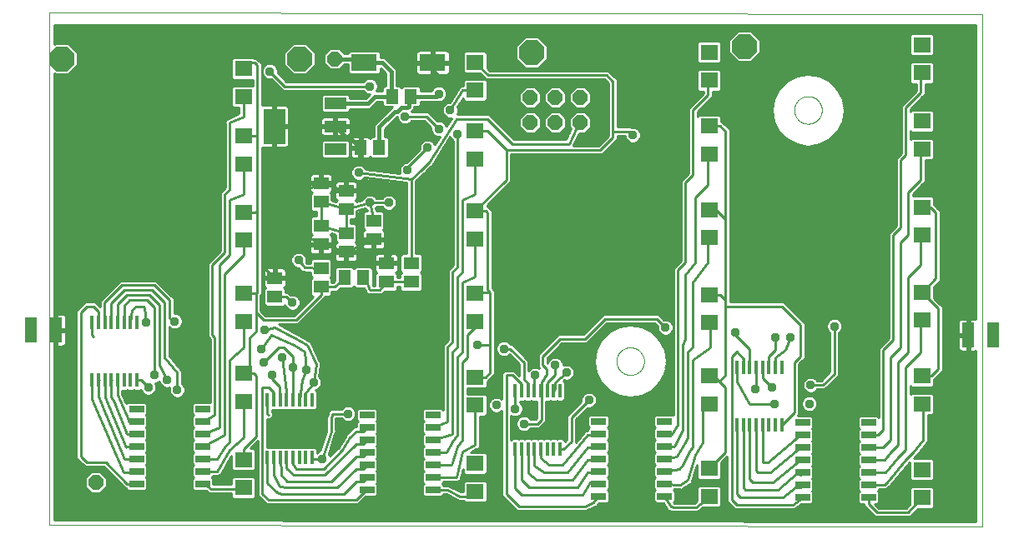
<source format=gtl>
G75*
%MOIN*%
%OFA0B0*%
%FSLAX25Y25*%
%IPPOS*%
%LPD*%
%AMOC8*
5,1,8,0,0,1.08239X$1,22.5*
%
%ADD10C,0.00000*%
%ADD11R,0.05118X0.05906*%
%ADD12R,0.05906X0.05118*%
%ADD13OC8,0.06000*%
%ADD14R,0.07098X0.06299*%
%ADD15R,0.06299X0.05118*%
%ADD16R,0.05906X0.02756*%
%ADD17R,0.01181X0.05709*%
%ADD18OC8,0.10000*%
%ADD19R,0.08800X0.04800*%
%ADD20R,0.08661X0.14173*%
%ADD21R,0.10433X0.06890*%
%ADD22R,0.05000X0.10000*%
%ADD23C,0.01000*%
%ADD24C,0.03762*%
%ADD25C,0.01600*%
D10*
X0014000Y0001800D02*
X0014000Y0206761D01*
X0386701Y0206261D01*
X0386701Y0001300D01*
X0014000Y0001800D01*
X0240488Y0067300D02*
X0240490Y0067448D01*
X0240496Y0067596D01*
X0240506Y0067744D01*
X0240520Y0067891D01*
X0240538Y0068038D01*
X0240559Y0068184D01*
X0240585Y0068330D01*
X0240615Y0068475D01*
X0240648Y0068619D01*
X0240686Y0068762D01*
X0240727Y0068904D01*
X0240772Y0069045D01*
X0240820Y0069185D01*
X0240873Y0069324D01*
X0240929Y0069461D01*
X0240989Y0069596D01*
X0241052Y0069730D01*
X0241119Y0069862D01*
X0241190Y0069992D01*
X0241264Y0070120D01*
X0241341Y0070246D01*
X0241422Y0070370D01*
X0241506Y0070492D01*
X0241593Y0070611D01*
X0241684Y0070728D01*
X0241778Y0070843D01*
X0241874Y0070955D01*
X0241974Y0071065D01*
X0242076Y0071171D01*
X0242182Y0071275D01*
X0242290Y0071376D01*
X0242401Y0071474D01*
X0242514Y0071570D01*
X0242630Y0071662D01*
X0242748Y0071751D01*
X0242869Y0071836D01*
X0242992Y0071919D01*
X0243117Y0071998D01*
X0243244Y0072074D01*
X0243373Y0072146D01*
X0243504Y0072215D01*
X0243637Y0072280D01*
X0243772Y0072341D01*
X0243908Y0072399D01*
X0244045Y0072454D01*
X0244184Y0072504D01*
X0244325Y0072551D01*
X0244466Y0072594D01*
X0244609Y0072634D01*
X0244753Y0072669D01*
X0244897Y0072701D01*
X0245043Y0072728D01*
X0245189Y0072752D01*
X0245336Y0072772D01*
X0245483Y0072788D01*
X0245630Y0072800D01*
X0245778Y0072808D01*
X0245926Y0072812D01*
X0246074Y0072812D01*
X0246222Y0072808D01*
X0246370Y0072800D01*
X0246517Y0072788D01*
X0246664Y0072772D01*
X0246811Y0072752D01*
X0246957Y0072728D01*
X0247103Y0072701D01*
X0247247Y0072669D01*
X0247391Y0072634D01*
X0247534Y0072594D01*
X0247675Y0072551D01*
X0247816Y0072504D01*
X0247955Y0072454D01*
X0248092Y0072399D01*
X0248228Y0072341D01*
X0248363Y0072280D01*
X0248496Y0072215D01*
X0248627Y0072146D01*
X0248756Y0072074D01*
X0248883Y0071998D01*
X0249008Y0071919D01*
X0249131Y0071836D01*
X0249252Y0071751D01*
X0249370Y0071662D01*
X0249486Y0071570D01*
X0249599Y0071474D01*
X0249710Y0071376D01*
X0249818Y0071275D01*
X0249924Y0071171D01*
X0250026Y0071065D01*
X0250126Y0070955D01*
X0250222Y0070843D01*
X0250316Y0070728D01*
X0250407Y0070611D01*
X0250494Y0070492D01*
X0250578Y0070370D01*
X0250659Y0070246D01*
X0250736Y0070120D01*
X0250810Y0069992D01*
X0250881Y0069862D01*
X0250948Y0069730D01*
X0251011Y0069596D01*
X0251071Y0069461D01*
X0251127Y0069324D01*
X0251180Y0069185D01*
X0251228Y0069045D01*
X0251273Y0068904D01*
X0251314Y0068762D01*
X0251352Y0068619D01*
X0251385Y0068475D01*
X0251415Y0068330D01*
X0251441Y0068184D01*
X0251462Y0068038D01*
X0251480Y0067891D01*
X0251494Y0067744D01*
X0251504Y0067596D01*
X0251510Y0067448D01*
X0251512Y0067300D01*
X0251510Y0067152D01*
X0251504Y0067004D01*
X0251494Y0066856D01*
X0251480Y0066709D01*
X0251462Y0066562D01*
X0251441Y0066416D01*
X0251415Y0066270D01*
X0251385Y0066125D01*
X0251352Y0065981D01*
X0251314Y0065838D01*
X0251273Y0065696D01*
X0251228Y0065555D01*
X0251180Y0065415D01*
X0251127Y0065276D01*
X0251071Y0065139D01*
X0251011Y0065004D01*
X0250948Y0064870D01*
X0250881Y0064738D01*
X0250810Y0064608D01*
X0250736Y0064480D01*
X0250659Y0064354D01*
X0250578Y0064230D01*
X0250494Y0064108D01*
X0250407Y0063989D01*
X0250316Y0063872D01*
X0250222Y0063757D01*
X0250126Y0063645D01*
X0250026Y0063535D01*
X0249924Y0063429D01*
X0249818Y0063325D01*
X0249710Y0063224D01*
X0249599Y0063126D01*
X0249486Y0063030D01*
X0249370Y0062938D01*
X0249252Y0062849D01*
X0249131Y0062764D01*
X0249008Y0062681D01*
X0248883Y0062602D01*
X0248756Y0062526D01*
X0248627Y0062454D01*
X0248496Y0062385D01*
X0248363Y0062320D01*
X0248228Y0062259D01*
X0248092Y0062201D01*
X0247955Y0062146D01*
X0247816Y0062096D01*
X0247675Y0062049D01*
X0247534Y0062006D01*
X0247391Y0061966D01*
X0247247Y0061931D01*
X0247103Y0061899D01*
X0246957Y0061872D01*
X0246811Y0061848D01*
X0246664Y0061828D01*
X0246517Y0061812D01*
X0246370Y0061800D01*
X0246222Y0061792D01*
X0246074Y0061788D01*
X0245926Y0061788D01*
X0245778Y0061792D01*
X0245630Y0061800D01*
X0245483Y0061812D01*
X0245336Y0061828D01*
X0245189Y0061848D01*
X0245043Y0061872D01*
X0244897Y0061899D01*
X0244753Y0061931D01*
X0244609Y0061966D01*
X0244466Y0062006D01*
X0244325Y0062049D01*
X0244184Y0062096D01*
X0244045Y0062146D01*
X0243908Y0062201D01*
X0243772Y0062259D01*
X0243637Y0062320D01*
X0243504Y0062385D01*
X0243373Y0062454D01*
X0243244Y0062526D01*
X0243117Y0062602D01*
X0242992Y0062681D01*
X0242869Y0062764D01*
X0242748Y0062849D01*
X0242630Y0062938D01*
X0242514Y0063030D01*
X0242401Y0063126D01*
X0242290Y0063224D01*
X0242182Y0063325D01*
X0242076Y0063429D01*
X0241974Y0063535D01*
X0241874Y0063645D01*
X0241778Y0063757D01*
X0241684Y0063872D01*
X0241593Y0063989D01*
X0241506Y0064108D01*
X0241422Y0064230D01*
X0241341Y0064354D01*
X0241264Y0064480D01*
X0241190Y0064608D01*
X0241119Y0064738D01*
X0241052Y0064870D01*
X0240989Y0065004D01*
X0240929Y0065139D01*
X0240873Y0065276D01*
X0240820Y0065415D01*
X0240772Y0065555D01*
X0240727Y0065696D01*
X0240686Y0065838D01*
X0240648Y0065981D01*
X0240615Y0066125D01*
X0240585Y0066270D01*
X0240559Y0066416D01*
X0240538Y0066562D01*
X0240520Y0066709D01*
X0240506Y0066856D01*
X0240496Y0067004D01*
X0240490Y0067152D01*
X0240488Y0067300D01*
X0311488Y0167800D02*
X0311490Y0167948D01*
X0311496Y0168096D01*
X0311506Y0168244D01*
X0311520Y0168391D01*
X0311538Y0168538D01*
X0311559Y0168684D01*
X0311585Y0168830D01*
X0311615Y0168975D01*
X0311648Y0169119D01*
X0311686Y0169262D01*
X0311727Y0169404D01*
X0311772Y0169545D01*
X0311820Y0169685D01*
X0311873Y0169824D01*
X0311929Y0169961D01*
X0311989Y0170096D01*
X0312052Y0170230D01*
X0312119Y0170362D01*
X0312190Y0170492D01*
X0312264Y0170620D01*
X0312341Y0170746D01*
X0312422Y0170870D01*
X0312506Y0170992D01*
X0312593Y0171111D01*
X0312684Y0171228D01*
X0312778Y0171343D01*
X0312874Y0171455D01*
X0312974Y0171565D01*
X0313076Y0171671D01*
X0313182Y0171775D01*
X0313290Y0171876D01*
X0313401Y0171974D01*
X0313514Y0172070D01*
X0313630Y0172162D01*
X0313748Y0172251D01*
X0313869Y0172336D01*
X0313992Y0172419D01*
X0314117Y0172498D01*
X0314244Y0172574D01*
X0314373Y0172646D01*
X0314504Y0172715D01*
X0314637Y0172780D01*
X0314772Y0172841D01*
X0314908Y0172899D01*
X0315045Y0172954D01*
X0315184Y0173004D01*
X0315325Y0173051D01*
X0315466Y0173094D01*
X0315609Y0173134D01*
X0315753Y0173169D01*
X0315897Y0173201D01*
X0316043Y0173228D01*
X0316189Y0173252D01*
X0316336Y0173272D01*
X0316483Y0173288D01*
X0316630Y0173300D01*
X0316778Y0173308D01*
X0316926Y0173312D01*
X0317074Y0173312D01*
X0317222Y0173308D01*
X0317370Y0173300D01*
X0317517Y0173288D01*
X0317664Y0173272D01*
X0317811Y0173252D01*
X0317957Y0173228D01*
X0318103Y0173201D01*
X0318247Y0173169D01*
X0318391Y0173134D01*
X0318534Y0173094D01*
X0318675Y0173051D01*
X0318816Y0173004D01*
X0318955Y0172954D01*
X0319092Y0172899D01*
X0319228Y0172841D01*
X0319363Y0172780D01*
X0319496Y0172715D01*
X0319627Y0172646D01*
X0319756Y0172574D01*
X0319883Y0172498D01*
X0320008Y0172419D01*
X0320131Y0172336D01*
X0320252Y0172251D01*
X0320370Y0172162D01*
X0320486Y0172070D01*
X0320599Y0171974D01*
X0320710Y0171876D01*
X0320818Y0171775D01*
X0320924Y0171671D01*
X0321026Y0171565D01*
X0321126Y0171455D01*
X0321222Y0171343D01*
X0321316Y0171228D01*
X0321407Y0171111D01*
X0321494Y0170992D01*
X0321578Y0170870D01*
X0321659Y0170746D01*
X0321736Y0170620D01*
X0321810Y0170492D01*
X0321881Y0170362D01*
X0321948Y0170230D01*
X0322011Y0170096D01*
X0322071Y0169961D01*
X0322127Y0169824D01*
X0322180Y0169685D01*
X0322228Y0169545D01*
X0322273Y0169404D01*
X0322314Y0169262D01*
X0322352Y0169119D01*
X0322385Y0168975D01*
X0322415Y0168830D01*
X0322441Y0168684D01*
X0322462Y0168538D01*
X0322480Y0168391D01*
X0322494Y0168244D01*
X0322504Y0168096D01*
X0322510Y0167948D01*
X0322512Y0167800D01*
X0322510Y0167652D01*
X0322504Y0167504D01*
X0322494Y0167356D01*
X0322480Y0167209D01*
X0322462Y0167062D01*
X0322441Y0166916D01*
X0322415Y0166770D01*
X0322385Y0166625D01*
X0322352Y0166481D01*
X0322314Y0166338D01*
X0322273Y0166196D01*
X0322228Y0166055D01*
X0322180Y0165915D01*
X0322127Y0165776D01*
X0322071Y0165639D01*
X0322011Y0165504D01*
X0321948Y0165370D01*
X0321881Y0165238D01*
X0321810Y0165108D01*
X0321736Y0164980D01*
X0321659Y0164854D01*
X0321578Y0164730D01*
X0321494Y0164608D01*
X0321407Y0164489D01*
X0321316Y0164372D01*
X0321222Y0164257D01*
X0321126Y0164145D01*
X0321026Y0164035D01*
X0320924Y0163929D01*
X0320818Y0163825D01*
X0320710Y0163724D01*
X0320599Y0163626D01*
X0320486Y0163530D01*
X0320370Y0163438D01*
X0320252Y0163349D01*
X0320131Y0163264D01*
X0320008Y0163181D01*
X0319883Y0163102D01*
X0319756Y0163026D01*
X0319627Y0162954D01*
X0319496Y0162885D01*
X0319363Y0162820D01*
X0319228Y0162759D01*
X0319092Y0162701D01*
X0318955Y0162646D01*
X0318816Y0162596D01*
X0318675Y0162549D01*
X0318534Y0162506D01*
X0318391Y0162466D01*
X0318247Y0162431D01*
X0318103Y0162399D01*
X0317957Y0162372D01*
X0317811Y0162348D01*
X0317664Y0162328D01*
X0317517Y0162312D01*
X0317370Y0162300D01*
X0317222Y0162292D01*
X0317074Y0162288D01*
X0316926Y0162288D01*
X0316778Y0162292D01*
X0316630Y0162300D01*
X0316483Y0162312D01*
X0316336Y0162328D01*
X0316189Y0162348D01*
X0316043Y0162372D01*
X0315897Y0162399D01*
X0315753Y0162431D01*
X0315609Y0162466D01*
X0315466Y0162506D01*
X0315325Y0162549D01*
X0315184Y0162596D01*
X0315045Y0162646D01*
X0314908Y0162701D01*
X0314772Y0162759D01*
X0314637Y0162820D01*
X0314504Y0162885D01*
X0314373Y0162954D01*
X0314244Y0163026D01*
X0314117Y0163102D01*
X0313992Y0163181D01*
X0313869Y0163264D01*
X0313748Y0163349D01*
X0313630Y0163438D01*
X0313514Y0163530D01*
X0313401Y0163626D01*
X0313290Y0163724D01*
X0313182Y0163825D01*
X0313076Y0163929D01*
X0312974Y0164035D01*
X0312874Y0164145D01*
X0312778Y0164257D01*
X0312684Y0164372D01*
X0312593Y0164489D01*
X0312506Y0164608D01*
X0312422Y0164730D01*
X0312341Y0164854D01*
X0312264Y0164980D01*
X0312190Y0165108D01*
X0312119Y0165238D01*
X0312052Y0165370D01*
X0311989Y0165504D01*
X0311929Y0165639D01*
X0311873Y0165776D01*
X0311820Y0165915D01*
X0311772Y0166055D01*
X0311727Y0166196D01*
X0311686Y0166338D01*
X0311648Y0166481D01*
X0311615Y0166625D01*
X0311585Y0166770D01*
X0311559Y0166916D01*
X0311538Y0167062D01*
X0311520Y0167209D01*
X0311506Y0167356D01*
X0311496Y0167504D01*
X0311490Y0167652D01*
X0311488Y0167800D01*
D11*
X0158240Y0173300D03*
X0150760Y0173300D03*
X0145740Y0152800D03*
X0138260Y0152800D03*
X0139240Y0100800D03*
X0131760Y0100800D03*
D12*
X0122500Y0097060D03*
X0122500Y0104540D03*
X0132500Y0111060D03*
X0122500Y0114060D03*
X0122500Y0121540D03*
X0132500Y0118540D03*
X0143500Y0116060D03*
X0143500Y0123540D03*
X0132500Y0128060D03*
X0122500Y0131060D03*
X0122500Y0138540D03*
X0132500Y0135540D03*
X0104000Y0100658D03*
X0104000Y0093178D03*
D13*
X0206000Y0162800D03*
X0216000Y0162800D03*
X0226000Y0162800D03*
X0226000Y0172800D03*
X0216000Y0172800D03*
X0206000Y0172800D03*
X0128000Y0188300D03*
X0032500Y0018800D03*
D14*
X0091500Y0016702D03*
X0091500Y0027898D03*
X0091500Y0051202D03*
X0091500Y0062398D03*
X0091500Y0083202D03*
X0091500Y0094398D03*
X0091500Y0115702D03*
X0091500Y0126898D03*
X0091500Y0146202D03*
X0091500Y0157398D03*
X0091500Y0173202D03*
X0091500Y0184398D03*
X0184000Y0186898D03*
X0184000Y0175702D03*
X0184000Y0159398D03*
X0184000Y0148202D03*
X0184000Y0127398D03*
X0184000Y0116202D03*
X0184000Y0094398D03*
X0184000Y0083202D03*
X0184000Y0060898D03*
X0184000Y0049702D03*
X0184000Y0026398D03*
X0184000Y0015202D03*
X0277500Y0013202D03*
X0277500Y0024398D03*
X0277500Y0050202D03*
X0277500Y0061398D03*
X0277500Y0082702D03*
X0277500Y0093898D03*
X0277500Y0116702D03*
X0277500Y0127898D03*
X0277500Y0150202D03*
X0277500Y0161398D03*
X0277500Y0179702D03*
X0277500Y0190898D03*
X0362500Y0193898D03*
X0362500Y0182702D03*
X0362500Y0163398D03*
X0362500Y0152202D03*
X0362500Y0128898D03*
X0362500Y0117702D03*
X0362500Y0094898D03*
X0362500Y0083702D03*
X0362500Y0061398D03*
X0362500Y0050202D03*
X0362500Y0023898D03*
X0362500Y0012702D03*
D15*
X0158500Y0099060D03*
X0148500Y0099060D03*
X0148500Y0106540D03*
X0158500Y0106540D03*
D16*
X0075173Y0048300D03*
X0075173Y0043300D03*
X0075173Y0038300D03*
X0075173Y0033300D03*
X0075173Y0028300D03*
X0075173Y0023300D03*
X0075173Y0018300D03*
X0048827Y0018300D03*
X0048827Y0023300D03*
X0048827Y0028300D03*
X0048827Y0033300D03*
X0048827Y0038300D03*
X0048827Y0043300D03*
X0048827Y0048300D03*
X0140827Y0045800D03*
X0140827Y0040800D03*
X0140827Y0035800D03*
X0140827Y0030800D03*
X0140827Y0025800D03*
X0140827Y0020800D03*
X0140827Y0015800D03*
X0167173Y0015800D03*
X0167173Y0020800D03*
X0167173Y0025800D03*
X0167173Y0030800D03*
X0167173Y0035800D03*
X0167173Y0040800D03*
X0167173Y0045800D03*
X0233327Y0043300D03*
X0233327Y0038300D03*
X0233327Y0033300D03*
X0233327Y0028300D03*
X0233327Y0023300D03*
X0233327Y0018300D03*
X0233327Y0013300D03*
X0259673Y0013300D03*
X0259673Y0018300D03*
X0259673Y0023300D03*
X0259673Y0028300D03*
X0259673Y0033300D03*
X0259673Y0038300D03*
X0259673Y0043300D03*
X0314827Y0042800D03*
X0314827Y0037800D03*
X0314827Y0032800D03*
X0314827Y0027800D03*
X0314827Y0022800D03*
X0314827Y0017800D03*
X0314827Y0012800D03*
X0341173Y0012800D03*
X0341173Y0017800D03*
X0341173Y0022800D03*
X0341173Y0027800D03*
X0341173Y0032800D03*
X0341173Y0037800D03*
X0341173Y0042800D03*
D17*
X0306457Y0041686D03*
X0303898Y0041686D03*
X0301339Y0041686D03*
X0298780Y0041686D03*
X0296220Y0041686D03*
X0293661Y0041686D03*
X0291102Y0041686D03*
X0288543Y0041686D03*
X0288543Y0064914D03*
X0291102Y0064914D03*
X0293661Y0064914D03*
X0296220Y0064914D03*
X0298780Y0064914D03*
X0301339Y0064914D03*
X0303898Y0064914D03*
X0306457Y0064914D03*
X0217957Y0055414D03*
X0215398Y0055414D03*
X0212839Y0055414D03*
X0210280Y0055414D03*
X0207720Y0055414D03*
X0205161Y0055414D03*
X0202602Y0055414D03*
X0200043Y0055414D03*
X0200043Y0032186D03*
X0202602Y0032186D03*
X0205161Y0032186D03*
X0207720Y0032186D03*
X0210280Y0032186D03*
X0212839Y0032186D03*
X0215398Y0032186D03*
X0217957Y0032186D03*
X0118957Y0028686D03*
X0116398Y0028686D03*
X0113839Y0028686D03*
X0111280Y0028686D03*
X0108720Y0028686D03*
X0106161Y0028686D03*
X0103602Y0028686D03*
X0101043Y0028686D03*
X0101043Y0051914D03*
X0103602Y0051914D03*
X0106161Y0051914D03*
X0108720Y0051914D03*
X0111280Y0051914D03*
X0113839Y0051914D03*
X0116398Y0051914D03*
X0118957Y0051914D03*
X0048957Y0059686D03*
X0046398Y0059686D03*
X0043839Y0059686D03*
X0041280Y0059686D03*
X0038720Y0059686D03*
X0036161Y0059686D03*
X0033602Y0059686D03*
X0031043Y0059686D03*
X0031043Y0082914D03*
X0033602Y0082914D03*
X0036161Y0082914D03*
X0038720Y0082914D03*
X0041280Y0082914D03*
X0043839Y0082914D03*
X0046398Y0082914D03*
X0048957Y0082914D03*
D18*
X0019000Y0188300D03*
X0114000Y0188300D03*
X0206500Y0190800D03*
X0291500Y0193300D03*
D19*
X0128200Y0170400D03*
X0128200Y0161300D03*
X0128200Y0152200D03*
D20*
X0103799Y0161300D03*
D21*
X0139720Y0186800D03*
X0167083Y0186800D03*
D22*
X0016500Y0079800D03*
X0006500Y0079800D03*
X0381000Y0077800D03*
X0391000Y0077800D03*
D23*
X0384000Y0071381D02*
X0384000Y0003304D01*
X0016000Y0003797D01*
X0016000Y0073300D01*
X0016000Y0079300D01*
X0017000Y0079300D01*
X0017000Y0080300D01*
X0016000Y0080300D01*
X0016000Y0086300D01*
X0016000Y0182390D01*
X0016390Y0182000D01*
X0021610Y0182000D01*
X0025300Y0185690D01*
X0025300Y0190910D01*
X0021610Y0194600D01*
X0016390Y0194600D01*
X0016000Y0194210D01*
X0016000Y0201800D01*
X0384000Y0201800D01*
X0384000Y0084219D01*
X0383697Y0084300D01*
X0381500Y0084300D01*
X0381500Y0078300D01*
X0380500Y0078300D01*
X0380500Y0084300D01*
X0378303Y0084300D01*
X0377921Y0084198D01*
X0377579Y0084000D01*
X0377300Y0083721D01*
X0377102Y0083379D01*
X0377000Y0082997D01*
X0377000Y0078300D01*
X0380500Y0078300D01*
X0380500Y0077300D01*
X0377000Y0077300D01*
X0377000Y0072603D01*
X0377102Y0072221D01*
X0377300Y0071879D01*
X0377579Y0071600D01*
X0377921Y0071402D01*
X0378303Y0071300D01*
X0380500Y0071300D01*
X0380500Y0077300D01*
X0381500Y0077300D01*
X0381500Y0071300D01*
X0383697Y0071300D01*
X0384000Y0071381D01*
X0384000Y0070697D02*
X0370800Y0070697D01*
X0370800Y0069699D02*
X0384000Y0069699D01*
X0384000Y0068700D02*
X0370800Y0068700D01*
X0370800Y0067702D02*
X0384000Y0067702D01*
X0384000Y0066703D02*
X0370800Y0066703D01*
X0370800Y0065705D02*
X0384000Y0065705D01*
X0384000Y0064706D02*
X0370800Y0064706D01*
X0370800Y0063708D02*
X0384000Y0063708D01*
X0384000Y0062709D02*
X0369955Y0062709D01*
X0370800Y0063554D02*
X0370800Y0089144D01*
X0369746Y0090198D01*
X0367349Y0092595D01*
X0367349Y0097202D01*
X0369800Y0099653D01*
X0369800Y0127546D01*
X0368746Y0128600D01*
X0367349Y0129996D01*
X0367349Y0132587D01*
X0366588Y0133348D01*
X0358800Y0133348D01*
X0358800Y0134054D01*
X0362746Y0138000D01*
X0363800Y0139054D01*
X0363800Y0147752D01*
X0366588Y0147752D01*
X0367349Y0148513D01*
X0367349Y0155890D01*
X0366588Y0156651D01*
X0358412Y0156651D01*
X0357800Y0156039D01*
X0357800Y0159561D01*
X0358412Y0158949D01*
X0366588Y0158949D01*
X0367349Y0159710D01*
X0367349Y0167087D01*
X0366588Y0167848D01*
X0358412Y0167848D01*
X0357800Y0167236D01*
X0357800Y0168054D01*
X0362746Y0173000D01*
X0363800Y0174054D01*
X0363800Y0178252D01*
X0366588Y0178252D01*
X0367349Y0179013D01*
X0367349Y0186390D01*
X0366588Y0187151D01*
X0358412Y0187151D01*
X0357651Y0186390D01*
X0357651Y0179013D01*
X0358412Y0178252D01*
X0360200Y0178252D01*
X0360200Y0175546D01*
X0354200Y0169546D01*
X0354200Y0150546D01*
X0352200Y0148546D01*
X0352200Y0121546D01*
X0349200Y0118546D01*
X0349200Y0076546D01*
X0345200Y0072546D01*
X0345200Y0044942D01*
X0344664Y0045478D01*
X0337682Y0045478D01*
X0336920Y0044716D01*
X0336920Y0040884D01*
X0337504Y0040300D01*
X0336920Y0039716D01*
X0336920Y0035884D01*
X0337504Y0035300D01*
X0336920Y0034716D01*
X0336920Y0030884D01*
X0337504Y0030300D01*
X0336920Y0029716D01*
X0336920Y0025884D01*
X0337504Y0025300D01*
X0336920Y0024716D01*
X0336920Y0020884D01*
X0337504Y0020300D01*
X0336920Y0019716D01*
X0336920Y0015884D01*
X0337504Y0015300D01*
X0336920Y0014716D01*
X0336920Y0010884D01*
X0337682Y0010122D01*
X0339373Y0010122D01*
X0339373Y0009381D01*
X0342700Y0006054D01*
X0343754Y0005000D01*
X0356295Y0005000D01*
X0356324Y0004973D01*
X0357035Y0005000D01*
X0357746Y0005000D01*
X0357774Y0005029D01*
X0357814Y0005030D01*
X0358297Y0005552D01*
X0358800Y0006054D01*
X0358800Y0006095D01*
X0360797Y0008252D01*
X0366588Y0008252D01*
X0367349Y0009013D01*
X0367349Y0016390D01*
X0366588Y0017151D01*
X0358412Y0017151D01*
X0357651Y0016390D01*
X0357651Y0010153D01*
X0356213Y0008600D01*
X0345246Y0008600D01*
X0343724Y0010122D01*
X0344664Y0010122D01*
X0345426Y0010884D01*
X0345426Y0014716D01*
X0344842Y0015300D01*
X0345426Y0015884D01*
X0345426Y0016000D01*
X0348246Y0016000D01*
X0349312Y0017066D01*
X0349405Y0017075D01*
X0349830Y0017585D01*
X0350300Y0018054D01*
X0350300Y0018148D01*
X0357330Y0026585D01*
X0357651Y0026905D01*
X0357651Y0020210D01*
X0358412Y0019449D01*
X0366588Y0019449D01*
X0367349Y0020210D01*
X0367349Y0027587D01*
X0366588Y0028348D01*
X0359094Y0028348D01*
X0359826Y0029081D01*
X0359940Y0029093D01*
X0360343Y0029598D01*
X0360800Y0030054D01*
X0360800Y0030169D01*
X0364343Y0034598D01*
X0364800Y0035054D01*
X0364800Y0035169D01*
X0364871Y0035258D01*
X0364800Y0035900D01*
X0364800Y0045752D01*
X0366588Y0045752D01*
X0367349Y0046513D01*
X0367349Y0053890D01*
X0366588Y0054651D01*
X0358412Y0054651D01*
X0357800Y0054039D01*
X0357800Y0057561D01*
X0358412Y0056949D01*
X0366588Y0056949D01*
X0367349Y0057710D01*
X0367349Y0060104D01*
X0367898Y0060653D01*
X0370800Y0063554D01*
X0369000Y0064300D02*
X0366098Y0061398D01*
X0362500Y0061398D01*
X0367349Y0059714D02*
X0384000Y0059714D01*
X0384000Y0060712D02*
X0367958Y0060712D01*
X0368956Y0061711D02*
X0384000Y0061711D01*
X0384000Y0058715D02*
X0367349Y0058715D01*
X0367349Y0057717D02*
X0384000Y0057717D01*
X0384000Y0056718D02*
X0357800Y0056718D01*
X0357800Y0055720D02*
X0384000Y0055720D01*
X0384000Y0054721D02*
X0357800Y0054721D01*
X0362500Y0050202D02*
X0363000Y0049702D01*
X0363000Y0035800D01*
X0359000Y0030800D01*
X0356000Y0027800D01*
X0348500Y0018800D01*
X0347500Y0017800D01*
X0341173Y0017800D01*
X0336920Y0017776D02*
X0319080Y0017776D01*
X0319080Y0016778D02*
X0336920Y0016778D01*
X0337025Y0015779D02*
X0318975Y0015779D01*
X0319080Y0015884D02*
X0319080Y0019716D01*
X0318496Y0020300D01*
X0319080Y0020884D01*
X0319080Y0024716D01*
X0318496Y0025300D01*
X0319080Y0025884D01*
X0319080Y0029716D01*
X0318496Y0030300D01*
X0319080Y0030884D01*
X0319080Y0034716D01*
X0318496Y0035300D01*
X0319080Y0035884D01*
X0319080Y0039716D01*
X0318496Y0040300D01*
X0319080Y0040884D01*
X0319080Y0044716D01*
X0318318Y0045478D01*
X0312794Y0045478D01*
X0313300Y0045984D01*
X0313300Y0066054D01*
X0314746Y0067500D01*
X0315800Y0068554D01*
X0315800Y0082546D01*
X0308300Y0090046D01*
X0307246Y0091100D01*
X0285800Y0091100D01*
X0285800Y0160046D01*
X0283702Y0162144D01*
X0282647Y0163198D01*
X0282349Y0163198D01*
X0282349Y0165087D01*
X0281588Y0165848D01*
X0273412Y0165848D01*
X0272800Y0165236D01*
X0272800Y0167054D01*
X0278800Y0173054D01*
X0278800Y0175252D01*
X0281588Y0175252D01*
X0282349Y0176013D01*
X0282349Y0183390D01*
X0281588Y0184151D01*
X0273412Y0184151D01*
X0272651Y0183390D01*
X0272651Y0176013D01*
X0273412Y0175252D01*
X0275200Y0175252D01*
X0275200Y0174546D01*
X0269200Y0168546D01*
X0269200Y0142546D01*
X0267254Y0140600D01*
X0266200Y0139546D01*
X0266200Y0107546D01*
X0263200Y0104546D01*
X0263200Y0045942D01*
X0263164Y0045978D01*
X0256182Y0045978D01*
X0255420Y0045216D01*
X0255420Y0041384D01*
X0256004Y0040800D01*
X0255420Y0040216D01*
X0255420Y0036384D01*
X0256004Y0035800D01*
X0255420Y0035216D01*
X0255420Y0031384D01*
X0256004Y0030800D01*
X0255420Y0030216D01*
X0255420Y0026384D01*
X0256004Y0025800D01*
X0255420Y0025216D01*
X0255420Y0021384D01*
X0256004Y0020800D01*
X0255420Y0020216D01*
X0255420Y0016384D01*
X0256004Y0015800D01*
X0255420Y0015216D01*
X0255420Y0011384D01*
X0256182Y0010622D01*
X0259179Y0010622D01*
X0260248Y0008838D01*
X0260247Y0008833D01*
X0260632Y0008197D01*
X0261012Y0007562D01*
X0261017Y0007561D01*
X0261019Y0007557D01*
X0261740Y0007380D01*
X0262459Y0007199D01*
X0262462Y0007202D01*
X0262582Y0007172D01*
X0262754Y0007000D01*
X0263282Y0007000D01*
X0263793Y0006874D01*
X0264002Y0007000D01*
X0272007Y0007000D01*
X0272657Y0006934D01*
X0272739Y0007000D01*
X0272844Y0007000D01*
X0273306Y0007462D01*
X0274889Y0008752D01*
X0281588Y0008752D01*
X0282349Y0009513D01*
X0282349Y0016890D01*
X0281588Y0017651D01*
X0273412Y0017651D01*
X0272651Y0016890D01*
X0272651Y0011572D01*
X0271458Y0010600D01*
X0263718Y0010600D01*
X0263332Y0010695D01*
X0263297Y0010754D01*
X0263926Y0011384D01*
X0263926Y0015216D01*
X0263342Y0015800D01*
X0263717Y0016175D01*
X0265752Y0016014D01*
X0266378Y0015889D01*
X0266480Y0015956D01*
X0266601Y0015947D01*
X0267087Y0016362D01*
X0269928Y0018255D01*
X0270510Y0018569D01*
X0270538Y0018662D01*
X0270619Y0018716D01*
X0270748Y0019364D01*
X0272651Y0025705D01*
X0272651Y0020710D01*
X0273412Y0019949D01*
X0281588Y0019949D01*
X0282349Y0020710D01*
X0282349Y0026702D01*
X0284700Y0029053D01*
X0284700Y0011054D01*
X0285754Y0010000D01*
X0286700Y0009054D01*
X0287754Y0008000D01*
X0310699Y0008000D01*
X0311310Y0007913D01*
X0311427Y0008000D01*
X0311572Y0008000D01*
X0312009Y0008437D01*
X0314256Y0010122D01*
X0318318Y0010122D01*
X0319080Y0010884D01*
X0319080Y0014716D01*
X0318496Y0015300D01*
X0319080Y0015884D01*
X0319015Y0014781D02*
X0336985Y0014781D01*
X0336920Y0013782D02*
X0319080Y0013782D01*
X0319080Y0012784D02*
X0336920Y0012784D01*
X0336920Y0011785D02*
X0319080Y0011785D01*
X0318983Y0010787D02*
X0337017Y0010787D01*
X0339373Y0009788D02*
X0313811Y0009788D01*
X0312480Y0008790D02*
X0339965Y0008790D01*
X0340963Y0007791D02*
X0273710Y0007791D01*
X0272098Y0008800D02*
X0277500Y0013202D01*
X0272651Y0012784D02*
X0263926Y0012784D01*
X0263926Y0013782D02*
X0272651Y0013782D01*
X0272651Y0014781D02*
X0263926Y0014781D01*
X0263363Y0015779D02*
X0272651Y0015779D01*
X0272651Y0016778D02*
X0267711Y0016778D01*
X0269209Y0017776D02*
X0284700Y0017776D01*
X0284700Y0016778D02*
X0282349Y0016778D01*
X0282349Y0015779D02*
X0284700Y0015779D01*
X0284700Y0014781D02*
X0282349Y0014781D01*
X0282349Y0013782D02*
X0284700Y0013782D01*
X0284700Y0012784D02*
X0282349Y0012784D01*
X0282349Y0011785D02*
X0284700Y0011785D01*
X0284968Y0010787D02*
X0282349Y0010787D01*
X0282349Y0009788D02*
X0285966Y0009788D01*
X0286965Y0008790D02*
X0281625Y0008790D01*
X0286500Y0011800D02*
X0288500Y0009800D01*
X0310827Y0009800D01*
X0314827Y0012800D01*
X0313827Y0016800D02*
X0314827Y0017800D01*
X0313827Y0016800D02*
X0312000Y0016800D01*
X0307000Y0012800D01*
X0290000Y0012800D01*
X0288543Y0014257D01*
X0288543Y0041686D01*
X0291102Y0041686D02*
X0291102Y0016698D01*
X0292000Y0015800D01*
X0305000Y0015800D01*
X0313000Y0022800D01*
X0313827Y0021800D01*
X0314827Y0022800D01*
X0319080Y0022769D02*
X0336920Y0022769D01*
X0336920Y0023767D02*
X0319080Y0023767D01*
X0319030Y0024766D02*
X0336970Y0024766D01*
X0337040Y0025764D02*
X0318960Y0025764D01*
X0319080Y0026763D02*
X0336920Y0026763D01*
X0336920Y0027761D02*
X0319080Y0027761D01*
X0319080Y0028760D02*
X0336920Y0028760D01*
X0336962Y0029758D02*
X0319038Y0029758D01*
X0318953Y0030757D02*
X0337047Y0030757D01*
X0336920Y0031755D02*
X0319080Y0031755D01*
X0319080Y0032754D02*
X0336920Y0032754D01*
X0336920Y0033752D02*
X0319080Y0033752D01*
X0319045Y0034751D02*
X0336955Y0034751D01*
X0337055Y0035749D02*
X0318945Y0035749D01*
X0319080Y0036748D02*
X0336920Y0036748D01*
X0336920Y0037746D02*
X0319080Y0037746D01*
X0319080Y0038745D02*
X0336920Y0038745D01*
X0336947Y0039743D02*
X0319053Y0039743D01*
X0318938Y0040742D02*
X0337062Y0040742D01*
X0336920Y0041740D02*
X0319080Y0041740D01*
X0319080Y0042739D02*
X0336920Y0042739D01*
X0336920Y0043737D02*
X0319080Y0043737D01*
X0319060Y0044736D02*
X0336940Y0044736D01*
X0345200Y0045734D02*
X0313051Y0045734D01*
X0313300Y0046733D02*
X0345200Y0046733D01*
X0345200Y0047732D02*
X0319430Y0047732D01*
X0319302Y0047603D02*
X0320197Y0048498D01*
X0320681Y0049667D01*
X0320681Y0050933D01*
X0320197Y0052102D01*
X0319302Y0052997D01*
X0318133Y0053481D01*
X0316867Y0053481D01*
X0315698Y0052997D01*
X0314803Y0052102D01*
X0314319Y0050933D01*
X0314319Y0049667D01*
X0314803Y0048498D01*
X0315698Y0047603D01*
X0316867Y0047119D01*
X0318133Y0047119D01*
X0319302Y0047603D01*
X0320293Y0048730D02*
X0345200Y0048730D01*
X0345200Y0049729D02*
X0320681Y0049729D01*
X0320681Y0050727D02*
X0345200Y0050727D01*
X0345200Y0051726D02*
X0320353Y0051726D01*
X0319575Y0052724D02*
X0345200Y0052724D01*
X0345200Y0053723D02*
X0313300Y0053723D01*
X0313300Y0054721D02*
X0317120Y0054721D01*
X0317367Y0054619D02*
X0318633Y0054619D01*
X0319802Y0055103D01*
X0320697Y0055998D01*
X0320698Y0056000D01*
X0323746Y0056000D01*
X0329300Y0061554D01*
X0329300Y0078602D01*
X0329302Y0078603D01*
X0330197Y0079498D01*
X0330681Y0080667D01*
X0330681Y0081933D01*
X0330197Y0083102D01*
X0329302Y0083997D01*
X0328133Y0084481D01*
X0326867Y0084481D01*
X0325698Y0083997D01*
X0324803Y0083102D01*
X0324319Y0081933D01*
X0324319Y0080667D01*
X0324803Y0079498D01*
X0325698Y0078603D01*
X0325700Y0078602D01*
X0325700Y0063046D01*
X0322254Y0059600D01*
X0320698Y0059600D01*
X0320697Y0059602D01*
X0319802Y0060497D01*
X0318633Y0060981D01*
X0317367Y0060981D01*
X0316198Y0060497D01*
X0315303Y0059602D01*
X0314819Y0058433D01*
X0314819Y0057167D01*
X0315303Y0055998D01*
X0316198Y0055103D01*
X0317367Y0054619D01*
X0318879Y0054721D02*
X0345200Y0054721D01*
X0345200Y0055720D02*
X0320418Y0055720D01*
X0318000Y0057800D02*
X0323000Y0057800D01*
X0327500Y0062300D01*
X0327500Y0081300D01*
X0324628Y0082679D02*
X0315666Y0082679D01*
X0315800Y0081681D02*
X0324319Y0081681D01*
X0324319Y0080682D02*
X0315800Y0080682D01*
X0315800Y0079684D02*
X0324726Y0079684D01*
X0325616Y0078685D02*
X0315800Y0078685D01*
X0315800Y0077687D02*
X0325700Y0077687D01*
X0325700Y0076688D02*
X0315800Y0076688D01*
X0315800Y0075690D02*
X0325700Y0075690D01*
X0325700Y0074691D02*
X0315800Y0074691D01*
X0315800Y0073693D02*
X0325700Y0073693D01*
X0325700Y0072694D02*
X0315800Y0072694D01*
X0315800Y0071696D02*
X0325700Y0071696D01*
X0325700Y0070697D02*
X0315800Y0070697D01*
X0315800Y0069699D02*
X0325700Y0069699D01*
X0325700Y0068700D02*
X0315800Y0068700D01*
X0314947Y0067702D02*
X0325700Y0067702D01*
X0325700Y0066703D02*
X0313949Y0066703D01*
X0313300Y0065705D02*
X0325700Y0065705D01*
X0325700Y0064706D02*
X0313300Y0064706D01*
X0313300Y0063708D02*
X0325700Y0063708D01*
X0325364Y0062709D02*
X0313300Y0062709D01*
X0313300Y0061711D02*
X0324365Y0061711D01*
X0323367Y0060712D02*
X0319282Y0060712D01*
X0320585Y0059714D02*
X0322368Y0059714D01*
X0324464Y0056718D02*
X0345200Y0056718D01*
X0345200Y0057717D02*
X0325462Y0057717D01*
X0326461Y0058715D02*
X0345200Y0058715D01*
X0345200Y0059714D02*
X0327459Y0059714D01*
X0328458Y0060712D02*
X0345200Y0060712D01*
X0345200Y0061711D02*
X0329300Y0061711D01*
X0329300Y0062709D02*
X0345200Y0062709D01*
X0345200Y0063708D02*
X0329300Y0063708D01*
X0329300Y0064706D02*
X0345200Y0064706D01*
X0345200Y0065705D02*
X0329300Y0065705D01*
X0329300Y0066703D02*
X0345200Y0066703D01*
X0345200Y0067702D02*
X0329300Y0067702D01*
X0329300Y0068700D02*
X0345200Y0068700D01*
X0345200Y0069699D02*
X0329300Y0069699D01*
X0329300Y0070697D02*
X0345200Y0070697D01*
X0345200Y0071696D02*
X0329300Y0071696D01*
X0329300Y0072694D02*
X0345349Y0072694D01*
X0346347Y0073693D02*
X0329300Y0073693D01*
X0329300Y0074691D02*
X0347346Y0074691D01*
X0348344Y0075690D02*
X0329300Y0075690D01*
X0329300Y0076688D02*
X0349200Y0076688D01*
X0349200Y0077687D02*
X0329300Y0077687D01*
X0329384Y0078685D02*
X0349200Y0078685D01*
X0349200Y0079684D02*
X0330274Y0079684D01*
X0330681Y0080682D02*
X0349200Y0080682D01*
X0349200Y0081681D02*
X0330681Y0081681D01*
X0330372Y0082679D02*
X0349200Y0082679D01*
X0349200Y0083678D02*
X0329621Y0083678D01*
X0325379Y0083678D02*
X0314668Y0083678D01*
X0313669Y0084676D02*
X0349200Y0084676D01*
X0349200Y0085675D02*
X0312671Y0085675D01*
X0311672Y0086673D02*
X0349200Y0086673D01*
X0349200Y0087672D02*
X0310674Y0087672D01*
X0309675Y0088670D02*
X0349200Y0088670D01*
X0349200Y0089669D02*
X0308677Y0089669D01*
X0307678Y0090668D02*
X0349200Y0090668D01*
X0349200Y0091666D02*
X0285800Y0091666D01*
X0285800Y0092665D02*
X0349200Y0092665D01*
X0349200Y0093663D02*
X0285800Y0093663D01*
X0285800Y0094662D02*
X0349200Y0094662D01*
X0349200Y0095660D02*
X0285800Y0095660D01*
X0285800Y0096659D02*
X0349200Y0096659D01*
X0349200Y0097657D02*
X0285800Y0097657D01*
X0285800Y0098656D02*
X0349200Y0098656D01*
X0349200Y0099654D02*
X0285800Y0099654D01*
X0285800Y0100653D02*
X0349200Y0100653D01*
X0349200Y0101651D02*
X0285800Y0101651D01*
X0285800Y0102650D02*
X0349200Y0102650D01*
X0349200Y0103648D02*
X0285800Y0103648D01*
X0285800Y0104647D02*
X0349200Y0104647D01*
X0349200Y0105645D02*
X0285800Y0105645D01*
X0285800Y0106644D02*
X0349200Y0106644D01*
X0349200Y0107642D02*
X0285800Y0107642D01*
X0285800Y0108641D02*
X0349200Y0108641D01*
X0349200Y0109639D02*
X0285800Y0109639D01*
X0285800Y0110638D02*
X0349200Y0110638D01*
X0349200Y0111636D02*
X0285800Y0111636D01*
X0285800Y0112635D02*
X0349200Y0112635D01*
X0349200Y0113633D02*
X0285800Y0113633D01*
X0285800Y0114632D02*
X0349200Y0114632D01*
X0349200Y0115630D02*
X0285800Y0115630D01*
X0285800Y0116629D02*
X0349200Y0116629D01*
X0349200Y0117627D02*
X0285800Y0117627D01*
X0285800Y0118626D02*
X0349280Y0118626D01*
X0350279Y0119624D02*
X0285800Y0119624D01*
X0285800Y0120623D02*
X0351277Y0120623D01*
X0352200Y0121621D02*
X0285800Y0121621D01*
X0285800Y0122620D02*
X0352200Y0122620D01*
X0352200Y0123618D02*
X0285800Y0123618D01*
X0285800Y0124617D02*
X0352200Y0124617D01*
X0352200Y0125615D02*
X0285800Y0125615D01*
X0285800Y0126614D02*
X0352200Y0126614D01*
X0352200Y0127612D02*
X0285800Y0127612D01*
X0285800Y0128611D02*
X0352200Y0128611D01*
X0352200Y0129609D02*
X0285800Y0129609D01*
X0285800Y0130608D02*
X0352200Y0130608D01*
X0352200Y0131606D02*
X0285800Y0131606D01*
X0285800Y0132605D02*
X0352200Y0132605D01*
X0352200Y0133603D02*
X0285800Y0133603D01*
X0285800Y0134602D02*
X0352200Y0134602D01*
X0352200Y0135601D02*
X0285800Y0135601D01*
X0285800Y0136599D02*
X0352200Y0136599D01*
X0352200Y0137598D02*
X0285800Y0137598D01*
X0285800Y0138596D02*
X0352200Y0138596D01*
X0352200Y0139595D02*
X0285800Y0139595D01*
X0285800Y0140593D02*
X0352200Y0140593D01*
X0352200Y0141592D02*
X0285800Y0141592D01*
X0285800Y0142590D02*
X0352200Y0142590D01*
X0352200Y0143589D02*
X0285800Y0143589D01*
X0285800Y0144587D02*
X0352200Y0144587D01*
X0352200Y0145586D02*
X0285800Y0145586D01*
X0285800Y0146584D02*
X0352200Y0146584D01*
X0352200Y0147583D02*
X0285800Y0147583D01*
X0285800Y0148581D02*
X0352236Y0148581D01*
X0353234Y0149580D02*
X0285800Y0149580D01*
X0285800Y0150578D02*
X0354200Y0150578D01*
X0354200Y0151577D02*
X0285800Y0151577D01*
X0285800Y0152575D02*
X0354200Y0152575D01*
X0354200Y0153574D02*
X0318728Y0153574D01*
X0317000Y0153300D02*
X0321481Y0154010D01*
X0325523Y0156069D01*
X0328731Y0159277D01*
X0330790Y0163319D01*
X0331500Y0167800D01*
X0330790Y0172281D01*
X0328731Y0176323D01*
X0325523Y0179531D01*
X0325523Y0179531D01*
X0321481Y0181590D01*
X0321481Y0181590D01*
X0317000Y0182300D01*
X0312519Y0181590D01*
X0308477Y0179531D01*
X0305269Y0176323D01*
X0305269Y0176323D01*
X0303210Y0172281D01*
X0303210Y0172281D01*
X0302500Y0167800D01*
X0302500Y0167800D01*
X0303210Y0163319D01*
X0305269Y0159277D01*
X0308477Y0156069D01*
X0312519Y0154010D01*
X0312519Y0154010D01*
X0317000Y0153300D01*
X0317000Y0153300D01*
X0315272Y0153574D02*
X0285800Y0153574D01*
X0285800Y0154572D02*
X0311415Y0154572D01*
X0309455Y0155571D02*
X0285800Y0155571D01*
X0285800Y0156569D02*
X0307977Y0156569D01*
X0308477Y0156069D02*
X0308477Y0156069D01*
X0306979Y0157568D02*
X0285800Y0157568D01*
X0285800Y0158566D02*
X0305980Y0158566D01*
X0305269Y0159277D02*
X0305269Y0159277D01*
X0305123Y0159565D02*
X0285800Y0159565D01*
X0285282Y0160563D02*
X0304614Y0160563D01*
X0304105Y0161562D02*
X0284284Y0161562D01*
X0283285Y0162560D02*
X0303596Y0162560D01*
X0303210Y0163319D02*
X0303210Y0163319D01*
X0303172Y0163559D02*
X0282349Y0163559D01*
X0282349Y0164557D02*
X0303014Y0164557D01*
X0302855Y0165556D02*
X0281880Y0165556D01*
X0274297Y0168551D02*
X0302619Y0168551D01*
X0302539Y0167553D02*
X0273298Y0167553D01*
X0272800Y0166554D02*
X0302697Y0166554D01*
X0302777Y0169550D02*
X0275295Y0169550D01*
X0276294Y0170548D02*
X0302935Y0170548D01*
X0303093Y0171547D02*
X0277293Y0171547D01*
X0278291Y0172545D02*
X0303345Y0172545D01*
X0303853Y0173544D02*
X0278800Y0173544D01*
X0278800Y0174542D02*
X0304362Y0174542D01*
X0304871Y0175541D02*
X0281877Y0175541D01*
X0282349Y0176539D02*
X0305486Y0176539D01*
X0306484Y0177538D02*
X0282349Y0177538D01*
X0282349Y0178537D02*
X0307483Y0178537D01*
X0308477Y0179531D02*
X0308477Y0179531D01*
X0308486Y0179535D02*
X0282349Y0179535D01*
X0282349Y0180534D02*
X0310445Y0180534D01*
X0312405Y0181532D02*
X0282349Y0181532D01*
X0282349Y0182531D02*
X0357651Y0182531D01*
X0357651Y0183529D02*
X0282210Y0183529D01*
X0277500Y0179702D02*
X0277000Y0179202D01*
X0277000Y0173800D01*
X0271000Y0167800D01*
X0271000Y0141800D01*
X0268000Y0138800D01*
X0268000Y0106800D01*
X0265000Y0103800D01*
X0265000Y0041800D01*
X0262500Y0038300D01*
X0259673Y0038300D01*
X0255420Y0038745D02*
X0237580Y0038745D01*
X0237580Y0039743D02*
X0255420Y0039743D01*
X0255946Y0040742D02*
X0237054Y0040742D01*
X0236996Y0040800D02*
X0237580Y0041384D01*
X0237580Y0045216D01*
X0236818Y0045978D01*
X0229836Y0045978D01*
X0229074Y0045216D01*
X0229074Y0041384D01*
X0229658Y0040800D01*
X0229074Y0040216D01*
X0229074Y0039614D01*
X0228918Y0039600D01*
X0228254Y0039600D01*
X0228188Y0039534D01*
X0228095Y0039525D01*
X0227670Y0039015D01*
X0227200Y0038546D01*
X0227200Y0038452D01*
X0224300Y0034972D01*
X0224300Y0044054D01*
X0228865Y0048620D01*
X0228867Y0048619D01*
X0230133Y0048619D01*
X0231302Y0049103D01*
X0232197Y0049998D01*
X0232681Y0051167D01*
X0232681Y0052433D01*
X0232197Y0053602D01*
X0231302Y0054497D01*
X0230133Y0054981D01*
X0228867Y0054981D01*
X0227698Y0054497D01*
X0226803Y0053602D01*
X0226319Y0052433D01*
X0226319Y0051167D01*
X0226320Y0051165D01*
X0220700Y0045546D01*
X0220700Y0036046D01*
X0219847Y0035193D01*
X0219847Y0035579D01*
X0219086Y0036340D01*
X0216828Y0036340D01*
X0216677Y0036190D01*
X0216527Y0036340D01*
X0214269Y0036340D01*
X0214118Y0036190D01*
X0213968Y0036340D01*
X0211710Y0036340D01*
X0211559Y0036190D01*
X0211409Y0036340D01*
X0209150Y0036340D01*
X0209000Y0036190D01*
X0208849Y0036340D01*
X0206591Y0036340D01*
X0206441Y0036190D01*
X0206290Y0036340D01*
X0204032Y0036340D01*
X0203882Y0036190D01*
X0203731Y0036340D01*
X0201473Y0036340D01*
X0201323Y0036190D01*
X0201172Y0036340D01*
X0198914Y0036340D01*
X0198300Y0035726D01*
X0198300Y0045561D01*
X0199367Y0045119D01*
X0200633Y0045119D01*
X0201802Y0045603D01*
X0202697Y0046498D01*
X0203181Y0047667D01*
X0203181Y0048933D01*
X0202697Y0050102D01*
X0201843Y0050955D01*
X0201843Y0051260D01*
X0203731Y0051260D01*
X0203882Y0051410D01*
X0204032Y0051260D01*
X0206290Y0051260D01*
X0206441Y0051410D01*
X0206591Y0051260D01*
X0208700Y0051260D01*
X0208700Y0044546D01*
X0208254Y0044100D01*
X0206198Y0044100D01*
X0206197Y0044102D01*
X0205302Y0044997D01*
X0204133Y0045481D01*
X0202867Y0045481D01*
X0201698Y0044997D01*
X0200803Y0044102D01*
X0200319Y0042933D01*
X0200319Y0041667D01*
X0200803Y0040498D01*
X0201698Y0039603D01*
X0202867Y0039119D01*
X0204133Y0039119D01*
X0205302Y0039603D01*
X0206197Y0040498D01*
X0206198Y0040500D01*
X0209746Y0040500D01*
X0211246Y0042000D01*
X0212300Y0043054D01*
X0212300Y0051260D01*
X0213968Y0051260D01*
X0214118Y0051410D01*
X0214269Y0051260D01*
X0216527Y0051260D01*
X0216677Y0051410D01*
X0216828Y0051260D01*
X0219086Y0051260D01*
X0219847Y0052021D01*
X0219847Y0058807D01*
X0219315Y0059339D01*
X0219706Y0059686D01*
X0219867Y0059619D01*
X0221133Y0059619D01*
X0222302Y0060103D01*
X0223197Y0060998D01*
X0223681Y0062167D01*
X0223681Y0063433D01*
X0223197Y0064602D01*
X0222302Y0065497D01*
X0221133Y0065981D01*
X0219867Y0065981D01*
X0219181Y0065697D01*
X0219181Y0066433D01*
X0218697Y0067602D01*
X0217802Y0068497D01*
X0216633Y0068981D01*
X0215367Y0068981D01*
X0214198Y0068497D01*
X0213303Y0067602D01*
X0212846Y0066499D01*
X0212800Y0066546D01*
X0212800Y0068554D01*
X0218746Y0074500D01*
X0228746Y0074500D01*
X0236746Y0082500D01*
X0255754Y0082500D01*
X0256820Y0081435D01*
X0256819Y0081433D01*
X0256819Y0080167D01*
X0257303Y0078998D01*
X0258198Y0078103D01*
X0259367Y0077619D01*
X0260633Y0077619D01*
X0261802Y0078103D01*
X0262697Y0078998D01*
X0263181Y0080167D01*
X0263181Y0081433D01*
X0262697Y0082602D01*
X0261802Y0083497D01*
X0260633Y0083981D01*
X0259367Y0083981D01*
X0259365Y0083980D01*
X0257246Y0086100D01*
X0235254Y0086100D01*
X0227254Y0078100D01*
X0217254Y0078100D01*
X0216200Y0077046D01*
X0209200Y0070046D01*
X0209200Y0065054D01*
X0209726Y0064528D01*
X0208633Y0064981D01*
X0207367Y0064981D01*
X0206198Y0064497D01*
X0205303Y0063602D01*
X0205300Y0063594D01*
X0205300Y0067546D01*
X0204246Y0068600D01*
X0204246Y0068600D01*
X0199800Y0073046D01*
X0198746Y0074100D01*
X0198198Y0074100D01*
X0198197Y0074102D01*
X0197302Y0074997D01*
X0196133Y0075481D01*
X0194867Y0075481D01*
X0193698Y0074997D01*
X0192803Y0074102D01*
X0192319Y0072933D01*
X0192319Y0071667D01*
X0192803Y0070498D01*
X0193698Y0069603D01*
X0194867Y0069119D01*
X0196133Y0069119D01*
X0197302Y0069603D01*
X0197727Y0070028D01*
X0201700Y0066054D01*
X0201700Y0061646D01*
X0199746Y0063600D01*
X0195754Y0063600D01*
X0194700Y0062546D01*
X0194700Y0052099D01*
X0194302Y0052497D01*
X0193133Y0052981D01*
X0191867Y0052981D01*
X0190698Y0052497D01*
X0189803Y0051602D01*
X0189319Y0050433D01*
X0189319Y0049167D01*
X0189803Y0047998D01*
X0190698Y0047103D01*
X0191867Y0046619D01*
X0193133Y0046619D01*
X0194302Y0047103D01*
X0194700Y0047501D01*
X0194700Y0013554D01*
X0195754Y0012500D01*
X0195754Y0012500D01*
X0199700Y0008554D01*
X0200754Y0007500D01*
X0227480Y0007500D01*
X0227851Y0007352D01*
X0228196Y0007500D01*
X0228572Y0007500D01*
X0228854Y0007782D01*
X0231791Y0009040D01*
X0232267Y0009093D01*
X0232451Y0009323D01*
X0232721Y0009439D01*
X0232899Y0009884D01*
X0233490Y0010622D01*
X0236818Y0010622D01*
X0237580Y0011384D01*
X0237580Y0015216D01*
X0236996Y0015800D01*
X0237580Y0016384D01*
X0237580Y0020216D01*
X0236996Y0020800D01*
X0237580Y0021384D01*
X0237580Y0025216D01*
X0236996Y0025800D01*
X0237580Y0026384D01*
X0237580Y0030216D01*
X0236996Y0030800D01*
X0237580Y0031384D01*
X0237580Y0035216D01*
X0236996Y0035800D01*
X0237580Y0036384D01*
X0237580Y0040216D01*
X0236996Y0040800D01*
X0237580Y0041740D02*
X0255420Y0041740D01*
X0255420Y0042739D02*
X0237580Y0042739D01*
X0237580Y0043737D02*
X0255420Y0043737D01*
X0255420Y0044736D02*
X0237580Y0044736D01*
X0237061Y0045734D02*
X0255939Y0045734D01*
X0263200Y0046733D02*
X0226979Y0046733D01*
X0227977Y0047732D02*
X0263200Y0047732D01*
X0263200Y0048730D02*
X0230401Y0048730D01*
X0231927Y0049729D02*
X0263200Y0049729D01*
X0263200Y0050727D02*
X0232499Y0050727D01*
X0232681Y0051726D02*
X0263200Y0051726D01*
X0263200Y0052724D02*
X0232560Y0052724D01*
X0232076Y0053723D02*
X0241101Y0053723D01*
X0241519Y0053510D02*
X0246000Y0052800D01*
X0250481Y0053510D01*
X0254523Y0055569D01*
X0254523Y0055569D01*
X0257731Y0058777D01*
X0259790Y0062819D01*
X0260500Y0067300D01*
X0259790Y0071781D01*
X0257731Y0075823D01*
X0254523Y0079031D01*
X0254523Y0079031D01*
X0250481Y0081090D01*
X0250481Y0081090D01*
X0246000Y0081800D01*
X0241519Y0081090D01*
X0237477Y0079031D01*
X0234269Y0075823D01*
X0234269Y0075823D01*
X0232210Y0071781D01*
X0232210Y0071781D01*
X0231500Y0067300D01*
X0231500Y0067300D01*
X0232210Y0062819D01*
X0234269Y0058777D01*
X0234269Y0058777D01*
X0234269Y0058777D01*
X0237477Y0055569D01*
X0241519Y0053510D01*
X0241519Y0053510D01*
X0239142Y0054721D02*
X0230760Y0054721D01*
X0228240Y0054721D02*
X0219847Y0054721D01*
X0219847Y0053723D02*
X0226924Y0053723D01*
X0226440Y0052724D02*
X0219847Y0052724D01*
X0219551Y0051726D02*
X0226319Y0051726D01*
X0225881Y0050727D02*
X0212300Y0050727D01*
X0212300Y0049729D02*
X0224883Y0049729D01*
X0223884Y0048730D02*
X0212300Y0048730D01*
X0212300Y0047732D02*
X0222886Y0047732D01*
X0221887Y0046733D02*
X0212300Y0046733D01*
X0212300Y0045734D02*
X0220889Y0045734D01*
X0220700Y0044736D02*
X0212300Y0044736D01*
X0212300Y0043737D02*
X0220700Y0043737D01*
X0220700Y0042739D02*
X0211985Y0042739D01*
X0210986Y0041740D02*
X0220700Y0041740D01*
X0220700Y0040742D02*
X0209988Y0040742D01*
X0209000Y0042300D02*
X0210500Y0043800D01*
X0210500Y0055194D01*
X0210500Y0059300D01*
X0211500Y0060300D01*
X0211500Y0060800D01*
X0212500Y0061800D01*
X0212500Y0064300D01*
X0211000Y0065800D01*
X0211000Y0069300D01*
X0218000Y0076300D01*
X0228000Y0076300D01*
X0236000Y0084300D01*
X0256500Y0084300D01*
X0260000Y0080800D01*
X0262981Y0079684D02*
X0263200Y0079684D01*
X0263181Y0080682D02*
X0263200Y0080682D01*
X0263200Y0081681D02*
X0263078Y0081681D01*
X0263200Y0082679D02*
X0262619Y0082679D01*
X0263200Y0083678D02*
X0261365Y0083678D01*
X0263200Y0084676D02*
X0258669Y0084676D01*
X0257671Y0085675D02*
X0263200Y0085675D01*
X0263200Y0086673D02*
X0191800Y0086673D01*
X0191800Y0085675D02*
X0234829Y0085675D01*
X0233831Y0084676D02*
X0191800Y0084676D01*
X0191800Y0083678D02*
X0232832Y0083678D01*
X0231834Y0082679D02*
X0191800Y0082679D01*
X0191800Y0081681D02*
X0230835Y0081681D01*
X0229837Y0080682D02*
X0191800Y0080682D01*
X0191800Y0079684D02*
X0228838Y0079684D01*
X0227840Y0078685D02*
X0191800Y0078685D01*
X0191800Y0077687D02*
X0216841Y0077687D01*
X0215843Y0076688D02*
X0191800Y0076688D01*
X0191800Y0075690D02*
X0214844Y0075690D01*
X0213846Y0074691D02*
X0197607Y0074691D01*
X0199153Y0073693D02*
X0212847Y0073693D01*
X0211849Y0072694D02*
X0200151Y0072694D01*
X0201150Y0071696D02*
X0210850Y0071696D01*
X0209852Y0070697D02*
X0202148Y0070697D01*
X0203147Y0069699D02*
X0209200Y0069699D01*
X0209200Y0068700D02*
X0204145Y0068700D01*
X0205144Y0067702D02*
X0209200Y0067702D01*
X0209200Y0066703D02*
X0205300Y0066703D01*
X0205300Y0065705D02*
X0209200Y0065705D01*
X0209296Y0064706D02*
X0209548Y0064706D01*
X0206704Y0064706D02*
X0205300Y0064706D01*
X0205300Y0063708D02*
X0205409Y0063708D01*
X0208000Y0061800D02*
X0207720Y0060080D01*
X0207720Y0055414D01*
X0205161Y0055414D02*
X0205161Y0058139D01*
X0203500Y0060300D01*
X0203500Y0066800D01*
X0198000Y0072300D01*
X0195500Y0072300D01*
X0192634Y0073693D02*
X0191800Y0073693D01*
X0191800Y0074691D02*
X0193393Y0074691D01*
X0192319Y0072694D02*
X0191800Y0072694D01*
X0191800Y0071696D02*
X0192319Y0071696D01*
X0192721Y0070697D02*
X0191800Y0070697D01*
X0191800Y0069699D02*
X0193602Y0069699D01*
X0191800Y0068700D02*
X0199054Y0068700D01*
X0200053Y0067702D02*
X0191800Y0067702D01*
X0191800Y0066703D02*
X0201051Y0066703D01*
X0201700Y0065705D02*
X0191800Y0065705D01*
X0191800Y0064706D02*
X0201700Y0064706D01*
X0201700Y0063708D02*
X0191800Y0063708D01*
X0191800Y0062709D02*
X0194864Y0062709D01*
X0194700Y0061711D02*
X0191456Y0061711D01*
X0191800Y0062054D02*
X0191800Y0095546D01*
X0190800Y0096546D01*
X0190800Y0127546D01*
X0189746Y0128600D01*
X0189147Y0129198D01*
X0188849Y0129198D01*
X0188849Y0129702D01*
X0198300Y0139153D01*
X0198300Y0150000D01*
X0234746Y0150000D01*
X0235800Y0151054D01*
X0240800Y0156054D01*
X0240800Y0157500D01*
X0243819Y0157500D01*
X0243819Y0157167D01*
X0244303Y0155998D01*
X0245198Y0155103D01*
X0246367Y0154619D01*
X0247633Y0154619D01*
X0248802Y0155103D01*
X0249697Y0155998D01*
X0250181Y0157167D01*
X0250181Y0158433D01*
X0249697Y0159602D01*
X0248802Y0160497D01*
X0247633Y0160981D01*
X0246367Y0160981D01*
X0246365Y0160980D01*
X0246246Y0161100D01*
X0240800Y0161100D01*
X0240800Y0180046D01*
X0239746Y0181100D01*
X0237246Y0183600D01*
X0189844Y0183600D01*
X0188849Y0184595D01*
X0188849Y0190587D01*
X0188088Y0191348D01*
X0179912Y0191348D01*
X0179151Y0190587D01*
X0179151Y0183210D01*
X0179912Y0182449D01*
X0185904Y0182449D01*
X0187298Y0181054D01*
X0188353Y0180000D01*
X0235754Y0180000D01*
X0237200Y0178554D01*
X0237200Y0157546D01*
X0233254Y0153600D01*
X0223300Y0153600D01*
X0223300Y0153895D01*
X0225481Y0158500D01*
X0227781Y0158500D01*
X0230300Y0161019D01*
X0230300Y0164581D01*
X0227781Y0167100D01*
X0224219Y0167100D01*
X0221700Y0164581D01*
X0221700Y0161019D01*
X0222372Y0160346D01*
X0220361Y0156100D01*
X0199746Y0156100D01*
X0189746Y0166100D01*
X0177019Y0166100D01*
X0176827Y0166221D01*
X0176785Y0166211D01*
X0177181Y0167167D01*
X0177181Y0168433D01*
X0176924Y0169054D01*
X0179151Y0172574D01*
X0179151Y0172013D01*
X0179912Y0171252D01*
X0188088Y0171252D01*
X0188849Y0172013D01*
X0188849Y0179390D01*
X0188088Y0180151D01*
X0179912Y0180151D01*
X0179151Y0179390D01*
X0179151Y0177580D01*
X0178800Y0177502D01*
X0178254Y0177502D01*
X0178096Y0177343D01*
X0177878Y0177294D01*
X0177586Y0176833D01*
X0177200Y0176447D01*
X0177200Y0176223D01*
X0173883Y0170981D01*
X0173367Y0170981D01*
X0172198Y0170497D01*
X0171303Y0169602D01*
X0170819Y0168433D01*
X0170819Y0167167D01*
X0171303Y0165998D01*
X0172198Y0165103D01*
X0173367Y0164619D01*
X0174574Y0164619D01*
X0172513Y0161339D01*
X0172197Y0162102D01*
X0171302Y0162997D01*
X0170133Y0163481D01*
X0168867Y0163481D01*
X0168865Y0163480D01*
X0165246Y0167100D01*
X0158698Y0167100D01*
X0158697Y0167102D01*
X0158484Y0167314D01*
X0159100Y0167930D01*
X0159100Y0167930D01*
X0159600Y0168430D01*
X0159600Y0169047D01*
X0161338Y0169047D01*
X0162099Y0169809D01*
X0162099Y0171200D01*
X0168671Y0171200D01*
X0168867Y0171119D01*
X0170133Y0171119D01*
X0171302Y0171603D01*
X0172197Y0172498D01*
X0172681Y0173667D01*
X0172681Y0174933D01*
X0172197Y0176102D01*
X0171302Y0176997D01*
X0170133Y0177481D01*
X0168867Y0177481D01*
X0167698Y0176997D01*
X0166803Y0176102D01*
X0166512Y0175400D01*
X0162099Y0175400D01*
X0162099Y0176791D01*
X0161338Y0177553D01*
X0155143Y0177553D01*
X0154500Y0176910D01*
X0153857Y0177553D01*
X0152600Y0177553D01*
X0152600Y0184170D01*
X0151370Y0185400D01*
X0147870Y0188900D01*
X0146237Y0188900D01*
X0146237Y0190783D01*
X0145475Y0191545D01*
X0133965Y0191545D01*
X0133204Y0190783D01*
X0133204Y0190400D01*
X0131981Y0190400D01*
X0129781Y0192600D01*
X0126219Y0192600D01*
X0123700Y0190081D01*
X0123700Y0186519D01*
X0126219Y0184000D01*
X0129781Y0184000D01*
X0131981Y0186200D01*
X0133204Y0186200D01*
X0133204Y0182817D01*
X0133965Y0182055D01*
X0145475Y0182055D01*
X0146237Y0182817D01*
X0146237Y0184593D01*
X0148400Y0182430D01*
X0148400Y0177553D01*
X0147662Y0177553D01*
X0146901Y0176791D01*
X0146901Y0175400D01*
X0144599Y0175400D01*
X0144697Y0175498D01*
X0145181Y0176667D01*
X0145181Y0177933D01*
X0144697Y0179102D01*
X0143802Y0179997D01*
X0142633Y0180481D01*
X0141367Y0180481D01*
X0140198Y0179997D01*
X0139303Y0179102D01*
X0139302Y0179100D01*
X0108746Y0179100D01*
X0105180Y0182665D01*
X0105181Y0182667D01*
X0105181Y0183933D01*
X0104697Y0185102D01*
X0103802Y0185997D01*
X0102633Y0186481D01*
X0101367Y0186481D01*
X0100198Y0185997D01*
X0099303Y0185102D01*
X0098819Y0183933D01*
X0098819Y0182667D01*
X0099303Y0181498D01*
X0100198Y0180603D01*
X0101367Y0180119D01*
X0102633Y0180119D01*
X0102635Y0180120D01*
X0107254Y0175500D01*
X0139302Y0175500D01*
X0139303Y0175498D01*
X0140198Y0174603D01*
X0141367Y0174119D01*
X0141849Y0174119D01*
X0140230Y0172500D01*
X0133900Y0172500D01*
X0133900Y0173338D01*
X0133138Y0174100D01*
X0123262Y0174100D01*
X0122500Y0173338D01*
X0122500Y0167462D01*
X0123262Y0166700D01*
X0133138Y0166700D01*
X0133900Y0167462D01*
X0133900Y0168300D01*
X0141970Y0168300D01*
X0144870Y0171200D01*
X0146901Y0171200D01*
X0146901Y0169809D01*
X0147662Y0169047D01*
X0150777Y0169047D01*
X0149900Y0168170D01*
X0143640Y0161910D01*
X0143640Y0157053D01*
X0142643Y0157053D01*
X0142109Y0156519D01*
X0142019Y0156674D01*
X0141740Y0156953D01*
X0141398Y0157151D01*
X0141016Y0157253D01*
X0138760Y0157253D01*
X0138760Y0153300D01*
X0137760Y0153300D01*
X0137760Y0157253D01*
X0135503Y0157253D01*
X0135122Y0157151D01*
X0134780Y0156953D01*
X0134500Y0156674D01*
X0134303Y0156332D01*
X0134201Y0155950D01*
X0134201Y0153300D01*
X0137760Y0153300D01*
X0137760Y0152300D01*
X0138760Y0152300D01*
X0138760Y0148347D01*
X0141016Y0148347D01*
X0141398Y0148449D01*
X0141740Y0148647D01*
X0142019Y0148926D01*
X0142109Y0149081D01*
X0142643Y0148547D01*
X0148838Y0148547D01*
X0149599Y0149309D01*
X0149599Y0156291D01*
X0148838Y0157053D01*
X0147840Y0157053D01*
X0147840Y0160170D01*
X0152819Y0165149D01*
X0152819Y0164667D01*
X0153303Y0163498D01*
X0154198Y0162603D01*
X0155367Y0162119D01*
X0156633Y0162119D01*
X0157802Y0162603D01*
X0158697Y0163498D01*
X0158698Y0163500D01*
X0163754Y0163500D01*
X0166320Y0160935D01*
X0166319Y0160933D01*
X0166319Y0159667D01*
X0166803Y0158498D01*
X0167698Y0157603D01*
X0168867Y0157119D01*
X0169860Y0157119D01*
X0167928Y0154045D01*
X0167697Y0154602D01*
X0166802Y0155497D01*
X0165633Y0155981D01*
X0164367Y0155981D01*
X0163198Y0155497D01*
X0162303Y0154602D01*
X0161819Y0153433D01*
X0161819Y0152167D01*
X0161820Y0152165D01*
X0156636Y0146981D01*
X0156367Y0146981D01*
X0155198Y0146497D01*
X0154303Y0145602D01*
X0153819Y0144433D01*
X0153819Y0143167D01*
X0154036Y0142644D01*
X0140332Y0144276D01*
X0140197Y0144602D01*
X0139302Y0145497D01*
X0138133Y0145981D01*
X0136867Y0145981D01*
X0135698Y0145497D01*
X0134803Y0144602D01*
X0134319Y0143433D01*
X0134319Y0142167D01*
X0134803Y0140998D01*
X0135698Y0140103D01*
X0136867Y0139619D01*
X0138133Y0139619D01*
X0139302Y0140103D01*
X0139900Y0140702D01*
X0156700Y0138702D01*
X0156700Y0110399D01*
X0154812Y0110399D01*
X0154050Y0109638D01*
X0154050Y0103443D01*
X0154693Y0102800D01*
X0154050Y0102157D01*
X0154050Y0100860D01*
X0152950Y0100860D01*
X0152950Y0102157D01*
X0152416Y0102691D01*
X0152571Y0102781D01*
X0152850Y0103060D01*
X0153047Y0103402D01*
X0153150Y0103784D01*
X0153150Y0106040D01*
X0149000Y0106040D01*
X0149000Y0107040D01*
X0153150Y0107040D01*
X0153150Y0109297D01*
X0153047Y0109678D01*
X0152850Y0110020D01*
X0152571Y0110299D01*
X0152229Y0110497D01*
X0151847Y0110599D01*
X0149000Y0110599D01*
X0149000Y0107040D01*
X0148000Y0107040D01*
X0148000Y0106040D01*
X0143850Y0106040D01*
X0143850Y0103784D01*
X0143953Y0103402D01*
X0144150Y0103060D01*
X0144429Y0102781D01*
X0144584Y0102691D01*
X0144050Y0102157D01*
X0144050Y0097600D01*
X0143200Y0097600D01*
X0143099Y0097842D01*
X0143099Y0104291D01*
X0142338Y0105053D01*
X0136143Y0105053D01*
X0135500Y0104410D01*
X0134857Y0105053D01*
X0128662Y0105053D01*
X0127901Y0104291D01*
X0127901Y0099487D01*
X0127274Y0098860D01*
X0126753Y0098860D01*
X0126753Y0100157D01*
X0126110Y0100800D01*
X0126753Y0101443D01*
X0126753Y0107638D01*
X0125991Y0108399D01*
X0119009Y0108399D01*
X0118247Y0107638D01*
X0118247Y0106505D01*
X0116683Y0106566D01*
X0116521Y0106781D01*
X0116681Y0107167D01*
X0116681Y0108433D01*
X0116197Y0109602D01*
X0115302Y0110497D01*
X0114133Y0110981D01*
X0112867Y0110981D01*
X0111698Y0110497D01*
X0110803Y0109602D01*
X0110319Y0108433D01*
X0110319Y0107167D01*
X0110803Y0105998D01*
X0111698Y0105103D01*
X0112867Y0104619D01*
X0113643Y0104619D01*
X0113936Y0104229D01*
X0113932Y0104124D01*
X0114377Y0103644D01*
X0114771Y0103121D01*
X0114874Y0103107D01*
X0114945Y0103030D01*
X0115599Y0103005D01*
X0116247Y0102914D01*
X0116331Y0102977D01*
X0118247Y0102903D01*
X0118247Y0101443D01*
X0118890Y0100800D01*
X0118247Y0100157D01*
X0118247Y0093962D01*
X0119009Y0093201D01*
X0119355Y0093201D01*
X0111754Y0085600D01*
X0100246Y0085600D01*
X0098300Y0087546D01*
X0098300Y0093554D01*
X0098398Y0093653D01*
X0098593Y0093847D01*
X0098800Y0094054D01*
X0098800Y0152867D01*
X0098890Y0152816D01*
X0099271Y0152713D01*
X0103299Y0152713D01*
X0103299Y0160800D01*
X0104299Y0160800D01*
X0104299Y0152713D01*
X0108327Y0152713D01*
X0108709Y0152816D01*
X0109051Y0153013D01*
X0109330Y0153292D01*
X0109528Y0153634D01*
X0109630Y0154016D01*
X0109630Y0160800D01*
X0104299Y0160800D01*
X0104299Y0161800D01*
X0103299Y0161800D01*
X0103299Y0169887D01*
X0099271Y0169887D01*
X0098890Y0169784D01*
X0098800Y0169733D01*
X0098800Y0186546D01*
X0097746Y0187600D01*
X0096746Y0188600D01*
X0095836Y0188600D01*
X0095588Y0188848D01*
X0087412Y0188848D01*
X0086651Y0188087D01*
X0086651Y0180710D01*
X0087412Y0179949D01*
X0095200Y0179949D01*
X0095200Y0177651D01*
X0087412Y0177651D01*
X0086651Y0176890D01*
X0086651Y0169513D01*
X0087412Y0168752D01*
X0089700Y0168752D01*
X0089700Y0166459D01*
X0085610Y0164600D01*
X0085254Y0164600D01*
X0084958Y0164304D01*
X0084576Y0164130D01*
X0084452Y0163797D01*
X0084200Y0163546D01*
X0084200Y0163126D01*
X0084053Y0162734D01*
X0084200Y0162410D01*
X0084200Y0136931D01*
X0082657Y0135002D01*
X0082200Y0134546D01*
X0082200Y0134431D01*
X0082129Y0134342D01*
X0082200Y0133700D01*
X0082200Y0111546D01*
X0078254Y0107600D01*
X0077200Y0106546D01*
X0077200Y0077054D01*
X0078200Y0076054D01*
X0078200Y0050978D01*
X0071682Y0050978D01*
X0070920Y0050216D01*
X0070920Y0046384D01*
X0071504Y0045800D01*
X0070920Y0045216D01*
X0070920Y0041384D01*
X0071504Y0040800D01*
X0070920Y0040216D01*
X0070920Y0036384D01*
X0071504Y0035800D01*
X0070920Y0035216D01*
X0070920Y0031384D01*
X0071504Y0030800D01*
X0070920Y0030216D01*
X0070920Y0026384D01*
X0071504Y0025800D01*
X0070920Y0025216D01*
X0070920Y0021384D01*
X0071504Y0020800D01*
X0070920Y0020216D01*
X0070920Y0016384D01*
X0071682Y0015622D01*
X0076466Y0015622D01*
X0077298Y0014957D01*
X0077754Y0014500D01*
X0077869Y0014500D01*
X0077958Y0014429D01*
X0078600Y0014500D01*
X0086651Y0014500D01*
X0086651Y0013013D01*
X0087412Y0012252D01*
X0095588Y0012252D01*
X0096349Y0013013D01*
X0096349Y0020390D01*
X0095588Y0021151D01*
X0087412Y0021151D01*
X0086651Y0020390D01*
X0086651Y0018100D01*
X0079426Y0018100D01*
X0079426Y0020216D01*
X0078842Y0020800D01*
X0079426Y0021384D01*
X0079426Y0021500D01*
X0080510Y0021500D01*
X0080730Y0021370D01*
X0081230Y0021500D01*
X0081746Y0021500D01*
X0081926Y0021681D01*
X0082173Y0021745D01*
X0082435Y0022190D01*
X0082800Y0022554D01*
X0082800Y0022810D01*
X0086651Y0029356D01*
X0086651Y0024210D01*
X0087412Y0023449D01*
X0095588Y0023449D01*
X0096349Y0024210D01*
X0096349Y0031587D01*
X0095588Y0032348D01*
X0094094Y0032348D01*
X0097200Y0035454D01*
X0097200Y0013554D01*
X0098254Y0012500D01*
X0099700Y0011054D01*
X0100754Y0010000D01*
X0137246Y0010000D01*
X0140368Y0013122D01*
X0144318Y0013122D01*
X0145080Y0013884D01*
X0145080Y0017716D01*
X0144496Y0018300D01*
X0145080Y0018884D01*
X0145080Y0022716D01*
X0144496Y0023300D01*
X0145080Y0023884D01*
X0145080Y0027716D01*
X0144496Y0028300D01*
X0145080Y0028884D01*
X0145080Y0032716D01*
X0144496Y0033300D01*
X0145080Y0033884D01*
X0145080Y0037716D01*
X0144496Y0038300D01*
X0145080Y0038884D01*
X0145080Y0042716D01*
X0144496Y0043300D01*
X0145080Y0043884D01*
X0145080Y0047716D01*
X0144318Y0048478D01*
X0137336Y0048478D01*
X0136574Y0047716D01*
X0136574Y0043884D01*
X0137158Y0043300D01*
X0136574Y0042716D01*
X0136574Y0041100D01*
X0135754Y0041100D01*
X0133080Y0038425D01*
X0132840Y0038365D01*
X0132571Y0037916D01*
X0132200Y0037546D01*
X0132200Y0037299D01*
X0129571Y0032916D01*
X0126007Y0029353D01*
X0125697Y0030102D01*
X0125519Y0030280D01*
X0128082Y0038337D01*
X0128300Y0038554D01*
X0128300Y0039021D01*
X0128441Y0039465D01*
X0128300Y0039738D01*
X0128300Y0044078D01*
X0128405Y0044500D01*
X0130543Y0044500D01*
X0130543Y0044498D01*
X0131438Y0043603D01*
X0132607Y0043119D01*
X0133873Y0043119D01*
X0135042Y0043603D01*
X0135937Y0044498D01*
X0136421Y0045667D01*
X0136421Y0046933D01*
X0135937Y0048102D01*
X0135042Y0048997D01*
X0133873Y0049481D01*
X0132607Y0049481D01*
X0131438Y0048997D01*
X0130543Y0048102D01*
X0130543Y0048100D01*
X0127222Y0048100D01*
X0126713Y0048227D01*
X0126501Y0048100D01*
X0126254Y0048100D01*
X0125884Y0047729D01*
X0125435Y0047460D01*
X0125375Y0047220D01*
X0125200Y0047046D01*
X0125200Y0046522D01*
X0124875Y0045220D01*
X0124700Y0045046D01*
X0124700Y0044522D01*
X0124573Y0044013D01*
X0124700Y0043801D01*
X0124700Y0039579D01*
X0122086Y0031365D01*
X0121198Y0030997D01*
X0120847Y0030646D01*
X0120847Y0032079D01*
X0120086Y0032840D01*
X0117828Y0032840D01*
X0117677Y0032690D01*
X0117527Y0032840D01*
X0115269Y0032840D01*
X0115118Y0032690D01*
X0114968Y0032840D01*
X0112710Y0032840D01*
X0112559Y0032690D01*
X0112409Y0032840D01*
X0110150Y0032840D01*
X0110000Y0032690D01*
X0109849Y0032840D01*
X0107591Y0032840D01*
X0107441Y0032690D01*
X0107290Y0032840D01*
X0105032Y0032840D01*
X0104882Y0032690D01*
X0104731Y0032840D01*
X0102473Y0032840D01*
X0102323Y0032690D01*
X0102172Y0032840D01*
X0100800Y0032840D01*
X0100800Y0044000D01*
X0102246Y0044000D01*
X0103300Y0045054D01*
X0103300Y0046546D01*
X0102843Y0047002D01*
X0102843Y0047760D01*
X0104731Y0047760D01*
X0104882Y0047910D01*
X0105032Y0047760D01*
X0107290Y0047760D01*
X0107441Y0047910D01*
X0107591Y0047760D01*
X0109849Y0047760D01*
X0110000Y0047910D01*
X0110150Y0047760D01*
X0112409Y0047760D01*
X0112559Y0047910D01*
X0112710Y0047760D01*
X0114968Y0047760D01*
X0115118Y0047910D01*
X0115269Y0047760D01*
X0117527Y0047760D01*
X0117677Y0047910D01*
X0117828Y0047760D01*
X0120086Y0047760D01*
X0120847Y0048521D01*
X0120847Y0055307D01*
X0120417Y0055737D01*
X0121302Y0056103D01*
X0122197Y0056998D01*
X0122681Y0058167D01*
X0122681Y0059433D01*
X0122197Y0060602D01*
X0121632Y0061167D01*
X0122258Y0065868D01*
X0122446Y0066386D01*
X0122354Y0066584D01*
X0122383Y0066801D01*
X0122048Y0067238D01*
X0118689Y0074438D01*
X0118516Y0075023D01*
X0118381Y0075097D01*
X0118316Y0075237D01*
X0117743Y0075445D01*
X0113008Y0078028D01*
X0113005Y0078037D01*
X0112354Y0078384D01*
X0111707Y0078737D01*
X0111698Y0078734D01*
X0105575Y0082000D01*
X0113246Y0082000D01*
X0114300Y0083054D01*
X0124300Y0093054D01*
X0124300Y0093201D01*
X0125991Y0093201D01*
X0126753Y0093962D01*
X0126753Y0095260D01*
X0128765Y0095260D01*
X0129820Y0096314D01*
X0130053Y0096547D01*
X0134857Y0096547D01*
X0135500Y0097190D01*
X0136143Y0096547D01*
X0139739Y0096547D01*
X0140200Y0095440D01*
X0140200Y0095054D01*
X0140475Y0094779D01*
X0140625Y0094419D01*
X0140982Y0094273D01*
X0141254Y0094000D01*
X0141644Y0094000D01*
X0142004Y0093852D01*
X0142360Y0094000D01*
X0145389Y0094000D01*
X0145496Y0093918D01*
X0146118Y0094000D01*
X0146746Y0094000D01*
X0146841Y0094095D01*
X0146975Y0094113D01*
X0147356Y0094611D01*
X0147800Y0095054D01*
X0147800Y0095189D01*
X0147809Y0095201D01*
X0152188Y0095201D01*
X0152950Y0095962D01*
X0152950Y0097260D01*
X0154050Y0097260D01*
X0154050Y0095962D01*
X0154812Y0095201D01*
X0162188Y0095201D01*
X0162950Y0095962D01*
X0162950Y0102157D01*
X0162307Y0102800D01*
X0162950Y0103443D01*
X0162950Y0109638D01*
X0162188Y0110399D01*
X0160300Y0110399D01*
X0160300Y0139483D01*
X0163176Y0142000D01*
X0163246Y0142000D01*
X0163730Y0142485D01*
X0164246Y0142936D01*
X0164251Y0143005D01*
X0166406Y0145160D01*
X0166627Y0145211D01*
X0166916Y0145671D01*
X0167300Y0146054D01*
X0167300Y0146281D01*
X0174072Y0157055D01*
X0174303Y0156498D01*
X0175198Y0155603D01*
X0175200Y0155602D01*
X0175200Y0105931D01*
X0173657Y0104002D01*
X0173200Y0103546D01*
X0173200Y0103431D01*
X0173129Y0103342D01*
X0173200Y0102700D01*
X0173200Y0075931D01*
X0171657Y0074002D01*
X0171200Y0073546D01*
X0171200Y0073431D01*
X0171129Y0073342D01*
X0171200Y0072700D01*
X0171200Y0047942D01*
X0170664Y0048478D01*
X0163682Y0048478D01*
X0162920Y0047716D01*
X0162920Y0043884D01*
X0163504Y0043300D01*
X0162920Y0042716D01*
X0162920Y0038884D01*
X0163504Y0038300D01*
X0162920Y0037716D01*
X0162920Y0033884D01*
X0163504Y0033300D01*
X0162920Y0032716D01*
X0162920Y0028884D01*
X0163504Y0028300D01*
X0162920Y0027716D01*
X0162920Y0023884D01*
X0163504Y0023300D01*
X0162920Y0022716D01*
X0162920Y0018884D01*
X0163504Y0018300D01*
X0162920Y0017716D01*
X0162920Y0013884D01*
X0163682Y0013122D01*
X0170664Y0013122D01*
X0171426Y0013884D01*
X0171426Y0014000D01*
X0172575Y0014000D01*
X0176934Y0011821D01*
X0177254Y0011500D01*
X0177575Y0011500D01*
X0177862Y0011357D01*
X0178292Y0011500D01*
X0179164Y0011500D01*
X0179912Y0010752D01*
X0188088Y0010752D01*
X0188849Y0011513D01*
X0188849Y0018890D01*
X0188088Y0019651D01*
X0179912Y0019651D01*
X0179151Y0018890D01*
X0179151Y0015100D01*
X0178425Y0015100D01*
X0174066Y0017279D01*
X0173746Y0017600D01*
X0173425Y0017600D01*
X0173138Y0017743D01*
X0172708Y0017600D01*
X0171426Y0017600D01*
X0171426Y0017716D01*
X0170842Y0018300D01*
X0171426Y0018884D01*
X0171426Y0019000D01*
X0176289Y0019000D01*
X0176808Y0018876D01*
X0177009Y0019000D01*
X0177246Y0019000D01*
X0177623Y0019378D01*
X0178078Y0019658D01*
X0178133Y0019887D01*
X0178300Y0020054D01*
X0178300Y0020589D01*
X0179151Y0024162D01*
X0179151Y0022710D01*
X0179912Y0021949D01*
X0188088Y0021949D01*
X0188849Y0022710D01*
X0188849Y0030087D01*
X0188088Y0030848D01*
X0182121Y0030848D01*
X0184425Y0032000D01*
X0184746Y0032000D01*
X0185066Y0032321D01*
X0185472Y0032523D01*
X0185573Y0032828D01*
X0185800Y0033054D01*
X0185800Y0033508D01*
X0185943Y0033938D01*
X0185800Y0034225D01*
X0185800Y0045252D01*
X0188088Y0045252D01*
X0188849Y0046013D01*
X0188849Y0053390D01*
X0188088Y0054151D01*
X0180800Y0054151D01*
X0180800Y0056449D01*
X0188088Y0056449D01*
X0188849Y0057210D01*
X0188849Y0059104D01*
X0189898Y0060153D01*
X0191800Y0062054D01*
X0190458Y0060712D02*
X0194700Y0060712D01*
X0194700Y0059714D02*
X0189459Y0059714D01*
X0188849Y0058715D02*
X0194700Y0058715D01*
X0194700Y0057717D02*
X0188849Y0057717D01*
X0188357Y0056718D02*
X0194700Y0056718D01*
X0194700Y0055720D02*
X0180800Y0055720D01*
X0180800Y0054721D02*
X0194700Y0054721D01*
X0194700Y0053723D02*
X0188516Y0053723D01*
X0188849Y0052724D02*
X0191247Y0052724D01*
X0189927Y0051726D02*
X0188849Y0051726D01*
X0188849Y0050727D02*
X0189441Y0050727D01*
X0189319Y0049729D02*
X0188849Y0049729D01*
X0188849Y0048730D02*
X0189500Y0048730D01*
X0190070Y0047732D02*
X0188849Y0047732D01*
X0188849Y0046733D02*
X0191592Y0046733D01*
X0193408Y0046733D02*
X0194700Y0046733D01*
X0194700Y0045734D02*
X0188570Y0045734D01*
X0185800Y0044736D02*
X0194700Y0044736D01*
X0194700Y0043737D02*
X0185800Y0043737D01*
X0185800Y0042739D02*
X0194700Y0042739D01*
X0194700Y0041740D02*
X0185800Y0041740D01*
X0185800Y0040742D02*
X0194700Y0040742D01*
X0194700Y0039743D02*
X0185800Y0039743D01*
X0185800Y0038745D02*
X0194700Y0038745D01*
X0194700Y0037746D02*
X0185800Y0037746D01*
X0185800Y0036748D02*
X0194700Y0036748D01*
X0194700Y0035749D02*
X0185800Y0035749D01*
X0185800Y0034751D02*
X0194700Y0034751D01*
X0194700Y0033752D02*
X0185881Y0033752D01*
X0185549Y0032754D02*
X0194700Y0032754D01*
X0194700Y0031755D02*
X0183936Y0031755D01*
X0184000Y0033800D02*
X0184000Y0049702D01*
X0193753Y0052724D02*
X0194700Y0052724D01*
X0200043Y0055414D02*
X0200043Y0048343D01*
X0200000Y0048300D01*
X0202851Y0049729D02*
X0208700Y0049729D01*
X0208700Y0050727D02*
X0202072Y0050727D01*
X0203181Y0048730D02*
X0208700Y0048730D01*
X0208700Y0047732D02*
X0203181Y0047732D01*
X0202794Y0046733D02*
X0208700Y0046733D01*
X0208700Y0045734D02*
X0201933Y0045734D01*
X0201437Y0044736D02*
X0198300Y0044736D01*
X0198300Y0043737D02*
X0200652Y0043737D01*
X0200319Y0042739D02*
X0198300Y0042739D01*
X0198300Y0041740D02*
X0200319Y0041740D01*
X0200702Y0040742D02*
X0198300Y0040742D01*
X0198300Y0039743D02*
X0201558Y0039743D01*
X0203500Y0042300D02*
X0209000Y0042300D01*
X0208700Y0044736D02*
X0205563Y0044736D01*
X0205442Y0039743D02*
X0220700Y0039743D01*
X0220700Y0038745D02*
X0198300Y0038745D01*
X0198300Y0037746D02*
X0220700Y0037746D01*
X0220700Y0036748D02*
X0198300Y0036748D01*
X0198300Y0035749D02*
X0198324Y0035749D01*
X0200043Y0032186D02*
X0200043Y0016343D01*
X0202500Y0013800D01*
X0227000Y0013800D01*
X0230000Y0018800D01*
X0232827Y0018800D01*
X0233327Y0018300D01*
X0237580Y0018775D02*
X0255420Y0018775D01*
X0255420Y0019773D02*
X0237580Y0019773D01*
X0237024Y0020772D02*
X0255976Y0020772D01*
X0255420Y0021770D02*
X0237580Y0021770D01*
X0237580Y0022769D02*
X0255420Y0022769D01*
X0255420Y0023767D02*
X0237580Y0023767D01*
X0237580Y0024766D02*
X0255420Y0024766D01*
X0255968Y0025764D02*
X0237032Y0025764D01*
X0237580Y0026763D02*
X0255420Y0026763D01*
X0255420Y0027761D02*
X0237580Y0027761D01*
X0237580Y0028760D02*
X0255420Y0028760D01*
X0255420Y0029758D02*
X0237580Y0029758D01*
X0237039Y0030757D02*
X0255961Y0030757D01*
X0255420Y0031755D02*
X0237580Y0031755D01*
X0237580Y0032754D02*
X0255420Y0032754D01*
X0255420Y0033752D02*
X0237580Y0033752D01*
X0237580Y0034751D02*
X0255420Y0034751D01*
X0255953Y0035749D02*
X0237047Y0035749D01*
X0237580Y0036748D02*
X0255420Y0036748D01*
X0255420Y0037746D02*
X0237580Y0037746D01*
X0233327Y0038300D02*
X0232827Y0037800D01*
X0229000Y0037800D01*
X0219000Y0025800D01*
X0213500Y0025800D01*
X0210280Y0028580D01*
X0210280Y0032186D01*
X0207720Y0032186D02*
X0207720Y0025580D01*
X0211500Y0022800D01*
X0221000Y0022800D01*
X0229000Y0032800D01*
X0232827Y0032800D01*
X0233327Y0033300D01*
X0233327Y0028300D02*
X0232827Y0027800D01*
X0229000Y0027800D01*
X0223000Y0019800D01*
X0208500Y0019800D01*
X0205161Y0022461D01*
X0205161Y0032186D01*
X0202602Y0032186D02*
X0202602Y0019698D01*
X0205500Y0016800D01*
X0225000Y0016800D01*
X0229000Y0022800D01*
X0232827Y0022800D01*
X0233327Y0023300D01*
X0237580Y0017776D02*
X0255420Y0017776D01*
X0255420Y0016778D02*
X0237580Y0016778D01*
X0237017Y0015779D02*
X0255983Y0015779D01*
X0255420Y0014781D02*
X0237580Y0014781D01*
X0237580Y0013782D02*
X0255420Y0013782D01*
X0255420Y0012784D02*
X0237580Y0012784D01*
X0237580Y0011785D02*
X0255420Y0011785D01*
X0256017Y0010787D02*
X0236983Y0010787D01*
X0232861Y0009788D02*
X0259679Y0009788D01*
X0260274Y0008790D02*
X0231205Y0008790D01*
X0231327Y0010800D02*
X0227827Y0009300D01*
X0201500Y0009300D01*
X0196500Y0014300D01*
X0196500Y0061800D01*
X0199000Y0061800D01*
X0202602Y0058198D01*
X0202602Y0055414D01*
X0210280Y0055414D02*
X0210500Y0055194D01*
X0212839Y0055414D02*
X0213000Y0055576D01*
X0213000Y0058800D01*
X0216000Y0061800D01*
X0216000Y0065800D01*
X0219181Y0065705D02*
X0219200Y0065705D01*
X0219069Y0066703D02*
X0231595Y0066703D01*
X0231564Y0067702D02*
X0218597Y0067702D01*
X0217311Y0068700D02*
X0231722Y0068700D01*
X0231880Y0069699D02*
X0213944Y0069699D01*
X0214689Y0068700D02*
X0212946Y0068700D01*
X0212800Y0067702D02*
X0213403Y0067702D01*
X0212931Y0066703D02*
X0212800Y0066703D01*
X0214943Y0070697D02*
X0232038Y0070697D01*
X0232196Y0071696D02*
X0215941Y0071696D01*
X0216940Y0072694D02*
X0232675Y0072694D01*
X0233184Y0073693D02*
X0217938Y0073693D01*
X0228937Y0074691D02*
X0233693Y0074691D01*
X0234201Y0075690D02*
X0229935Y0075690D01*
X0230934Y0076688D02*
X0235135Y0076688D01*
X0236133Y0077687D02*
X0231932Y0077687D01*
X0232931Y0078685D02*
X0237132Y0078685D01*
X0237477Y0079031D02*
X0237477Y0079031D01*
X0238759Y0079684D02*
X0233929Y0079684D01*
X0234928Y0080682D02*
X0240719Y0080682D01*
X0241519Y0081090D02*
X0241519Y0081090D01*
X0245248Y0081681D02*
X0235926Y0081681D01*
X0246000Y0081800D02*
X0246000Y0081800D01*
X0246752Y0081681D02*
X0256573Y0081681D01*
X0256819Y0080682D02*
X0251281Y0080682D01*
X0253241Y0079684D02*
X0257019Y0079684D01*
X0257616Y0078685D02*
X0254868Y0078685D01*
X0255867Y0077687D02*
X0259203Y0077687D01*
X0260797Y0077687D02*
X0263200Y0077687D01*
X0263200Y0078685D02*
X0262384Y0078685D01*
X0263200Y0076688D02*
X0256865Y0076688D01*
X0257731Y0075823D02*
X0257731Y0075823D01*
X0257799Y0075690D02*
X0263200Y0075690D01*
X0263200Y0074691D02*
X0258307Y0074691D01*
X0258816Y0073693D02*
X0263200Y0073693D01*
X0263200Y0072694D02*
X0259325Y0072694D01*
X0259790Y0071781D02*
X0259790Y0071781D01*
X0259804Y0071696D02*
X0263200Y0071696D01*
X0263200Y0070697D02*
X0259962Y0070697D01*
X0260120Y0069699D02*
X0263200Y0069699D01*
X0263200Y0068700D02*
X0260278Y0068700D01*
X0260436Y0067702D02*
X0263200Y0067702D01*
X0263200Y0066703D02*
X0260405Y0066703D01*
X0260247Y0065705D02*
X0263200Y0065705D01*
X0263200Y0064706D02*
X0260089Y0064706D01*
X0259931Y0063708D02*
X0263200Y0063708D01*
X0263200Y0062709D02*
X0259734Y0062709D01*
X0259790Y0062819D02*
X0259790Y0062819D01*
X0259225Y0061711D02*
X0263200Y0061711D01*
X0263200Y0060712D02*
X0258717Y0060712D01*
X0258208Y0059714D02*
X0263200Y0059714D01*
X0263200Y0058715D02*
X0257669Y0058715D01*
X0257731Y0058777D02*
X0257731Y0058777D01*
X0256670Y0057717D02*
X0263200Y0057717D01*
X0263200Y0056718D02*
X0255672Y0056718D01*
X0254673Y0055720D02*
X0263200Y0055720D01*
X0263200Y0054721D02*
X0252858Y0054721D01*
X0250899Y0053723D02*
X0263200Y0053723D01*
X0275000Y0049702D02*
X0277500Y0050202D01*
X0275000Y0049702D02*
X0275000Y0034800D01*
X0272000Y0029800D01*
X0269000Y0019800D01*
X0266000Y0017800D01*
X0259673Y0018300D01*
X0259673Y0013300D02*
X0262173Y0009127D01*
X0263500Y0008800D01*
X0272098Y0008800D01*
X0271687Y0010787D02*
X0263329Y0010787D01*
X0263926Y0011785D02*
X0272651Y0011785D01*
X0270631Y0018775D02*
X0284700Y0018775D01*
X0284700Y0019773D02*
X0270871Y0019773D01*
X0271171Y0020772D02*
X0272651Y0020772D01*
X0272651Y0021770D02*
X0271470Y0021770D01*
X0271770Y0022769D02*
X0272651Y0022769D01*
X0272651Y0023767D02*
X0272069Y0023767D01*
X0272369Y0024766D02*
X0272651Y0024766D01*
X0277500Y0024398D02*
X0277500Y0025800D01*
X0277500Y0024398D02*
X0284000Y0030898D01*
X0284000Y0056800D01*
X0281500Y0059300D01*
X0284000Y0061800D01*
X0284000Y0089300D01*
X0306500Y0089300D01*
X0314000Y0081800D01*
X0314000Y0069300D01*
X0311500Y0066800D01*
X0311500Y0046729D01*
X0306457Y0041686D01*
X0298780Y0041686D02*
X0298780Y0027020D01*
X0299000Y0026800D01*
X0301000Y0026800D01*
X0314000Y0037800D01*
X0314827Y0037800D01*
X0314827Y0032800D02*
X0314000Y0032800D01*
X0302000Y0022800D01*
X0297000Y0022800D01*
X0296220Y0023580D01*
X0296220Y0041686D01*
X0293661Y0041686D02*
X0293661Y0020139D01*
X0295000Y0018800D01*
X0303000Y0018800D01*
X0314000Y0027800D01*
X0314827Y0027800D01*
X0319080Y0021770D02*
X0336920Y0021770D01*
X0337032Y0020772D02*
X0318968Y0020772D01*
X0319023Y0019773D02*
X0336977Y0019773D01*
X0336920Y0018775D02*
X0319080Y0018775D01*
X0341173Y0022800D02*
X0348000Y0022800D01*
X0353000Y0028800D01*
X0356000Y0031800D01*
X0356000Y0064800D01*
X0362000Y0070800D01*
X0362000Y0083202D01*
X0362500Y0083702D01*
X0369000Y0088398D02*
X0369000Y0064300D01*
X0370800Y0071696D02*
X0377483Y0071696D01*
X0377000Y0072694D02*
X0370800Y0072694D01*
X0370800Y0073693D02*
X0377000Y0073693D01*
X0377000Y0074691D02*
X0370800Y0074691D01*
X0370800Y0075690D02*
X0377000Y0075690D01*
X0377000Y0076688D02*
X0370800Y0076688D01*
X0370800Y0077687D02*
X0380500Y0077687D01*
X0380500Y0078685D02*
X0381500Y0078685D01*
X0381500Y0079684D02*
X0380500Y0079684D01*
X0380500Y0080682D02*
X0381500Y0080682D01*
X0381500Y0081681D02*
X0380500Y0081681D01*
X0380500Y0082679D02*
X0381500Y0082679D01*
X0381500Y0083678D02*
X0380500Y0083678D01*
X0377275Y0083678D02*
X0370800Y0083678D01*
X0370800Y0084676D02*
X0384000Y0084676D01*
X0384000Y0085675D02*
X0370800Y0085675D01*
X0370800Y0086673D02*
X0384000Y0086673D01*
X0384000Y0087672D02*
X0370800Y0087672D01*
X0370800Y0088670D02*
X0384000Y0088670D01*
X0384000Y0089669D02*
X0370275Y0089669D01*
X0369276Y0090668D02*
X0384000Y0090668D01*
X0384000Y0091666D02*
X0368278Y0091666D01*
X0367349Y0092665D02*
X0384000Y0092665D01*
X0384000Y0093663D02*
X0367349Y0093663D01*
X0367349Y0094662D02*
X0384000Y0094662D01*
X0384000Y0095660D02*
X0367349Y0095660D01*
X0367349Y0096659D02*
X0384000Y0096659D01*
X0384000Y0097657D02*
X0367804Y0097657D01*
X0368803Y0098656D02*
X0384000Y0098656D01*
X0384000Y0099654D02*
X0369800Y0099654D01*
X0369800Y0100653D02*
X0384000Y0100653D01*
X0384000Y0101651D02*
X0369800Y0101651D01*
X0369800Y0102650D02*
X0384000Y0102650D01*
X0384000Y0103648D02*
X0369800Y0103648D01*
X0369800Y0104647D02*
X0384000Y0104647D01*
X0384000Y0105645D02*
X0369800Y0105645D01*
X0369800Y0106644D02*
X0384000Y0106644D01*
X0384000Y0107642D02*
X0369800Y0107642D01*
X0369800Y0108641D02*
X0384000Y0108641D01*
X0384000Y0109639D02*
X0369800Y0109639D01*
X0369800Y0110638D02*
X0384000Y0110638D01*
X0384000Y0111636D02*
X0369800Y0111636D01*
X0369800Y0112635D02*
X0384000Y0112635D01*
X0384000Y0113633D02*
X0369800Y0113633D01*
X0369800Y0114632D02*
X0384000Y0114632D01*
X0384000Y0115630D02*
X0369800Y0115630D01*
X0369800Y0116629D02*
X0384000Y0116629D01*
X0384000Y0117627D02*
X0369800Y0117627D01*
X0369800Y0118626D02*
X0384000Y0118626D01*
X0384000Y0119624D02*
X0369800Y0119624D01*
X0369800Y0120623D02*
X0384000Y0120623D01*
X0384000Y0121621D02*
X0369800Y0121621D01*
X0369800Y0122620D02*
X0384000Y0122620D01*
X0384000Y0123618D02*
X0369800Y0123618D01*
X0369800Y0124617D02*
X0384000Y0124617D01*
X0384000Y0125615D02*
X0369800Y0125615D01*
X0369800Y0126614D02*
X0384000Y0126614D01*
X0384000Y0127612D02*
X0369733Y0127612D01*
X0368735Y0128611D02*
X0384000Y0128611D01*
X0384000Y0129609D02*
X0367736Y0129609D01*
X0367349Y0130608D02*
X0384000Y0130608D01*
X0384000Y0131606D02*
X0367349Y0131606D01*
X0367331Y0132605D02*
X0384000Y0132605D01*
X0384000Y0133603D02*
X0358800Y0133603D01*
X0359348Y0134602D02*
X0384000Y0134602D01*
X0384000Y0135601D02*
X0360346Y0135601D01*
X0361345Y0136599D02*
X0384000Y0136599D01*
X0384000Y0137598D02*
X0362343Y0137598D01*
X0363342Y0138596D02*
X0384000Y0138596D01*
X0384000Y0139595D02*
X0363800Y0139595D01*
X0363800Y0140593D02*
X0384000Y0140593D01*
X0384000Y0141592D02*
X0363800Y0141592D01*
X0363800Y0142590D02*
X0384000Y0142590D01*
X0384000Y0143589D02*
X0363800Y0143589D01*
X0363800Y0144587D02*
X0384000Y0144587D01*
X0384000Y0145586D02*
X0363800Y0145586D01*
X0363800Y0146584D02*
X0384000Y0146584D01*
X0384000Y0147583D02*
X0363800Y0147583D01*
X0367349Y0148581D02*
X0384000Y0148581D01*
X0384000Y0149580D02*
X0367349Y0149580D01*
X0367349Y0150578D02*
X0384000Y0150578D01*
X0384000Y0151577D02*
X0367349Y0151577D01*
X0367349Y0152575D02*
X0384000Y0152575D01*
X0384000Y0153574D02*
X0367349Y0153574D01*
X0367349Y0154572D02*
X0384000Y0154572D01*
X0384000Y0155571D02*
X0367349Y0155571D01*
X0366670Y0156569D02*
X0384000Y0156569D01*
X0384000Y0157568D02*
X0357800Y0157568D01*
X0357800Y0158566D02*
X0384000Y0158566D01*
X0384000Y0159565D02*
X0367204Y0159565D01*
X0367349Y0160563D02*
X0384000Y0160563D01*
X0384000Y0161562D02*
X0367349Y0161562D01*
X0367349Y0162560D02*
X0384000Y0162560D01*
X0384000Y0163559D02*
X0367349Y0163559D01*
X0367349Y0164557D02*
X0384000Y0164557D01*
X0384000Y0165556D02*
X0367349Y0165556D01*
X0367349Y0166554D02*
X0384000Y0166554D01*
X0384000Y0167553D02*
X0366883Y0167553D01*
X0362291Y0172545D02*
X0384000Y0172545D01*
X0384000Y0171547D02*
X0361293Y0171547D01*
X0360294Y0170548D02*
X0384000Y0170548D01*
X0384000Y0169550D02*
X0359295Y0169550D01*
X0358297Y0168551D02*
X0384000Y0168551D01*
X0384000Y0173544D02*
X0363290Y0173544D01*
X0363800Y0174542D02*
X0384000Y0174542D01*
X0384000Y0175541D02*
X0363800Y0175541D01*
X0363800Y0176539D02*
X0384000Y0176539D01*
X0384000Y0177538D02*
X0363800Y0177538D01*
X0366872Y0178537D02*
X0384000Y0178537D01*
X0384000Y0179535D02*
X0367349Y0179535D01*
X0367349Y0180534D02*
X0384000Y0180534D01*
X0384000Y0181532D02*
X0367349Y0181532D01*
X0367349Y0182531D02*
X0384000Y0182531D01*
X0384000Y0183529D02*
X0367349Y0183529D01*
X0367349Y0184528D02*
X0384000Y0184528D01*
X0384000Y0185526D02*
X0367349Y0185526D01*
X0367214Y0186525D02*
X0384000Y0186525D01*
X0384000Y0187523D02*
X0294633Y0187523D01*
X0294110Y0187000D02*
X0297800Y0190690D01*
X0297800Y0195910D01*
X0294110Y0199600D01*
X0288890Y0199600D01*
X0285200Y0195910D01*
X0285200Y0190690D01*
X0288890Y0187000D01*
X0294110Y0187000D01*
X0295631Y0188522D02*
X0384000Y0188522D01*
X0384000Y0189520D02*
X0366659Y0189520D01*
X0366588Y0189449D02*
X0367349Y0190210D01*
X0367349Y0197587D01*
X0366588Y0198348D01*
X0358412Y0198348D01*
X0357651Y0197587D01*
X0357651Y0190210D01*
X0358412Y0189449D01*
X0366588Y0189449D01*
X0367349Y0190519D02*
X0384000Y0190519D01*
X0384000Y0191517D02*
X0367349Y0191517D01*
X0367349Y0192516D02*
X0384000Y0192516D01*
X0384000Y0193514D02*
X0367349Y0193514D01*
X0367349Y0194513D02*
X0384000Y0194513D01*
X0384000Y0195511D02*
X0367349Y0195511D01*
X0367349Y0196510D02*
X0384000Y0196510D01*
X0384000Y0197508D02*
X0367349Y0197508D01*
X0357651Y0197508D02*
X0296201Y0197508D01*
X0295203Y0198507D02*
X0384000Y0198507D01*
X0384000Y0199505D02*
X0294204Y0199505D01*
X0297200Y0196510D02*
X0357651Y0196510D01*
X0357651Y0195511D02*
X0297800Y0195511D01*
X0297800Y0194513D02*
X0357651Y0194513D01*
X0357651Y0193514D02*
X0297800Y0193514D01*
X0297800Y0192516D02*
X0357651Y0192516D01*
X0357651Y0191517D02*
X0297800Y0191517D01*
X0297628Y0190519D02*
X0357651Y0190519D01*
X0358341Y0189520D02*
X0296630Y0189520D01*
X0288367Y0187523D02*
X0282349Y0187523D01*
X0282349Y0187210D02*
X0282349Y0194587D01*
X0281588Y0195348D01*
X0273412Y0195348D01*
X0272651Y0194587D01*
X0272651Y0187210D01*
X0273412Y0186449D01*
X0281588Y0186449D01*
X0282349Y0187210D01*
X0281663Y0186525D02*
X0357786Y0186525D01*
X0357651Y0185526D02*
X0210136Y0185526D01*
X0211134Y0186525D02*
X0273337Y0186525D01*
X0272651Y0187523D02*
X0212133Y0187523D01*
X0212800Y0188190D02*
X0209110Y0184500D01*
X0203890Y0184500D01*
X0200200Y0188190D01*
X0200200Y0193410D01*
X0203890Y0197100D01*
X0209110Y0197100D01*
X0212800Y0193410D01*
X0212800Y0188190D01*
X0212800Y0188522D02*
X0272651Y0188522D01*
X0272651Y0189520D02*
X0212800Y0189520D01*
X0212800Y0190519D02*
X0272651Y0190519D01*
X0272651Y0191517D02*
X0212800Y0191517D01*
X0212800Y0192516D02*
X0272651Y0192516D01*
X0272651Y0193514D02*
X0212695Y0193514D01*
X0211697Y0194513D02*
X0272651Y0194513D01*
X0282349Y0194513D02*
X0285200Y0194513D01*
X0285200Y0195511D02*
X0210698Y0195511D01*
X0209700Y0196510D02*
X0285800Y0196510D01*
X0286799Y0197508D02*
X0016000Y0197508D01*
X0016000Y0196510D02*
X0203300Y0196510D01*
X0202302Y0195511D02*
X0016000Y0195511D01*
X0016000Y0194513D02*
X0016303Y0194513D01*
X0016000Y0198507D02*
X0287797Y0198507D01*
X0288796Y0199505D02*
X0016000Y0199505D01*
X0016000Y0200504D02*
X0384000Y0200504D01*
X0384000Y0201502D02*
X0016000Y0201502D01*
X0021697Y0194513D02*
X0111303Y0194513D01*
X0111390Y0194600D02*
X0107700Y0190910D01*
X0107700Y0185690D01*
X0111390Y0182000D01*
X0116610Y0182000D01*
X0120300Y0185690D01*
X0120300Y0190910D01*
X0116610Y0194600D01*
X0111390Y0194600D01*
X0110305Y0193514D02*
X0022695Y0193514D01*
X0023694Y0192516D02*
X0109306Y0192516D01*
X0108308Y0191517D02*
X0024692Y0191517D01*
X0025300Y0190519D02*
X0107700Y0190519D01*
X0107700Y0189520D02*
X0025300Y0189520D01*
X0025300Y0188522D02*
X0087086Y0188522D01*
X0086651Y0187523D02*
X0025300Y0187523D01*
X0025300Y0186525D02*
X0086651Y0186525D01*
X0086651Y0185526D02*
X0025136Y0185526D01*
X0024137Y0184528D02*
X0086651Y0184528D01*
X0086651Y0183529D02*
X0023139Y0183529D01*
X0022140Y0182531D02*
X0086651Y0182531D01*
X0086651Y0181532D02*
X0016000Y0181532D01*
X0016000Y0180534D02*
X0086828Y0180534D01*
X0087299Y0177538D02*
X0016000Y0177538D01*
X0016000Y0178537D02*
X0095200Y0178537D01*
X0095200Y0179535D02*
X0016000Y0179535D01*
X0016000Y0176539D02*
X0086651Y0176539D01*
X0086651Y0175541D02*
X0016000Y0175541D01*
X0016000Y0174542D02*
X0086651Y0174542D01*
X0086651Y0173544D02*
X0016000Y0173544D01*
X0016000Y0172545D02*
X0086651Y0172545D01*
X0086651Y0171547D02*
X0016000Y0171547D01*
X0016000Y0170548D02*
X0086651Y0170548D01*
X0086651Y0169550D02*
X0016000Y0169550D01*
X0016000Y0168551D02*
X0089700Y0168551D01*
X0089700Y0167553D02*
X0016000Y0167553D01*
X0016000Y0166554D02*
X0089700Y0166554D01*
X0091500Y0165300D02*
X0086000Y0162800D01*
X0086000Y0136300D01*
X0084000Y0133800D01*
X0084000Y0110800D01*
X0079000Y0105800D01*
X0079000Y0077800D01*
X0080000Y0076800D01*
X0080000Y0045800D01*
X0075173Y0043300D01*
X0070920Y0043737D02*
X0053080Y0043737D01*
X0053080Y0042739D02*
X0070920Y0042739D01*
X0070920Y0041740D02*
X0053080Y0041740D01*
X0053080Y0041384D02*
X0053080Y0045216D01*
X0052496Y0045800D01*
X0053080Y0046384D01*
X0053080Y0050216D01*
X0052318Y0050978D01*
X0045336Y0050978D01*
X0044695Y0050337D01*
X0043080Y0054164D01*
X0043080Y0055531D01*
X0044968Y0055531D01*
X0045118Y0055682D01*
X0045269Y0055531D01*
X0047527Y0055531D01*
X0047677Y0055682D01*
X0047828Y0055531D01*
X0050086Y0055531D01*
X0050437Y0055883D01*
X0050803Y0054998D01*
X0051698Y0054103D01*
X0052867Y0053619D01*
X0054133Y0053619D01*
X0055302Y0054103D01*
X0056197Y0054998D01*
X0056681Y0056167D01*
X0056681Y0057433D01*
X0056197Y0058602D01*
X0056180Y0058619D01*
X0056633Y0058619D01*
X0057802Y0059103D01*
X0057833Y0059134D01*
X0058303Y0057998D01*
X0059198Y0057103D01*
X0060367Y0056619D01*
X0061633Y0056619D01*
X0061951Y0056751D01*
X0061819Y0056433D01*
X0061819Y0055167D01*
X0062303Y0053998D01*
X0063198Y0053103D01*
X0064367Y0052619D01*
X0065633Y0052619D01*
X0066802Y0053103D01*
X0067697Y0053998D01*
X0068181Y0055167D01*
X0068181Y0056433D01*
X0067697Y0057602D01*
X0066802Y0058497D01*
X0066800Y0058498D01*
X0066800Y0062718D01*
X0066860Y0063380D01*
X0066800Y0063452D01*
X0066800Y0063546D01*
X0066330Y0064015D01*
X0061800Y0069452D01*
X0061800Y0081001D01*
X0062198Y0080603D01*
X0063367Y0080119D01*
X0064633Y0080119D01*
X0065802Y0080603D01*
X0066697Y0081498D01*
X0067181Y0082667D01*
X0067181Y0083933D01*
X0066697Y0085102D01*
X0065802Y0085997D01*
X0064633Y0086481D01*
X0063800Y0086481D01*
X0063800Y0092546D01*
X0062746Y0093600D01*
X0056746Y0099600D01*
X0042254Y0099600D01*
X0041200Y0098546D01*
X0034200Y0091546D01*
X0034200Y0089146D01*
X0033300Y0090046D01*
X0032246Y0091100D01*
X0028254Y0091100D01*
X0025754Y0088600D01*
X0024700Y0087546D01*
X0024700Y0028554D01*
X0027200Y0026054D01*
X0028254Y0025000D01*
X0035754Y0025000D01*
X0043200Y0017554D01*
X0044254Y0016500D01*
X0044574Y0016500D01*
X0044574Y0016384D01*
X0045336Y0015622D01*
X0052318Y0015622D01*
X0053080Y0016384D01*
X0053080Y0020216D01*
X0052496Y0020800D01*
X0053080Y0021384D01*
X0053080Y0025216D01*
X0052496Y0025800D01*
X0053080Y0026384D01*
X0053080Y0030216D01*
X0052496Y0030800D01*
X0053080Y0031384D01*
X0053080Y0035216D01*
X0052496Y0035800D01*
X0053080Y0036384D01*
X0053080Y0040216D01*
X0052496Y0040800D01*
X0053080Y0041384D01*
X0052554Y0040742D02*
X0071446Y0040742D01*
X0070920Y0039743D02*
X0053080Y0039743D01*
X0053080Y0038745D02*
X0070920Y0038745D01*
X0070920Y0037746D02*
X0053080Y0037746D01*
X0053080Y0036748D02*
X0070920Y0036748D01*
X0071453Y0035749D02*
X0052547Y0035749D01*
X0053080Y0034751D02*
X0070920Y0034751D01*
X0070920Y0033752D02*
X0053080Y0033752D01*
X0053080Y0032754D02*
X0070920Y0032754D01*
X0070920Y0031755D02*
X0053080Y0031755D01*
X0052539Y0030757D02*
X0071461Y0030757D01*
X0070920Y0029758D02*
X0053080Y0029758D01*
X0053080Y0028760D02*
X0070920Y0028760D01*
X0070920Y0027761D02*
X0053080Y0027761D01*
X0053080Y0026763D02*
X0070920Y0026763D01*
X0071468Y0025764D02*
X0052532Y0025764D01*
X0053080Y0024766D02*
X0070920Y0024766D01*
X0070920Y0023767D02*
X0053080Y0023767D01*
X0053080Y0022769D02*
X0070920Y0022769D01*
X0070920Y0021770D02*
X0053080Y0021770D01*
X0052524Y0020772D02*
X0071476Y0020772D01*
X0070920Y0019773D02*
X0053080Y0019773D01*
X0053080Y0018775D02*
X0070920Y0018775D01*
X0070920Y0017776D02*
X0053080Y0017776D01*
X0053080Y0016778D02*
X0070920Y0016778D01*
X0071525Y0015779D02*
X0052475Y0015779D01*
X0048827Y0017800D02*
X0048827Y0018300D01*
X0045000Y0018300D01*
X0036500Y0026800D01*
X0029000Y0026800D01*
X0026500Y0029300D01*
X0026500Y0086800D01*
X0029000Y0089300D01*
X0031500Y0089300D01*
X0033602Y0087198D01*
X0033602Y0082914D01*
X0036000Y0083076D02*
X0036000Y0090800D01*
X0043000Y0097800D01*
X0056000Y0097800D01*
X0062000Y0091800D01*
X0062000Y0084800D01*
X0063000Y0083300D01*
X0064000Y0083300D01*
X0066873Y0084676D02*
X0077200Y0084676D01*
X0077200Y0083678D02*
X0067181Y0083678D01*
X0067181Y0082679D02*
X0077200Y0082679D01*
X0077200Y0081681D02*
X0066773Y0081681D01*
X0065881Y0080682D02*
X0077200Y0080682D01*
X0077200Y0079684D02*
X0061800Y0079684D01*
X0061800Y0080682D02*
X0062119Y0080682D01*
X0061800Y0078685D02*
X0077200Y0078685D01*
X0077200Y0077687D02*
X0061800Y0077687D01*
X0061800Y0076688D02*
X0077566Y0076688D01*
X0078200Y0075690D02*
X0061800Y0075690D01*
X0061800Y0074691D02*
X0078200Y0074691D01*
X0078200Y0073693D02*
X0061800Y0073693D01*
X0061800Y0072694D02*
X0078200Y0072694D01*
X0078200Y0071696D02*
X0061800Y0071696D01*
X0061800Y0070697D02*
X0078200Y0070697D01*
X0078200Y0069699D02*
X0061800Y0069699D01*
X0062426Y0068700D02*
X0078200Y0068700D01*
X0078200Y0067702D02*
X0063258Y0067702D01*
X0064090Y0066703D02*
X0078200Y0066703D01*
X0078200Y0065705D02*
X0064922Y0065705D01*
X0065755Y0064706D02*
X0078200Y0064706D01*
X0078200Y0063708D02*
X0066638Y0063708D01*
X0066800Y0062709D02*
X0078200Y0062709D01*
X0078200Y0061711D02*
X0066800Y0061711D01*
X0066800Y0060712D02*
X0078200Y0060712D01*
X0078200Y0059714D02*
X0066800Y0059714D01*
X0066800Y0058715D02*
X0078200Y0058715D01*
X0078200Y0057717D02*
X0067582Y0057717D01*
X0068063Y0056718D02*
X0078200Y0056718D01*
X0078200Y0055720D02*
X0068181Y0055720D01*
X0067996Y0054721D02*
X0078200Y0054721D01*
X0078200Y0053723D02*
X0067421Y0053723D01*
X0065887Y0052724D02*
X0078200Y0052724D01*
X0078200Y0051726D02*
X0044109Y0051726D01*
X0043687Y0052724D02*
X0064113Y0052724D01*
X0062579Y0053723D02*
X0054383Y0053723D01*
X0052617Y0053723D02*
X0043266Y0053723D01*
X0043080Y0054721D02*
X0051080Y0054721D01*
X0050504Y0055720D02*
X0050274Y0055720D01*
X0053500Y0056800D02*
X0050614Y0059686D01*
X0048957Y0059686D01*
X0056000Y0061800D02*
X0056000Y0088800D01*
X0053000Y0091800D01*
X0046000Y0091800D01*
X0043839Y0089639D01*
X0043839Y0082914D01*
X0046398Y0082914D02*
X0047000Y0087800D01*
X0048500Y0089300D01*
X0051500Y0089300D01*
X0052000Y0088800D01*
X0052500Y0082800D01*
X0041280Y0082914D02*
X0041280Y0090080D01*
X0045000Y0093800D01*
X0054000Y0093800D01*
X0058000Y0089800D01*
X0058000Y0065800D01*
X0061000Y0059800D01*
X0058006Y0058715D02*
X0056865Y0058715D01*
X0056564Y0057717D02*
X0058585Y0057717D01*
X0060128Y0056718D02*
X0056681Y0056718D01*
X0056496Y0055720D02*
X0061819Y0055720D01*
X0061872Y0056718D02*
X0061937Y0056718D01*
X0062004Y0054721D02*
X0055920Y0054721D01*
X0052569Y0050727D02*
X0071431Y0050727D01*
X0070920Y0049729D02*
X0053080Y0049729D01*
X0053080Y0048730D02*
X0070920Y0048730D01*
X0070920Y0047732D02*
X0053080Y0047732D01*
X0053080Y0046733D02*
X0070920Y0046733D01*
X0071439Y0045734D02*
X0052561Y0045734D01*
X0053080Y0044736D02*
X0070920Y0044736D01*
X0075173Y0038300D02*
X0082000Y0040800D01*
X0082000Y0105800D01*
X0086000Y0109800D01*
X0086000Y0131800D01*
X0091500Y0134300D01*
X0091500Y0146202D01*
X0098800Y0146584D02*
X0155409Y0146584D01*
X0154296Y0145586D02*
X0139088Y0145586D01*
X0140203Y0144587D02*
X0153883Y0144587D01*
X0153819Y0143589D02*
X0146102Y0143589D01*
X0149199Y0139595D02*
X0135668Y0139595D01*
X0135650Y0139599D02*
X0133000Y0139599D01*
X0133000Y0136040D01*
X0136953Y0136040D01*
X0136953Y0138297D01*
X0136851Y0138678D01*
X0136653Y0139020D01*
X0136374Y0139299D01*
X0136032Y0139497D01*
X0135650Y0139599D01*
X0135208Y0140593D02*
X0126953Y0140593D01*
X0126953Y0141297D02*
X0126953Y0139040D01*
X0123000Y0139040D01*
X0123000Y0138040D01*
X0126953Y0138040D01*
X0126953Y0135784D01*
X0126851Y0135402D01*
X0126653Y0135060D01*
X0126374Y0134781D01*
X0126219Y0134691D01*
X0126753Y0134157D01*
X0126753Y0131663D01*
X0128292Y0131202D01*
X0128781Y0131691D01*
X0128626Y0131781D01*
X0128347Y0132060D01*
X0128149Y0132402D01*
X0128047Y0132784D01*
X0128047Y0135040D01*
X0132000Y0135040D01*
X0132000Y0136040D01*
X0128047Y0136040D01*
X0128047Y0138297D01*
X0128149Y0138678D01*
X0128347Y0139020D01*
X0128626Y0139299D01*
X0128968Y0139497D01*
X0129350Y0139599D01*
X0132000Y0139599D01*
X0132000Y0136040D01*
X0133000Y0136040D01*
X0133000Y0135040D01*
X0136953Y0135040D01*
X0136953Y0132784D01*
X0136851Y0132402D01*
X0136653Y0132060D01*
X0136374Y0131781D01*
X0136219Y0131691D01*
X0136751Y0131159D01*
X0138971Y0131800D01*
X0139303Y0132602D01*
X0140198Y0133497D01*
X0141367Y0133981D01*
X0142633Y0133981D01*
X0143802Y0133497D01*
X0144697Y0132602D01*
X0144698Y0132600D01*
X0146802Y0132600D01*
X0146803Y0132602D01*
X0147698Y0133497D01*
X0148867Y0133981D01*
X0150133Y0133981D01*
X0151302Y0133497D01*
X0152197Y0132602D01*
X0152681Y0131433D01*
X0152681Y0130167D01*
X0152197Y0128998D01*
X0151302Y0128103D01*
X0150133Y0127619D01*
X0148867Y0127619D01*
X0147698Y0128103D01*
X0146803Y0128998D01*
X0146802Y0129000D01*
X0144698Y0129000D01*
X0144697Y0128998D01*
X0144294Y0128595D01*
X0144541Y0127399D01*
X0146991Y0127399D01*
X0147753Y0126638D01*
X0147753Y0120443D01*
X0147219Y0119909D01*
X0147374Y0119819D01*
X0147653Y0119540D01*
X0147851Y0119198D01*
X0147953Y0118816D01*
X0147953Y0116560D01*
X0144000Y0116560D01*
X0144000Y0115560D01*
X0147953Y0115560D01*
X0147953Y0113303D01*
X0147851Y0112922D01*
X0147653Y0112580D01*
X0147374Y0112300D01*
X0147032Y0112103D01*
X0146650Y0112001D01*
X0144000Y0112001D01*
X0144000Y0115560D01*
X0143000Y0115560D01*
X0139047Y0115560D01*
X0139047Y0113303D01*
X0139149Y0112922D01*
X0139347Y0112580D01*
X0139626Y0112300D01*
X0139968Y0112103D01*
X0140350Y0112001D01*
X0143000Y0112001D01*
X0143000Y0115560D01*
X0143000Y0116560D01*
X0139047Y0116560D01*
X0139047Y0118816D01*
X0139149Y0119198D01*
X0139347Y0119540D01*
X0139626Y0119819D01*
X0139781Y0119909D01*
X0139247Y0120443D01*
X0139247Y0126638D01*
X0140009Y0127399D01*
X0140865Y0127399D01*
X0140768Y0127867D01*
X0140198Y0128103D01*
X0139962Y0128339D01*
X0136753Y0127413D01*
X0136753Y0124962D01*
X0135991Y0124201D01*
X0134300Y0124201D01*
X0134300Y0122399D01*
X0135991Y0122399D01*
X0136753Y0121638D01*
X0136753Y0115443D01*
X0136219Y0114909D01*
X0136374Y0114819D01*
X0136653Y0114540D01*
X0136851Y0114198D01*
X0136953Y0113816D01*
X0136953Y0111560D01*
X0133000Y0111560D01*
X0133000Y0110560D01*
X0136953Y0110560D01*
X0136953Y0108303D01*
X0136851Y0107922D01*
X0136653Y0107580D01*
X0136374Y0107300D01*
X0136032Y0107103D01*
X0135650Y0107001D01*
X0133000Y0107001D01*
X0133000Y0110560D01*
X0132000Y0110560D01*
X0128047Y0110560D01*
X0128047Y0108303D01*
X0128149Y0107922D01*
X0128347Y0107580D01*
X0128626Y0107300D01*
X0128968Y0107103D01*
X0129350Y0107001D01*
X0132000Y0107001D01*
X0132000Y0110560D01*
X0132000Y0111560D01*
X0128047Y0111560D01*
X0128047Y0113816D01*
X0128149Y0114198D01*
X0128347Y0114540D01*
X0128626Y0114819D01*
X0128781Y0114909D01*
X0128247Y0115443D01*
X0128247Y0117937D01*
X0126708Y0118398D01*
X0126219Y0117909D01*
X0126374Y0117819D01*
X0126653Y0117540D01*
X0126851Y0117198D01*
X0126953Y0116816D01*
X0126953Y0114560D01*
X0123000Y0114560D01*
X0123000Y0113560D01*
X0126953Y0113560D01*
X0126953Y0111303D01*
X0126851Y0110922D01*
X0126653Y0110580D01*
X0126374Y0110300D01*
X0126032Y0110103D01*
X0125650Y0110001D01*
X0123000Y0110001D01*
X0123000Y0113560D01*
X0122000Y0113560D01*
X0118047Y0113560D01*
X0118047Y0111303D01*
X0118149Y0110922D01*
X0118347Y0110580D01*
X0118626Y0110300D01*
X0118968Y0110103D01*
X0119350Y0110001D01*
X0122000Y0110001D01*
X0122000Y0113560D01*
X0122000Y0114560D01*
X0118047Y0114560D01*
X0118047Y0116816D01*
X0118149Y0117198D01*
X0118347Y0117540D01*
X0118626Y0117819D01*
X0118781Y0117909D01*
X0118247Y0118443D01*
X0118247Y0124638D01*
X0119009Y0125399D01*
X0120700Y0125399D01*
X0120700Y0127201D01*
X0119009Y0127201D01*
X0118247Y0127962D01*
X0118247Y0134157D01*
X0118781Y0134691D01*
X0118626Y0134781D01*
X0118347Y0135060D01*
X0118149Y0135402D01*
X0118047Y0135784D01*
X0118047Y0138040D01*
X0122000Y0138040D01*
X0122000Y0139040D01*
X0118047Y0139040D01*
X0118047Y0141297D01*
X0118149Y0141678D01*
X0118347Y0142020D01*
X0118626Y0142299D01*
X0118968Y0142497D01*
X0119350Y0142599D01*
X0122000Y0142599D01*
X0122000Y0139040D01*
X0123000Y0139040D01*
X0123000Y0142599D01*
X0125650Y0142599D01*
X0126032Y0142497D01*
X0126374Y0142299D01*
X0126653Y0142020D01*
X0126851Y0141678D01*
X0126953Y0141297D01*
X0126874Y0141592D02*
X0134557Y0141592D01*
X0134319Y0142590D02*
X0125684Y0142590D01*
X0123000Y0142590D02*
X0122000Y0142590D01*
X0122000Y0141592D02*
X0123000Y0141592D01*
X0123000Y0140593D02*
X0122000Y0140593D01*
X0122000Y0139595D02*
X0123000Y0139595D01*
X0122500Y0138800D02*
X0122500Y0138540D01*
X0132500Y0135540D01*
X0138500Y0135540D01*
X0145500Y0135800D01*
X0153500Y0133300D01*
X0153500Y0117540D01*
X0148500Y0106540D01*
X0149000Y0106644D02*
X0154050Y0106644D01*
X0154050Y0107642D02*
X0153150Y0107642D01*
X0153150Y0108641D02*
X0154050Y0108641D01*
X0154052Y0109639D02*
X0153058Y0109639D01*
X0156700Y0110638D02*
X0133000Y0110638D01*
X0132500Y0111060D02*
X0122500Y0114060D01*
X0116500Y0117560D01*
X0116500Y0135800D01*
X0122500Y0138800D01*
X0123000Y0138596D02*
X0128127Y0138596D01*
X0128047Y0137598D02*
X0126953Y0137598D01*
X0126953Y0136599D02*
X0128047Y0136599D01*
X0126904Y0135601D02*
X0132000Y0135601D01*
X0132000Y0136599D02*
X0133000Y0136599D01*
X0133000Y0135601D02*
X0156700Y0135601D01*
X0156700Y0136599D02*
X0136953Y0136599D01*
X0136953Y0137598D02*
X0156700Y0137598D01*
X0156700Y0138596D02*
X0136873Y0138596D01*
X0139792Y0140593D02*
X0140811Y0140593D01*
X0137500Y0142800D02*
X0158500Y0140300D01*
X0162500Y0143800D01*
X0165500Y0146800D01*
X0176500Y0164300D01*
X0189000Y0164300D01*
X0199000Y0154300D01*
X0221500Y0154300D01*
X0226000Y0163800D01*
X0226000Y0162800D01*
X0230300Y0162560D02*
X0237200Y0162560D01*
X0237200Y0161562D02*
X0230300Y0161562D01*
X0229844Y0160563D02*
X0237200Y0160563D01*
X0237200Y0159565D02*
X0228846Y0159565D01*
X0227847Y0158566D02*
X0237200Y0158566D01*
X0237200Y0157568D02*
X0225040Y0157568D01*
X0224567Y0156569D02*
X0236224Y0156569D01*
X0235225Y0155571D02*
X0224094Y0155571D01*
X0223621Y0154572D02*
X0234227Y0154572D01*
X0234000Y0151800D02*
X0196500Y0151800D01*
X0196500Y0139898D01*
X0184000Y0127398D01*
X0188402Y0127398D01*
X0189000Y0126800D01*
X0189000Y0095800D01*
X0190000Y0094800D01*
X0190000Y0073800D01*
X0185000Y0073800D01*
X0190000Y0073800D02*
X0190000Y0062800D01*
X0188098Y0060898D01*
X0184000Y0060898D01*
X0179000Y0066800D02*
X0181000Y0068800D01*
X0181000Y0077800D01*
X0184000Y0080800D01*
X0184000Y0083202D01*
X0191800Y0087672D02*
X0263200Y0087672D01*
X0263200Y0088670D02*
X0191800Y0088670D01*
X0191800Y0089669D02*
X0263200Y0089669D01*
X0263200Y0090668D02*
X0191800Y0090668D01*
X0191800Y0091666D02*
X0263200Y0091666D01*
X0263200Y0092665D02*
X0191800Y0092665D01*
X0191800Y0093663D02*
X0263200Y0093663D01*
X0263200Y0094662D02*
X0191800Y0094662D01*
X0191686Y0095660D02*
X0263200Y0095660D01*
X0263200Y0096659D02*
X0190800Y0096659D01*
X0190800Y0097657D02*
X0263200Y0097657D01*
X0263200Y0098656D02*
X0190800Y0098656D01*
X0190800Y0099654D02*
X0263200Y0099654D01*
X0263200Y0100653D02*
X0190800Y0100653D01*
X0190800Y0101651D02*
X0263200Y0101651D01*
X0263200Y0102650D02*
X0190800Y0102650D01*
X0190800Y0103648D02*
X0263200Y0103648D01*
X0263301Y0104647D02*
X0190800Y0104647D01*
X0190800Y0105645D02*
X0264300Y0105645D01*
X0265298Y0106644D02*
X0190800Y0106644D01*
X0190800Y0107642D02*
X0266200Y0107642D01*
X0266200Y0108641D02*
X0190800Y0108641D01*
X0190800Y0109639D02*
X0266200Y0109639D01*
X0266200Y0110638D02*
X0190800Y0110638D01*
X0190800Y0111636D02*
X0266200Y0111636D01*
X0266200Y0112635D02*
X0190800Y0112635D01*
X0190800Y0113633D02*
X0266200Y0113633D01*
X0266200Y0114632D02*
X0190800Y0114632D01*
X0190800Y0115630D02*
X0266200Y0115630D01*
X0266200Y0116629D02*
X0190800Y0116629D01*
X0190800Y0117627D02*
X0266200Y0117627D01*
X0266200Y0118626D02*
X0190800Y0118626D01*
X0190800Y0119624D02*
X0266200Y0119624D01*
X0266200Y0120623D02*
X0190800Y0120623D01*
X0190800Y0121621D02*
X0266200Y0121621D01*
X0266200Y0122620D02*
X0190800Y0122620D01*
X0190800Y0123618D02*
X0266200Y0123618D01*
X0266200Y0124617D02*
X0190800Y0124617D01*
X0190800Y0125615D02*
X0266200Y0125615D01*
X0266200Y0126614D02*
X0190800Y0126614D01*
X0190733Y0127612D02*
X0266200Y0127612D01*
X0266200Y0128611D02*
X0189735Y0128611D01*
X0188849Y0129609D02*
X0266200Y0129609D01*
X0266200Y0130608D02*
X0189755Y0130608D01*
X0190754Y0131606D02*
X0266200Y0131606D01*
X0266200Y0132605D02*
X0191752Y0132605D01*
X0192751Y0133603D02*
X0266200Y0133603D01*
X0266200Y0134602D02*
X0193749Y0134602D01*
X0194748Y0135601D02*
X0266200Y0135601D01*
X0266200Y0136599D02*
X0195746Y0136599D01*
X0196745Y0137598D02*
X0266200Y0137598D01*
X0266200Y0138596D02*
X0197743Y0138596D01*
X0198300Y0139595D02*
X0266249Y0139595D01*
X0267247Y0140593D02*
X0198300Y0140593D01*
X0198300Y0141592D02*
X0268246Y0141592D01*
X0269200Y0142590D02*
X0198300Y0142590D01*
X0198300Y0143589D02*
X0269200Y0143589D01*
X0269200Y0144587D02*
X0198300Y0144587D01*
X0198300Y0145586D02*
X0269200Y0145586D01*
X0269200Y0146584D02*
X0198300Y0146584D01*
X0198300Y0147583D02*
X0269200Y0147583D01*
X0269200Y0148581D02*
X0198300Y0148581D01*
X0198300Y0149580D02*
X0269200Y0149580D01*
X0269200Y0150578D02*
X0235324Y0150578D01*
X0236322Y0151577D02*
X0269200Y0151577D01*
X0269200Y0152575D02*
X0237321Y0152575D01*
X0238319Y0153574D02*
X0269200Y0153574D01*
X0269200Y0154572D02*
X0239318Y0154572D01*
X0240316Y0155571D02*
X0244730Y0155571D01*
X0244067Y0156569D02*
X0240800Y0156569D01*
X0239000Y0156800D02*
X0234000Y0151800D01*
X0239000Y0156800D02*
X0239000Y0179300D01*
X0236500Y0181800D01*
X0189098Y0181800D01*
X0184000Y0186898D01*
X0188849Y0186525D02*
X0201866Y0186525D01*
X0200867Y0187523D02*
X0188849Y0187523D01*
X0188849Y0188522D02*
X0200200Y0188522D01*
X0200200Y0189520D02*
X0188849Y0189520D01*
X0188849Y0190519D02*
X0200200Y0190519D01*
X0200200Y0191517D02*
X0173096Y0191517D01*
X0173220Y0191445D02*
X0172878Y0191643D01*
X0172497Y0191745D01*
X0167583Y0191745D01*
X0167583Y0187300D01*
X0173799Y0187300D01*
X0173799Y0190442D01*
X0173697Y0190824D01*
X0173499Y0191166D01*
X0173220Y0191445D01*
X0173779Y0190519D02*
X0179151Y0190519D01*
X0179151Y0189520D02*
X0173799Y0189520D01*
X0173799Y0188522D02*
X0179151Y0188522D01*
X0179151Y0187523D02*
X0173799Y0187523D01*
X0173799Y0186300D02*
X0167583Y0186300D01*
X0167583Y0187300D01*
X0166583Y0187300D01*
X0166583Y0191745D01*
X0161669Y0191745D01*
X0161287Y0191643D01*
X0160945Y0191445D01*
X0160666Y0191166D01*
X0160468Y0190824D01*
X0160366Y0190442D01*
X0160366Y0187300D01*
X0166583Y0187300D01*
X0166583Y0186300D01*
X0167583Y0186300D01*
X0167583Y0181855D01*
X0172497Y0181855D01*
X0172878Y0181957D01*
X0173220Y0182155D01*
X0173499Y0182434D01*
X0173697Y0182776D01*
X0173799Y0183158D01*
X0173799Y0186300D01*
X0173799Y0185526D02*
X0179151Y0185526D01*
X0179151Y0184528D02*
X0173799Y0184528D01*
X0173799Y0183529D02*
X0179151Y0183529D01*
X0179831Y0182531D02*
X0173555Y0182531D01*
X0167583Y0182531D02*
X0166583Y0182531D01*
X0166583Y0181855D02*
X0166583Y0186300D01*
X0160366Y0186300D01*
X0160366Y0183158D01*
X0160468Y0182776D01*
X0160666Y0182434D01*
X0160945Y0182155D01*
X0161287Y0181957D01*
X0161669Y0181855D01*
X0166583Y0181855D01*
X0166583Y0183529D02*
X0167583Y0183529D01*
X0167583Y0184528D02*
X0166583Y0184528D01*
X0166583Y0185526D02*
X0167583Y0185526D01*
X0167583Y0186525D02*
X0179151Y0186525D01*
X0188849Y0185526D02*
X0202864Y0185526D01*
X0203863Y0184528D02*
X0188916Y0184528D01*
X0186821Y0181532D02*
X0152600Y0181532D01*
X0152600Y0180534D02*
X0187819Y0180534D01*
X0187298Y0181054D02*
X0187298Y0181054D01*
X0188704Y0179535D02*
X0236219Y0179535D01*
X0237200Y0178537D02*
X0188849Y0178537D01*
X0188849Y0177538D02*
X0237200Y0177538D01*
X0237200Y0176539D02*
X0228342Y0176539D01*
X0227781Y0177100D02*
X0224219Y0177100D01*
X0221700Y0174581D01*
X0221700Y0171019D01*
X0224219Y0168500D01*
X0227781Y0168500D01*
X0230300Y0171019D01*
X0230300Y0174581D01*
X0227781Y0177100D01*
X0229340Y0175541D02*
X0237200Y0175541D01*
X0237200Y0174542D02*
X0230300Y0174542D01*
X0230300Y0173544D02*
X0237200Y0173544D01*
X0237200Y0172545D02*
X0230300Y0172545D01*
X0230300Y0171547D02*
X0237200Y0171547D01*
X0237200Y0170548D02*
X0229830Y0170548D01*
X0228831Y0169550D02*
X0237200Y0169550D01*
X0237200Y0168551D02*
X0227832Y0168551D01*
X0228327Y0166554D02*
X0237200Y0166554D01*
X0237200Y0165556D02*
X0229325Y0165556D01*
X0230300Y0164557D02*
X0237200Y0164557D01*
X0237200Y0163559D02*
X0230300Y0163559D01*
X0223673Y0166554D02*
X0218327Y0166554D01*
X0217781Y0167100D02*
X0214219Y0167100D01*
X0211700Y0164581D01*
X0211700Y0161019D01*
X0214219Y0158500D01*
X0217781Y0158500D01*
X0220300Y0161019D01*
X0220300Y0164581D01*
X0217781Y0167100D01*
X0217781Y0168500D02*
X0220300Y0171019D01*
X0220300Y0174581D01*
X0217781Y0177100D01*
X0214219Y0177100D01*
X0211700Y0174581D01*
X0211700Y0171019D01*
X0214219Y0168500D01*
X0217781Y0168500D01*
X0217832Y0168551D02*
X0224167Y0168551D01*
X0223169Y0169550D02*
X0218831Y0169550D01*
X0219830Y0170548D02*
X0222170Y0170548D01*
X0221700Y0171547D02*
X0220300Y0171547D01*
X0220300Y0172545D02*
X0221700Y0172545D01*
X0221700Y0173544D02*
X0220300Y0173544D01*
X0220300Y0174542D02*
X0221700Y0174542D01*
X0222660Y0175541D02*
X0219340Y0175541D01*
X0218342Y0176539D02*
X0223658Y0176539D01*
X0213658Y0176539D02*
X0208342Y0176539D01*
X0207781Y0177100D02*
X0204219Y0177100D01*
X0201700Y0174581D01*
X0201700Y0171019D01*
X0204219Y0168500D01*
X0207781Y0168500D01*
X0210300Y0171019D01*
X0210300Y0174581D01*
X0207781Y0177100D01*
X0209340Y0175541D02*
X0212660Y0175541D01*
X0211700Y0174542D02*
X0210300Y0174542D01*
X0210300Y0173544D02*
X0211700Y0173544D01*
X0211700Y0172545D02*
X0210300Y0172545D01*
X0210300Y0171547D02*
X0211700Y0171547D01*
X0212170Y0170548D02*
X0209830Y0170548D01*
X0208831Y0169550D02*
X0213169Y0169550D01*
X0214167Y0168551D02*
X0207832Y0168551D01*
X0207781Y0167100D02*
X0204219Y0167100D01*
X0201700Y0164581D01*
X0201700Y0161019D01*
X0204219Y0158500D01*
X0207781Y0158500D01*
X0210300Y0161019D01*
X0210300Y0164581D01*
X0207781Y0167100D01*
X0208327Y0166554D02*
X0213673Y0166554D01*
X0212675Y0165556D02*
X0209325Y0165556D01*
X0210300Y0164557D02*
X0211700Y0164557D01*
X0211700Y0163559D02*
X0210300Y0163559D01*
X0210300Y0162560D02*
X0211700Y0162560D01*
X0211700Y0161562D02*
X0210300Y0161562D01*
X0209844Y0160563D02*
X0212156Y0160563D01*
X0213154Y0159565D02*
X0208846Y0159565D01*
X0207847Y0158566D02*
X0214153Y0158566D01*
X0217847Y0158566D02*
X0221529Y0158566D01*
X0221056Y0157568D02*
X0198278Y0157568D01*
X0197279Y0158566D02*
X0204153Y0158566D01*
X0203154Y0159565D02*
X0196281Y0159565D01*
X0195282Y0160563D02*
X0202156Y0160563D01*
X0201700Y0161562D02*
X0194284Y0161562D01*
X0193285Y0162560D02*
X0201700Y0162560D01*
X0201700Y0163559D02*
X0192287Y0163559D01*
X0191288Y0164557D02*
X0201700Y0164557D01*
X0202675Y0165556D02*
X0190290Y0165556D01*
X0188383Y0171547D02*
X0201700Y0171547D01*
X0201700Y0172545D02*
X0188849Y0172545D01*
X0188849Y0173544D02*
X0201700Y0173544D01*
X0201700Y0174542D02*
X0188849Y0174542D01*
X0188849Y0175541D02*
X0202660Y0175541D01*
X0203658Y0176539D02*
X0188849Y0176539D01*
X0184000Y0175702D02*
X0179000Y0175702D01*
X0174000Y0167800D01*
X0171745Y0165556D02*
X0166790Y0165556D01*
X0167788Y0164557D02*
X0174536Y0164557D01*
X0173908Y0163559D02*
X0168787Y0163559D01*
X0171738Y0162560D02*
X0173280Y0162560D01*
X0172653Y0161562D02*
X0172421Y0161562D01*
X0169500Y0160300D02*
X0164500Y0165300D01*
X0156000Y0165300D01*
X0152864Y0164557D02*
X0152227Y0164557D01*
X0151229Y0163559D02*
X0153278Y0163559D01*
X0154302Y0162560D02*
X0150230Y0162560D01*
X0149232Y0161562D02*
X0165693Y0161562D01*
X0166319Y0160563D02*
X0148233Y0160563D01*
X0147840Y0159565D02*
X0166361Y0159565D01*
X0166775Y0158566D02*
X0147840Y0158566D01*
X0147840Y0157568D02*
X0167784Y0157568D01*
X0169515Y0156569D02*
X0149321Y0156569D01*
X0149599Y0155571D02*
X0163377Y0155571D01*
X0162291Y0154572D02*
X0149599Y0154572D01*
X0149599Y0153574D02*
X0161877Y0153574D01*
X0161819Y0152575D02*
X0149599Y0152575D01*
X0149599Y0151577D02*
X0161231Y0151577D01*
X0160233Y0150578D02*
X0149599Y0150578D01*
X0149599Y0149580D02*
X0159234Y0149580D01*
X0158236Y0148581D02*
X0148872Y0148581D01*
X0142609Y0148581D02*
X0141626Y0148581D01*
X0138760Y0148581D02*
X0137760Y0148581D01*
X0137760Y0148347D02*
X0137760Y0152300D01*
X0134201Y0152300D01*
X0134201Y0149650D01*
X0134303Y0149268D01*
X0134500Y0148926D01*
X0134780Y0148647D01*
X0135122Y0148449D01*
X0135503Y0148347D01*
X0137760Y0148347D01*
X0137760Y0149580D02*
X0138760Y0149580D01*
X0138760Y0150578D02*
X0137760Y0150578D01*
X0137760Y0151577D02*
X0138760Y0151577D01*
X0137760Y0152575D02*
X0133900Y0152575D01*
X0133900Y0151577D02*
X0134201Y0151577D01*
X0134201Y0150578D02*
X0133900Y0150578D01*
X0133900Y0149580D02*
X0134220Y0149580D01*
X0133900Y0149262D02*
X0133900Y0155138D01*
X0133138Y0155900D01*
X0123262Y0155900D01*
X0122500Y0155138D01*
X0122500Y0149262D01*
X0123262Y0148500D01*
X0133138Y0148500D01*
X0133900Y0149262D01*
X0133220Y0148581D02*
X0134894Y0148581D01*
X0135913Y0145586D02*
X0098800Y0145586D01*
X0098800Y0144587D02*
X0134797Y0144587D01*
X0134383Y0143589D02*
X0098800Y0143589D01*
X0098800Y0142590D02*
X0119316Y0142590D01*
X0118126Y0141592D02*
X0098800Y0141592D01*
X0098800Y0140593D02*
X0118047Y0140593D01*
X0118047Y0139595D02*
X0098800Y0139595D01*
X0098800Y0138596D02*
X0122000Y0138596D01*
X0118047Y0137598D02*
X0098800Y0137598D01*
X0098800Y0136599D02*
X0118047Y0136599D01*
X0118096Y0135601D02*
X0098800Y0135601D01*
X0098800Y0134602D02*
X0118692Y0134602D01*
X0118247Y0133603D02*
X0098800Y0133603D01*
X0098800Y0132605D02*
X0118247Y0132605D01*
X0118247Y0131606D02*
X0098800Y0131606D01*
X0098800Y0130608D02*
X0118247Y0130608D01*
X0118247Y0129609D02*
X0098800Y0129609D01*
X0098800Y0128611D02*
X0118247Y0128611D01*
X0118597Y0127612D02*
X0098800Y0127612D01*
X0098800Y0126614D02*
X0120700Y0126614D01*
X0120700Y0125615D02*
X0098800Y0125615D01*
X0098800Y0124617D02*
X0118247Y0124617D01*
X0118247Y0123618D02*
X0098800Y0123618D01*
X0098800Y0122620D02*
X0118247Y0122620D01*
X0118247Y0121621D02*
X0098800Y0121621D01*
X0098800Y0120623D02*
X0118247Y0120623D01*
X0118247Y0119624D02*
X0098800Y0119624D01*
X0098800Y0118626D02*
X0118247Y0118626D01*
X0118434Y0117627D02*
X0098800Y0117627D01*
X0098800Y0116629D02*
X0118047Y0116629D01*
X0118047Y0115630D02*
X0098800Y0115630D01*
X0098800Y0114632D02*
X0118047Y0114632D01*
X0118047Y0112635D02*
X0098800Y0112635D01*
X0098800Y0113633D02*
X0122000Y0113633D01*
X0122000Y0112635D02*
X0123000Y0112635D01*
X0123000Y0113633D02*
X0128047Y0113633D01*
X0128047Y0112635D02*
X0126953Y0112635D01*
X0126953Y0111636D02*
X0128047Y0111636D01*
X0126687Y0110638D02*
X0132000Y0110638D01*
X0132500Y0111060D02*
X0143500Y0116060D01*
X0144000Y0115630D02*
X0156700Y0115630D01*
X0156700Y0114632D02*
X0147953Y0114632D01*
X0147953Y0113633D02*
X0156700Y0113633D01*
X0156700Y0112635D02*
X0147685Y0112635D01*
X0148000Y0110599D02*
X0145153Y0110599D01*
X0144771Y0110497D01*
X0144429Y0110299D01*
X0144150Y0110020D01*
X0143953Y0109678D01*
X0143850Y0109297D01*
X0143850Y0107040D01*
X0148000Y0107040D01*
X0148000Y0110599D01*
X0148000Y0109639D02*
X0149000Y0109639D01*
X0149000Y0108641D02*
X0148000Y0108641D01*
X0148000Y0107642D02*
X0149000Y0107642D01*
X0148000Y0106644D02*
X0126753Y0106644D01*
X0126748Y0107642D02*
X0128311Y0107642D01*
X0128047Y0108641D02*
X0116595Y0108641D01*
X0116681Y0107642D02*
X0118252Y0107642D01*
X0118247Y0106644D02*
X0116625Y0106644D01*
X0115760Y0104800D02*
X0122500Y0104540D01*
X0126753Y0104647D02*
X0128256Y0104647D01*
X0127901Y0103648D02*
X0126753Y0103648D01*
X0126753Y0102650D02*
X0127901Y0102650D01*
X0127901Y0101651D02*
X0126753Y0101651D01*
X0126257Y0100653D02*
X0127901Y0100653D01*
X0127901Y0099654D02*
X0126753Y0099654D01*
X0128020Y0097060D02*
X0122500Y0097060D01*
X0122500Y0093800D01*
X0112500Y0083800D01*
X0099500Y0083800D01*
X0096500Y0086800D01*
X0096500Y0079300D01*
X0094000Y0076800D01*
X0094000Y0062398D01*
X0091500Y0062398D01*
X0094000Y0062398D02*
X0095487Y0062398D01*
X0096500Y0061386D01*
X0096500Y0037300D01*
X0091500Y0032300D01*
X0091500Y0027898D01*
X0096349Y0027761D02*
X0097200Y0027761D01*
X0097200Y0026763D02*
X0096349Y0026763D01*
X0096349Y0025764D02*
X0097200Y0025764D01*
X0097200Y0024766D02*
X0096349Y0024766D01*
X0095906Y0023767D02*
X0097200Y0023767D01*
X0097200Y0022769D02*
X0082800Y0022769D01*
X0083363Y0023767D02*
X0087094Y0023767D01*
X0086651Y0024766D02*
X0083951Y0024766D01*
X0084538Y0025764D02*
X0086651Y0025764D01*
X0086651Y0026763D02*
X0085125Y0026763D01*
X0085713Y0027761D02*
X0086651Y0027761D01*
X0086651Y0028760D02*
X0086300Y0028760D01*
X0086000Y0031800D02*
X0091500Y0036800D01*
X0091500Y0051202D01*
X0101043Y0051914D02*
X0101043Y0046257D01*
X0101500Y0045800D01*
X0103300Y0045734D02*
X0125003Y0045734D01*
X0125200Y0046733D02*
X0103113Y0046733D01*
X0102843Y0047732D02*
X0125886Y0047732D01*
X0127000Y0046300D02*
X0133240Y0046300D01*
X0136090Y0047732D02*
X0136589Y0047732D01*
X0136574Y0046733D02*
X0136421Y0046733D01*
X0136421Y0045734D02*
X0136574Y0045734D01*
X0136574Y0044736D02*
X0136036Y0044736D01*
X0136720Y0043737D02*
X0135176Y0043737D01*
X0136597Y0042739D02*
X0128300Y0042739D01*
X0128300Y0043737D02*
X0131304Y0043737D01*
X0128300Y0041740D02*
X0136574Y0041740D01*
X0135396Y0040742D02*
X0128300Y0040742D01*
X0128300Y0039743D02*
X0134398Y0039743D01*
X0133399Y0038745D02*
X0128300Y0038745D01*
X0127895Y0037746D02*
X0132401Y0037746D01*
X0131870Y0036748D02*
X0127577Y0036748D01*
X0127259Y0035749D02*
X0131270Y0035749D01*
X0130671Y0034751D02*
X0126941Y0034751D01*
X0126624Y0033752D02*
X0130072Y0033752D01*
X0129408Y0032754D02*
X0126306Y0032754D01*
X0125988Y0031755D02*
X0128410Y0031755D01*
X0127411Y0030757D02*
X0125671Y0030757D01*
X0125839Y0029758D02*
X0126413Y0029758D01*
X0123000Y0028300D02*
X0119343Y0028300D01*
X0118957Y0028686D01*
X0120847Y0030757D02*
X0120958Y0030757D01*
X0120847Y0031755D02*
X0122211Y0031755D01*
X0122528Y0032754D02*
X0120172Y0032754D01*
X0117741Y0032754D02*
X0117613Y0032754D01*
X0115182Y0032754D02*
X0115054Y0032754D01*
X0112623Y0032754D02*
X0112495Y0032754D01*
X0110064Y0032754D02*
X0109936Y0032754D01*
X0107505Y0032754D02*
X0107377Y0032754D01*
X0104946Y0032754D02*
X0104818Y0032754D01*
X0102387Y0032754D02*
X0102259Y0032754D01*
X0100800Y0033752D02*
X0122846Y0033752D01*
X0123164Y0034751D02*
X0100800Y0034751D01*
X0100800Y0035749D02*
X0123481Y0035749D01*
X0123799Y0036748D02*
X0100800Y0036748D01*
X0100800Y0037746D02*
X0124117Y0037746D01*
X0124434Y0038745D02*
X0100800Y0038745D01*
X0100800Y0039743D02*
X0124700Y0039743D01*
X0124700Y0040742D02*
X0100800Y0040742D01*
X0100800Y0041740D02*
X0124700Y0041740D01*
X0124700Y0042739D02*
X0100800Y0042739D01*
X0100800Y0043737D02*
X0124700Y0043737D01*
X0124700Y0044736D02*
X0102982Y0044736D01*
X0103602Y0051914D02*
X0103602Y0054698D01*
X0101500Y0056800D01*
X0099000Y0056800D01*
X0099000Y0014300D01*
X0101500Y0011800D01*
X0136500Y0011800D01*
X0140500Y0015800D01*
X0140827Y0015800D01*
X0140000Y0015800D01*
X0145080Y0015779D02*
X0162920Y0015779D01*
X0162920Y0014781D02*
X0145080Y0014781D01*
X0144978Y0013782D02*
X0163022Y0013782D01*
X0162920Y0016778D02*
X0145080Y0016778D01*
X0145020Y0017776D02*
X0162980Y0017776D01*
X0163029Y0018775D02*
X0144971Y0018775D01*
X0145080Y0019773D02*
X0162920Y0019773D01*
X0162920Y0020772D02*
X0145080Y0020772D01*
X0145080Y0021770D02*
X0162920Y0021770D01*
X0162973Y0022769D02*
X0145027Y0022769D01*
X0144963Y0023767D02*
X0163037Y0023767D01*
X0162920Y0024766D02*
X0145080Y0024766D01*
X0145080Y0025764D02*
X0162920Y0025764D01*
X0162920Y0026763D02*
X0145080Y0026763D01*
X0145035Y0027761D02*
X0162965Y0027761D01*
X0163044Y0028760D02*
X0144956Y0028760D01*
X0145080Y0029758D02*
X0162920Y0029758D01*
X0162920Y0030757D02*
X0145080Y0030757D01*
X0145080Y0031755D02*
X0162920Y0031755D01*
X0162958Y0032754D02*
X0145042Y0032754D01*
X0144948Y0033752D02*
X0163052Y0033752D01*
X0162920Y0034751D02*
X0145080Y0034751D01*
X0145080Y0035749D02*
X0162920Y0035749D01*
X0162920Y0036748D02*
X0145080Y0036748D01*
X0145050Y0037746D02*
X0162950Y0037746D01*
X0163059Y0038745D02*
X0144941Y0038745D01*
X0145080Y0039743D02*
X0162920Y0039743D01*
X0162920Y0040742D02*
X0145080Y0040742D01*
X0145080Y0041740D02*
X0162920Y0041740D01*
X0162943Y0042739D02*
X0145057Y0042739D01*
X0144933Y0043737D02*
X0163067Y0043737D01*
X0162920Y0044736D02*
X0145080Y0044736D01*
X0145080Y0045734D02*
X0162920Y0045734D01*
X0162920Y0046733D02*
X0145080Y0046733D01*
X0145064Y0047732D02*
X0162936Y0047732D01*
X0167173Y0040800D02*
X0173000Y0043300D01*
X0173000Y0072800D01*
X0175000Y0075300D01*
X0175000Y0102800D01*
X0177000Y0105300D01*
X0177000Y0158300D01*
X0174274Y0156569D02*
X0173767Y0156569D01*
X0173139Y0155571D02*
X0175200Y0155571D01*
X0175200Y0154572D02*
X0172511Y0154572D01*
X0171884Y0153574D02*
X0175200Y0153574D01*
X0175200Y0152575D02*
X0171256Y0152575D01*
X0170629Y0151577D02*
X0175200Y0151577D01*
X0175200Y0150578D02*
X0170001Y0150578D01*
X0169373Y0149580D02*
X0175200Y0149580D01*
X0175200Y0148581D02*
X0168746Y0148581D01*
X0168118Y0147583D02*
X0175200Y0147583D01*
X0175200Y0146584D02*
X0167490Y0146584D01*
X0166863Y0145586D02*
X0175200Y0145586D01*
X0175200Y0144587D02*
X0165833Y0144587D01*
X0164834Y0143589D02*
X0175200Y0143589D01*
X0175200Y0142590D02*
X0163851Y0142590D01*
X0162710Y0141592D02*
X0175200Y0141592D01*
X0175200Y0140593D02*
X0161568Y0140593D01*
X0160427Y0139595D02*
X0175200Y0139595D01*
X0175200Y0138596D02*
X0160300Y0138596D01*
X0160300Y0137598D02*
X0175200Y0137598D01*
X0175200Y0136599D02*
X0160300Y0136599D01*
X0160300Y0135601D02*
X0175200Y0135601D01*
X0175200Y0134602D02*
X0160300Y0134602D01*
X0160300Y0133603D02*
X0175200Y0133603D01*
X0175200Y0132605D02*
X0160300Y0132605D01*
X0160300Y0131606D02*
X0175200Y0131606D01*
X0175200Y0130608D02*
X0160300Y0130608D01*
X0160300Y0129609D02*
X0175200Y0129609D01*
X0175200Y0128611D02*
X0160300Y0128611D01*
X0160300Y0127612D02*
X0175200Y0127612D01*
X0175200Y0126614D02*
X0160300Y0126614D01*
X0160300Y0125615D02*
X0175200Y0125615D01*
X0175200Y0124617D02*
X0160300Y0124617D01*
X0160300Y0123618D02*
X0175200Y0123618D01*
X0175200Y0122620D02*
X0160300Y0122620D01*
X0160300Y0121621D02*
X0175200Y0121621D01*
X0175200Y0120623D02*
X0160300Y0120623D01*
X0160300Y0119624D02*
X0175200Y0119624D01*
X0175200Y0118626D02*
X0160300Y0118626D01*
X0160300Y0117627D02*
X0175200Y0117627D01*
X0175200Y0116629D02*
X0160300Y0116629D01*
X0160300Y0115630D02*
X0175200Y0115630D01*
X0175200Y0114632D02*
X0160300Y0114632D01*
X0160300Y0113633D02*
X0175200Y0113633D01*
X0175200Y0112635D02*
X0160300Y0112635D01*
X0160300Y0111636D02*
X0175200Y0111636D01*
X0175200Y0110638D02*
X0160300Y0110638D01*
X0162948Y0109639D02*
X0175200Y0109639D01*
X0175200Y0108641D02*
X0162950Y0108641D01*
X0162950Y0107642D02*
X0175200Y0107642D01*
X0175200Y0106644D02*
X0162950Y0106644D01*
X0162950Y0105645D02*
X0174971Y0105645D01*
X0174172Y0104647D02*
X0162950Y0104647D01*
X0162950Y0103648D02*
X0173303Y0103648D01*
X0173200Y0102650D02*
X0162457Y0102650D01*
X0162950Y0101651D02*
X0173200Y0101651D01*
X0173200Y0100653D02*
X0162950Y0100653D01*
X0162950Y0099654D02*
X0173200Y0099654D01*
X0173200Y0098656D02*
X0162950Y0098656D01*
X0162950Y0097657D02*
X0173200Y0097657D01*
X0173200Y0096659D02*
X0162950Y0096659D01*
X0162647Y0095660D02*
X0173200Y0095660D01*
X0173200Y0094662D02*
X0147407Y0094662D01*
X0146000Y0095800D02*
X0148500Y0099060D01*
X0158500Y0099060D01*
X0154050Y0096659D02*
X0152950Y0096659D01*
X0152647Y0095660D02*
X0154353Y0095660D01*
X0146000Y0095800D02*
X0142000Y0095800D01*
X0139500Y0101800D01*
X0139240Y0100800D01*
X0143099Y0100653D02*
X0144050Y0100653D01*
X0144050Y0101651D02*
X0143099Y0101651D01*
X0143099Y0102650D02*
X0144543Y0102650D01*
X0143887Y0103648D02*
X0143099Y0103648D01*
X0142744Y0104647D02*
X0143850Y0104647D01*
X0143850Y0105645D02*
X0126753Y0105645D01*
X0128047Y0109639D02*
X0116160Y0109639D01*
X0114962Y0110638D02*
X0118313Y0110638D01*
X0118047Y0111636D02*
X0098800Y0111636D01*
X0098800Y0110638D02*
X0112038Y0110638D01*
X0110840Y0109639D02*
X0098800Y0109639D01*
X0098800Y0108641D02*
X0110405Y0108641D01*
X0110319Y0107642D02*
X0098800Y0107642D01*
X0098800Y0106644D02*
X0110536Y0106644D01*
X0111156Y0105645D02*
X0098800Y0105645D01*
X0098800Y0104647D02*
X0100586Y0104647D01*
X0100468Y0104615D02*
X0100126Y0104418D01*
X0099847Y0104138D01*
X0099649Y0103796D01*
X0099547Y0103415D01*
X0099547Y0101158D01*
X0103500Y0101158D01*
X0103500Y0100158D01*
X0099547Y0100158D01*
X0099547Y0097902D01*
X0099649Y0097520D01*
X0099847Y0097178D01*
X0100126Y0096899D01*
X0100281Y0096809D01*
X0099747Y0096275D01*
X0099747Y0090080D01*
X0100509Y0089319D01*
X0107491Y0089319D01*
X0107971Y0089799D01*
X0108303Y0088998D01*
X0109198Y0088103D01*
X0110367Y0087619D01*
X0111633Y0087619D01*
X0112802Y0088103D01*
X0113697Y0088998D01*
X0114181Y0090167D01*
X0114181Y0091433D01*
X0113697Y0092602D01*
X0112802Y0093497D01*
X0111633Y0093981D01*
X0110367Y0093981D01*
X0110365Y0093980D01*
X0109368Y0094978D01*
X0108253Y0094978D01*
X0108253Y0096275D01*
X0107719Y0096809D01*
X0107874Y0096899D01*
X0108153Y0097178D01*
X0108351Y0097520D01*
X0108453Y0097902D01*
X0108453Y0100158D01*
X0104500Y0100158D01*
X0104500Y0101158D01*
X0108453Y0101158D01*
X0108453Y0103415D01*
X0108351Y0103796D01*
X0108153Y0104138D01*
X0107874Y0104418D01*
X0107532Y0104615D01*
X0107150Y0104717D01*
X0104500Y0104717D01*
X0104500Y0101158D01*
X0103500Y0101158D01*
X0103500Y0104717D01*
X0100850Y0104717D01*
X0100468Y0104615D01*
X0100000Y0104658D02*
X0104000Y0100658D01*
X0104500Y0100653D02*
X0118742Y0100653D01*
X0118247Y0101651D02*
X0108453Y0101651D01*
X0108453Y0102650D02*
X0118247Y0102650D01*
X0115760Y0104800D02*
X0113500Y0107800D01*
X0112800Y0104647D02*
X0107414Y0104647D01*
X0108390Y0103648D02*
X0114373Y0103648D01*
X0118247Y0099654D02*
X0108453Y0099654D01*
X0108453Y0098656D02*
X0118247Y0098656D01*
X0118247Y0097657D02*
X0108387Y0097657D01*
X0107870Y0096659D02*
X0118247Y0096659D01*
X0118247Y0095660D02*
X0108253Y0095660D01*
X0109684Y0094662D02*
X0118247Y0094662D01*
X0118547Y0093663D02*
X0112401Y0093663D01*
X0113634Y0092665D02*
X0118819Y0092665D01*
X0117820Y0091666D02*
X0114084Y0091666D01*
X0114181Y0090668D02*
X0116822Y0090668D01*
X0115823Y0089669D02*
X0113975Y0089669D01*
X0113369Y0088670D02*
X0114825Y0088670D01*
X0113826Y0087672D02*
X0111761Y0087672D01*
X0112828Y0086673D02*
X0099172Y0086673D01*
X0098300Y0087672D02*
X0110239Y0087672D01*
X0108631Y0088670D02*
X0098300Y0088670D01*
X0098300Y0089669D02*
X0100159Y0089669D01*
X0099747Y0090668D02*
X0098300Y0090668D01*
X0098300Y0091666D02*
X0099747Y0091666D01*
X0099747Y0092665D02*
X0098300Y0092665D01*
X0098409Y0093663D02*
X0099747Y0093663D01*
X0099747Y0094662D02*
X0098800Y0094662D01*
X0098800Y0095660D02*
X0099747Y0095660D01*
X0100130Y0096659D02*
X0098800Y0096659D01*
X0098800Y0097657D02*
X0099613Y0097657D01*
X0099547Y0098656D02*
X0098800Y0098656D01*
X0098800Y0099654D02*
X0099547Y0099654D01*
X0098800Y0100653D02*
X0103500Y0100653D01*
X0103500Y0101651D02*
X0104500Y0101651D01*
X0104500Y0102650D02*
X0103500Y0102650D01*
X0103500Y0103648D02*
X0104500Y0103648D01*
X0104500Y0104647D02*
X0103500Y0104647D01*
X0100000Y0104658D02*
X0101000Y0113800D01*
X0091500Y0115702D02*
X0091500Y0109800D01*
X0084000Y0102300D01*
X0084000Y0037800D01*
X0075173Y0033300D01*
X0075173Y0028300D02*
X0081000Y0028300D01*
X0084000Y0032800D01*
X0086000Y0035300D01*
X0086000Y0067800D01*
X0091500Y0072800D01*
X0091500Y0083202D01*
X0096500Y0086800D02*
X0096500Y0093886D01*
X0096598Y0094398D02*
X0091500Y0094398D01*
X0096598Y0094398D02*
X0096793Y0094593D01*
X0097000Y0094800D01*
X0097000Y0127800D01*
X0096098Y0126898D01*
X0091500Y0126898D01*
X0097000Y0127800D02*
X0097000Y0157800D01*
X0096598Y0157398D01*
X0091500Y0157398D01*
X0097000Y0157800D02*
X0097000Y0185800D01*
X0096000Y0186800D01*
X0091598Y0186800D01*
X0091500Y0184398D01*
X0097822Y0187523D02*
X0107700Y0187523D01*
X0107700Y0186525D02*
X0098800Y0186525D01*
X0098800Y0185526D02*
X0099727Y0185526D01*
X0099065Y0184528D02*
X0098800Y0184528D01*
X0098800Y0183529D02*
X0098819Y0183529D01*
X0098800Y0182531D02*
X0098876Y0182531D01*
X0098800Y0181532D02*
X0099289Y0181532D01*
X0098800Y0180534D02*
X0100366Y0180534D01*
X0098800Y0179535D02*
X0103219Y0179535D01*
X0104218Y0178537D02*
X0098800Y0178537D01*
X0098800Y0177538D02*
X0105216Y0177538D01*
X0106215Y0176539D02*
X0098800Y0176539D01*
X0098800Y0175541D02*
X0107213Y0175541D01*
X0108000Y0177300D02*
X0102000Y0183300D01*
X0104935Y0184528D02*
X0108863Y0184528D01*
X0107864Y0185526D02*
X0104273Y0185526D01*
X0105181Y0183529D02*
X0109861Y0183529D01*
X0110860Y0182531D02*
X0105315Y0182531D01*
X0106314Y0181532D02*
X0148400Y0181532D01*
X0148400Y0180534D02*
X0107312Y0180534D01*
X0108311Y0179535D02*
X0139736Y0179535D01*
X0142000Y0177300D02*
X0108000Y0177300D01*
X0117140Y0182531D02*
X0133490Y0182531D01*
X0133204Y0183529D02*
X0118139Y0183529D01*
X0119137Y0184528D02*
X0125691Y0184528D01*
X0124693Y0185526D02*
X0120136Y0185526D01*
X0120300Y0186525D02*
X0123700Y0186525D01*
X0123700Y0187523D02*
X0120300Y0187523D01*
X0120300Y0188522D02*
X0123700Y0188522D01*
X0123700Y0189520D02*
X0120300Y0189520D01*
X0120300Y0190519D02*
X0124138Y0190519D01*
X0125136Y0191517D02*
X0119692Y0191517D01*
X0118694Y0192516D02*
X0126135Y0192516D01*
X0129865Y0192516D02*
X0200200Y0192516D01*
X0200305Y0193514D02*
X0117695Y0193514D01*
X0116697Y0194513D02*
X0201303Y0194513D01*
X0209137Y0184528D02*
X0357651Y0184528D01*
X0357651Y0181532D02*
X0321595Y0181532D01*
X0323555Y0180534D02*
X0357651Y0180534D01*
X0357651Y0179535D02*
X0325514Y0179535D01*
X0326517Y0178537D02*
X0358128Y0178537D01*
X0360200Y0177538D02*
X0327516Y0177538D01*
X0328514Y0176539D02*
X0360200Y0176539D01*
X0360195Y0175541D02*
X0329129Y0175541D01*
X0328731Y0176323D02*
X0328731Y0176323D01*
X0329638Y0174542D02*
X0359197Y0174542D01*
X0358198Y0173544D02*
X0330147Y0173544D01*
X0330655Y0172545D02*
X0357200Y0172545D01*
X0356201Y0171547D02*
X0330907Y0171547D01*
X0330790Y0172281D02*
X0330790Y0172281D01*
X0331065Y0170548D02*
X0355203Y0170548D01*
X0354204Y0169550D02*
X0331223Y0169550D01*
X0331381Y0168551D02*
X0354200Y0168551D01*
X0354200Y0167553D02*
X0331461Y0167553D01*
X0331303Y0166554D02*
X0354200Y0166554D01*
X0354200Y0165556D02*
X0331145Y0165556D01*
X0330986Y0164557D02*
X0354200Y0164557D01*
X0354200Y0163559D02*
X0330828Y0163559D01*
X0330790Y0163319D02*
X0330790Y0163319D01*
X0330404Y0162560D02*
X0354200Y0162560D01*
X0354200Y0161562D02*
X0329895Y0161562D01*
X0329386Y0160563D02*
X0354200Y0160563D01*
X0354200Y0159565D02*
X0328877Y0159565D01*
X0328731Y0159277D02*
X0328731Y0159277D01*
X0328020Y0158566D02*
X0354200Y0158566D01*
X0354200Y0157568D02*
X0327021Y0157568D01*
X0326023Y0156569D02*
X0354200Y0156569D01*
X0354200Y0155571D02*
X0324544Y0155571D01*
X0325523Y0156069D02*
X0325523Y0156069D01*
X0322585Y0154572D02*
X0354200Y0154572D01*
X0357800Y0156569D02*
X0358330Y0156569D01*
X0362500Y0152202D02*
X0362000Y0151702D01*
X0362000Y0139800D01*
X0357000Y0134800D01*
X0357000Y0117800D01*
X0354000Y0114800D01*
X0354000Y0072800D01*
X0350000Y0068800D01*
X0350000Y0035800D01*
X0347000Y0032800D01*
X0341173Y0032800D01*
X0341173Y0027800D02*
X0347500Y0027800D01*
X0350000Y0030800D01*
X0353000Y0033800D01*
X0353000Y0066800D01*
X0357000Y0070800D01*
X0357000Y0100800D01*
X0362000Y0105800D01*
X0362000Y0117202D01*
X0362500Y0117702D01*
X0354000Y0120800D02*
X0354000Y0147800D01*
X0356000Y0149800D01*
X0356000Y0168800D01*
X0362000Y0174800D01*
X0362000Y0182202D01*
X0362500Y0182702D01*
X0358117Y0167553D02*
X0357800Y0167553D01*
X0321481Y0154010D02*
X0321481Y0154010D01*
X0284000Y0159300D02*
X0281902Y0161398D01*
X0277500Y0161398D01*
X0273120Y0165556D02*
X0272800Y0165556D01*
X0269200Y0165556D02*
X0240800Y0165556D01*
X0240800Y0166554D02*
X0269200Y0166554D01*
X0269200Y0167553D02*
X0240800Y0167553D01*
X0240800Y0168551D02*
X0269206Y0168551D01*
X0270204Y0169550D02*
X0240800Y0169550D01*
X0240800Y0170548D02*
X0271203Y0170548D01*
X0272201Y0171547D02*
X0240800Y0171547D01*
X0240800Y0172545D02*
X0273200Y0172545D01*
X0274198Y0173544D02*
X0240800Y0173544D01*
X0240800Y0174542D02*
X0275197Y0174542D01*
X0273123Y0175541D02*
X0240800Y0175541D01*
X0240800Y0176539D02*
X0272651Y0176539D01*
X0272651Y0177538D02*
X0240800Y0177538D01*
X0240800Y0178537D02*
X0272651Y0178537D01*
X0272651Y0179535D02*
X0240800Y0179535D01*
X0240312Y0180534D02*
X0272651Y0180534D01*
X0272651Y0181532D02*
X0239314Y0181532D01*
X0238315Y0182531D02*
X0272651Y0182531D01*
X0272790Y0183529D02*
X0237317Y0183529D01*
X0237200Y0167553D02*
X0177181Y0167553D01*
X0177132Y0168551D02*
X0204167Y0168551D01*
X0203169Y0169550D02*
X0177237Y0169550D01*
X0177869Y0170548D02*
X0202170Y0170548D01*
X0203673Y0166554D02*
X0176927Y0166554D01*
X0171073Y0166554D02*
X0165791Y0166554D01*
X0164694Y0162560D02*
X0157698Y0162560D01*
X0158723Y0167553D02*
X0170819Y0167553D01*
X0170868Y0168551D02*
X0159600Y0168551D01*
X0161840Y0169550D02*
X0171282Y0169550D01*
X0172323Y0170548D02*
X0162099Y0170548D01*
X0162099Y0175541D02*
X0166571Y0175541D01*
X0167241Y0176539D02*
X0162099Y0176539D01*
X0161352Y0177538D02*
X0178962Y0177538D01*
X0179151Y0178537D02*
X0152600Y0178537D01*
X0152600Y0179535D02*
X0179296Y0179535D01*
X0177292Y0176539D02*
X0171759Y0176539D01*
X0172429Y0175541D02*
X0176768Y0175541D01*
X0176136Y0174542D02*
X0172681Y0174542D01*
X0172630Y0173544D02*
X0175505Y0173544D01*
X0174873Y0172545D02*
X0172216Y0172545D01*
X0171166Y0171547D02*
X0174241Y0171547D01*
X0178501Y0171547D02*
X0179617Y0171547D01*
X0179151Y0172545D02*
X0179133Y0172545D01*
X0160610Y0182531D02*
X0152600Y0182531D01*
X0152600Y0183529D02*
X0160366Y0183529D01*
X0160366Y0184528D02*
X0152242Y0184528D01*
X0151244Y0185526D02*
X0160366Y0185526D01*
X0160366Y0187523D02*
X0149247Y0187523D01*
X0150245Y0186525D02*
X0166583Y0186525D01*
X0166583Y0187523D02*
X0167583Y0187523D01*
X0167583Y0188522D02*
X0166583Y0188522D01*
X0166583Y0189520D02*
X0167583Y0189520D01*
X0167583Y0190519D02*
X0166583Y0190519D01*
X0166583Y0191517D02*
X0167583Y0191517D01*
X0161070Y0191517D02*
X0145503Y0191517D01*
X0146237Y0190519D02*
X0160387Y0190519D01*
X0160366Y0189520D02*
X0146237Y0189520D01*
X0148248Y0188522D02*
X0160366Y0188522D01*
X0148300Y0182531D02*
X0145951Y0182531D01*
X0146237Y0183529D02*
X0147301Y0183529D01*
X0146303Y0184528D02*
X0146237Y0184528D01*
X0144264Y0179535D02*
X0148400Y0179535D01*
X0148400Y0178537D02*
X0144931Y0178537D01*
X0145181Y0177538D02*
X0147648Y0177538D01*
X0146901Y0176539D02*
X0145128Y0176539D01*
X0144715Y0175541D02*
X0146901Y0175541D01*
X0141274Y0173544D02*
X0133695Y0173544D01*
X0133900Y0172545D02*
X0140276Y0172545D01*
X0140345Y0174542D02*
X0098800Y0174542D01*
X0098800Y0173544D02*
X0122705Y0173544D01*
X0122500Y0172545D02*
X0098800Y0172545D01*
X0098800Y0171547D02*
X0122500Y0171547D01*
X0122500Y0170548D02*
X0098800Y0170548D01*
X0103299Y0169550D02*
X0104299Y0169550D01*
X0104299Y0169887D02*
X0104299Y0161800D01*
X0109630Y0161800D01*
X0109630Y0168584D01*
X0109528Y0168966D01*
X0109330Y0169308D01*
X0109051Y0169587D01*
X0108709Y0169784D01*
X0108327Y0169887D01*
X0104299Y0169887D01*
X0104299Y0168551D02*
X0103299Y0168551D01*
X0103299Y0167553D02*
X0104299Y0167553D01*
X0104299Y0166554D02*
X0103299Y0166554D01*
X0103299Y0165556D02*
X0104299Y0165556D01*
X0104299Y0164557D02*
X0103299Y0164557D01*
X0103299Y0163559D02*
X0104299Y0163559D01*
X0104299Y0162560D02*
X0103299Y0162560D01*
X0104299Y0161562D02*
X0127700Y0161562D01*
X0127700Y0161800D02*
X0127700Y0160800D01*
X0128700Y0160800D01*
X0128700Y0161800D01*
X0127700Y0161800D01*
X0127700Y0165200D01*
X0123603Y0165200D01*
X0123221Y0165098D01*
X0122879Y0164900D01*
X0122600Y0164621D01*
X0122402Y0164279D01*
X0122300Y0163897D01*
X0122300Y0161800D01*
X0127700Y0161800D01*
X0127700Y0162560D02*
X0128700Y0162560D01*
X0128700Y0161800D02*
X0128700Y0165200D01*
X0132797Y0165200D01*
X0133179Y0165098D01*
X0133521Y0164900D01*
X0133800Y0164621D01*
X0133998Y0164279D01*
X0134100Y0163897D01*
X0134100Y0161800D01*
X0128700Y0161800D01*
X0128700Y0161562D02*
X0143640Y0161562D01*
X0143640Y0160563D02*
X0134100Y0160563D01*
X0134100Y0160800D02*
X0128700Y0160800D01*
X0128700Y0157400D01*
X0132797Y0157400D01*
X0133179Y0157502D01*
X0133521Y0157700D01*
X0133800Y0157979D01*
X0133998Y0158321D01*
X0134100Y0158703D01*
X0134100Y0160800D01*
X0134100Y0159565D02*
X0143640Y0159565D01*
X0143640Y0158566D02*
X0134063Y0158566D01*
X0133292Y0157568D02*
X0143640Y0157568D01*
X0142159Y0156569D02*
X0142080Y0156569D01*
X0138760Y0156569D02*
X0137760Y0156569D01*
X0137760Y0155571D02*
X0138760Y0155571D01*
X0138760Y0154572D02*
X0137760Y0154572D01*
X0137760Y0153574D02*
X0138760Y0153574D01*
X0134201Y0153574D02*
X0133900Y0153574D01*
X0133900Y0154572D02*
X0134201Y0154572D01*
X0134201Y0155571D02*
X0133468Y0155571D01*
X0134440Y0156569D02*
X0109630Y0156569D01*
X0109630Y0155571D02*
X0122932Y0155571D01*
X0122500Y0154572D02*
X0109630Y0154572D01*
X0109493Y0153574D02*
X0122500Y0153574D01*
X0122500Y0152575D02*
X0098800Y0152575D01*
X0098800Y0151577D02*
X0122500Y0151577D01*
X0122500Y0150578D02*
X0098800Y0150578D01*
X0098800Y0149580D02*
X0122500Y0149580D01*
X0123180Y0148581D02*
X0098800Y0148581D01*
X0098800Y0147583D02*
X0157237Y0147583D01*
X0157000Y0144800D02*
X0165000Y0152800D01*
X0166623Y0155571D02*
X0168887Y0155571D01*
X0168259Y0154572D02*
X0167709Y0154572D01*
X0184000Y0159398D02*
X0188902Y0159398D01*
X0196500Y0151800D01*
X0199276Y0156569D02*
X0220583Y0156569D01*
X0222002Y0159565D02*
X0218846Y0159565D01*
X0219844Y0160563D02*
X0222156Y0160563D01*
X0221700Y0161562D02*
X0220300Y0161562D01*
X0220300Y0162560D02*
X0221700Y0162560D01*
X0221700Y0163559D02*
X0220300Y0163559D01*
X0220300Y0164557D02*
X0221700Y0164557D01*
X0222675Y0165556D02*
X0219325Y0165556D01*
X0239000Y0159300D02*
X0245500Y0159300D01*
X0247000Y0157800D01*
X0249933Y0156569D02*
X0269200Y0156569D01*
X0269200Y0155571D02*
X0249270Y0155571D01*
X0250181Y0157568D02*
X0269200Y0157568D01*
X0269200Y0158566D02*
X0250126Y0158566D01*
X0249712Y0159565D02*
X0269200Y0159565D01*
X0269200Y0160563D02*
X0248641Y0160563D01*
X0240800Y0161562D02*
X0269200Y0161562D01*
X0269200Y0162560D02*
X0240800Y0162560D01*
X0240800Y0163559D02*
X0269200Y0163559D01*
X0269200Y0164557D02*
X0240800Y0164557D01*
X0277000Y0149702D02*
X0277500Y0150202D01*
X0277000Y0149702D02*
X0277000Y0137800D01*
X0272000Y0132800D01*
X0272000Y0106800D01*
X0268000Y0101800D01*
X0268000Y0076300D01*
X0267000Y0073800D01*
X0267000Y0039800D01*
X0265000Y0035800D01*
X0263500Y0033300D01*
X0259673Y0033300D01*
X0259673Y0028300D02*
X0264500Y0029300D01*
X0265000Y0029800D01*
X0268000Y0034800D01*
X0269000Y0036800D01*
X0269000Y0070800D01*
X0271000Y0073300D01*
X0271000Y0098800D01*
X0277000Y0106800D01*
X0277000Y0116202D01*
X0277500Y0116702D01*
X0284000Y0124300D02*
X0284000Y0159300D01*
X0267254Y0140600D02*
X0267254Y0140600D01*
X0277500Y0127898D02*
X0280402Y0127898D01*
X0284000Y0124300D01*
X0284000Y0091800D01*
X0281902Y0093898D01*
X0277500Y0093898D01*
X0284000Y0091800D02*
X0284000Y0089300D01*
X0277500Y0082702D02*
X0278000Y0082202D01*
X0278000Y0072800D01*
X0271000Y0067800D01*
X0271000Y0032800D01*
X0270000Y0031800D01*
X0267000Y0025800D01*
X0265500Y0024300D01*
X0259673Y0023300D01*
X0282349Y0023767D02*
X0284700Y0023767D01*
X0284700Y0022769D02*
X0282349Y0022769D01*
X0282349Y0021770D02*
X0284700Y0021770D01*
X0284700Y0020772D02*
X0282349Y0020772D01*
X0282349Y0024766D02*
X0284700Y0024766D01*
X0284700Y0025764D02*
X0282349Y0025764D01*
X0282410Y0026763D02*
X0284700Y0026763D01*
X0284700Y0027761D02*
X0283408Y0027761D01*
X0284407Y0028760D02*
X0284700Y0028760D01*
X0286500Y0011800D02*
X0286500Y0069300D01*
X0288500Y0071300D01*
X0291102Y0068198D01*
X0291102Y0064914D01*
X0293500Y0065076D02*
X0293500Y0072300D01*
X0288000Y0077800D01*
X0288000Y0078800D01*
X0304000Y0076800D02*
X0304000Y0071800D01*
X0301339Y0069139D01*
X0301339Y0064914D01*
X0303898Y0064914D02*
X0304000Y0065017D01*
X0304000Y0068800D01*
X0308000Y0071800D01*
X0310000Y0076800D01*
X0298780Y0064914D02*
X0298780Y0060520D01*
X0302500Y0056800D01*
X0296220Y0056520D02*
X0296000Y0056300D01*
X0296220Y0056520D02*
X0296220Y0064914D01*
X0293661Y0064914D02*
X0293500Y0065076D01*
X0288543Y0064914D02*
X0288543Y0059257D01*
X0293500Y0050300D01*
X0303500Y0050300D01*
X0313300Y0050727D02*
X0314319Y0050727D01*
X0314319Y0049729D02*
X0313300Y0049729D01*
X0313300Y0048730D02*
X0314707Y0048730D01*
X0315570Y0047732D02*
X0313300Y0047732D01*
X0313300Y0051726D02*
X0314647Y0051726D01*
X0315425Y0052724D02*
X0313300Y0052724D01*
X0313300Y0055720D02*
X0315582Y0055720D01*
X0315005Y0056718D02*
X0313300Y0056718D01*
X0313300Y0057717D02*
X0314819Y0057717D01*
X0314936Y0058715D02*
X0313300Y0058715D01*
X0313300Y0059714D02*
X0315415Y0059714D01*
X0316718Y0060712D02*
X0313300Y0060712D01*
X0281500Y0059300D02*
X0279402Y0061398D01*
X0277500Y0061398D01*
X0237477Y0055569D02*
X0237477Y0055569D01*
X0237327Y0055720D02*
X0219847Y0055720D01*
X0219847Y0056718D02*
X0236328Y0056718D01*
X0235330Y0057717D02*
X0219847Y0057717D01*
X0219847Y0058715D02*
X0234331Y0058715D01*
X0233792Y0059714D02*
X0221362Y0059714D01*
X0222911Y0060712D02*
X0233283Y0060712D01*
X0232775Y0061711D02*
X0223492Y0061711D01*
X0223681Y0062709D02*
X0232266Y0062709D01*
X0232210Y0062819D02*
X0232210Y0062819D01*
X0232069Y0063708D02*
X0223567Y0063708D01*
X0223093Y0064706D02*
X0231911Y0064706D01*
X0231753Y0065705D02*
X0221800Y0065705D01*
X0220500Y0062800D02*
X0216000Y0058800D01*
X0216000Y0056017D01*
X0215398Y0055414D01*
X0222500Y0044800D02*
X0229500Y0051800D01*
X0229592Y0045734D02*
X0225980Y0045734D01*
X0224982Y0044736D02*
X0229074Y0044736D01*
X0229074Y0043737D02*
X0224300Y0043737D01*
X0224300Y0042739D02*
X0229074Y0042739D01*
X0229074Y0041740D02*
X0224300Y0041740D01*
X0224300Y0040742D02*
X0229600Y0040742D01*
X0229074Y0039743D02*
X0224300Y0039743D01*
X0224300Y0038745D02*
X0227399Y0038745D01*
X0226612Y0037746D02*
X0224300Y0037746D01*
X0224300Y0036748D02*
X0225780Y0036748D01*
X0224948Y0035749D02*
X0224300Y0035749D01*
X0222500Y0035300D02*
X0219386Y0032186D01*
X0217957Y0032186D01*
X0219676Y0035749D02*
X0220404Y0035749D01*
X0222500Y0035300D02*
X0222500Y0044800D01*
X0194700Y0030757D02*
X0188179Y0030757D01*
X0188849Y0029758D02*
X0194700Y0029758D01*
X0194700Y0028760D02*
X0188849Y0028760D01*
X0188849Y0027761D02*
X0194700Y0027761D01*
X0194700Y0026763D02*
X0188849Y0026763D01*
X0188849Y0025764D02*
X0194700Y0025764D01*
X0194700Y0024766D02*
X0188849Y0024766D01*
X0188849Y0023767D02*
X0194700Y0023767D01*
X0194700Y0022769D02*
X0188849Y0022769D01*
X0194700Y0021770D02*
X0178581Y0021770D01*
X0178344Y0020772D02*
X0194700Y0020772D01*
X0194700Y0019773D02*
X0178106Y0019773D01*
X0179151Y0018775D02*
X0171317Y0018775D01*
X0171366Y0017776D02*
X0179151Y0017776D01*
X0179151Y0016778D02*
X0175070Y0016778D01*
X0177067Y0015779D02*
X0179151Y0015779D01*
X0178000Y0013300D02*
X0184000Y0013300D01*
X0184000Y0015202D01*
X0188849Y0014781D02*
X0194700Y0014781D01*
X0194700Y0015779D02*
X0188849Y0015779D01*
X0188849Y0016778D02*
X0194700Y0016778D01*
X0194700Y0017776D02*
X0188849Y0017776D01*
X0188849Y0018775D02*
X0194700Y0018775D01*
X0194700Y0013782D02*
X0188849Y0013782D01*
X0188849Y0012784D02*
X0195471Y0012784D01*
X0196469Y0011785D02*
X0188849Y0011785D01*
X0188122Y0010787D02*
X0197468Y0010787D01*
X0198466Y0009788D02*
X0016000Y0009788D01*
X0016000Y0008790D02*
X0199465Y0008790D01*
X0199700Y0008554D02*
X0199700Y0008554D01*
X0200463Y0007791D02*
X0016000Y0007791D01*
X0016000Y0006793D02*
X0341962Y0006793D01*
X0342960Y0005794D02*
X0016000Y0005794D01*
X0016000Y0004796D02*
X0384000Y0004796D01*
X0384000Y0005794D02*
X0358540Y0005794D01*
X0359446Y0006793D02*
X0384000Y0006793D01*
X0384000Y0007791D02*
X0360370Y0007791D01*
X0357000Y0006800D02*
X0362000Y0012202D01*
X0362500Y0012702D01*
X0367349Y0012784D02*
X0384000Y0012784D01*
X0384000Y0013782D02*
X0367349Y0013782D01*
X0367349Y0014781D02*
X0384000Y0014781D01*
X0384000Y0015779D02*
X0367349Y0015779D01*
X0366961Y0016778D02*
X0384000Y0016778D01*
X0384000Y0017776D02*
X0350022Y0017776D01*
X0350822Y0018775D02*
X0384000Y0018775D01*
X0384000Y0019773D02*
X0366912Y0019773D01*
X0367349Y0020772D02*
X0384000Y0020772D01*
X0384000Y0021770D02*
X0367349Y0021770D01*
X0367349Y0022769D02*
X0384000Y0022769D01*
X0384000Y0023767D02*
X0367349Y0023767D01*
X0367349Y0024766D02*
X0384000Y0024766D01*
X0384000Y0025764D02*
X0367349Y0025764D01*
X0367349Y0026763D02*
X0384000Y0026763D01*
X0384000Y0027761D02*
X0367174Y0027761D01*
X0362069Y0031755D02*
X0384000Y0031755D01*
X0384000Y0030757D02*
X0361271Y0030757D01*
X0360504Y0029758D02*
X0384000Y0029758D01*
X0384000Y0028760D02*
X0359505Y0028760D01*
X0357651Y0026763D02*
X0357508Y0026763D01*
X0357651Y0025764D02*
X0356647Y0025764D01*
X0355815Y0024766D02*
X0357651Y0024766D01*
X0357651Y0023767D02*
X0354982Y0023767D01*
X0354150Y0022769D02*
X0357651Y0022769D01*
X0357651Y0021770D02*
X0353318Y0021770D01*
X0352486Y0020772D02*
X0357651Y0020772D01*
X0358088Y0019773D02*
X0351654Y0019773D01*
X0349023Y0016778D02*
X0358039Y0016778D01*
X0357651Y0015779D02*
X0345322Y0015779D01*
X0345362Y0014781D02*
X0357651Y0014781D01*
X0357651Y0013782D02*
X0345426Y0013782D01*
X0345426Y0012784D02*
X0357651Y0012784D01*
X0357651Y0011785D02*
X0345426Y0011785D01*
X0345329Y0010787D02*
X0357651Y0010787D01*
X0357313Y0009788D02*
X0344057Y0009788D01*
X0345056Y0008790D02*
X0356389Y0008790D01*
X0357000Y0006800D02*
X0344500Y0006800D01*
X0341173Y0010127D01*
X0341173Y0012800D01*
X0367349Y0011785D02*
X0384000Y0011785D01*
X0384000Y0010787D02*
X0367349Y0010787D01*
X0367349Y0009788D02*
X0384000Y0009788D01*
X0384000Y0008790D02*
X0367125Y0008790D01*
X0384000Y0003797D02*
X0016202Y0003797D01*
X0016000Y0010787D02*
X0099968Y0010787D01*
X0098969Y0011785D02*
X0016000Y0011785D01*
X0016000Y0012784D02*
X0086881Y0012784D01*
X0086651Y0013782D02*
X0016000Y0013782D01*
X0016000Y0014781D02*
X0030438Y0014781D01*
X0030719Y0014500D02*
X0034281Y0014500D01*
X0036800Y0017019D01*
X0036800Y0020581D01*
X0034281Y0023100D01*
X0030719Y0023100D01*
X0028200Y0020581D01*
X0028200Y0017019D01*
X0030719Y0014500D01*
X0029440Y0015779D02*
X0016000Y0015779D01*
X0016000Y0016778D02*
X0028441Y0016778D01*
X0028200Y0017776D02*
X0016000Y0017776D01*
X0016000Y0018775D02*
X0028200Y0018775D01*
X0028200Y0019773D02*
X0016000Y0019773D01*
X0016000Y0020772D02*
X0028391Y0020772D01*
X0029389Y0021770D02*
X0016000Y0021770D01*
X0016000Y0022769D02*
X0030388Y0022769D01*
X0034612Y0022769D02*
X0037986Y0022769D01*
X0038984Y0021770D02*
X0035611Y0021770D01*
X0036609Y0020772D02*
X0039983Y0020772D01*
X0040981Y0019773D02*
X0036800Y0019773D01*
X0036800Y0018775D02*
X0041980Y0018775D01*
X0042978Y0017776D02*
X0036800Y0017776D01*
X0036559Y0016778D02*
X0043977Y0016778D01*
X0045178Y0015779D02*
X0035560Y0015779D01*
X0034562Y0014781D02*
X0077474Y0014781D01*
X0078500Y0016300D02*
X0091500Y0016300D01*
X0091500Y0016702D01*
X0096349Y0016778D02*
X0097200Y0016778D01*
X0097200Y0017776D02*
X0096349Y0017776D01*
X0096349Y0018775D02*
X0097200Y0018775D01*
X0097200Y0019773D02*
X0096349Y0019773D01*
X0095967Y0020772D02*
X0097200Y0020772D01*
X0097200Y0021770D02*
X0082188Y0021770D01*
X0081000Y0023300D02*
X0086000Y0031800D01*
X0094499Y0032754D02*
X0097200Y0032754D01*
X0097200Y0033752D02*
X0095498Y0033752D01*
X0096496Y0034751D02*
X0097200Y0034751D01*
X0097200Y0031755D02*
X0096180Y0031755D01*
X0096349Y0030757D02*
X0097200Y0030757D01*
X0097200Y0029758D02*
X0096349Y0029758D01*
X0096349Y0028760D02*
X0097200Y0028760D01*
X0101043Y0028686D02*
X0101043Y0018577D01*
X0104849Y0014772D01*
X0106500Y0014300D01*
X0131500Y0014300D01*
X0136500Y0019300D01*
X0139327Y0019300D01*
X0140827Y0020800D01*
X0139327Y0024300D02*
X0136500Y0024300D01*
X0129000Y0016800D01*
X0109000Y0016800D01*
X0106000Y0017300D01*
X0103500Y0021686D01*
X0103602Y0028686D01*
X0106161Y0028686D02*
X0106500Y0021686D01*
X0109000Y0019300D01*
X0126500Y0019300D01*
X0136500Y0029300D01*
X0139327Y0029300D01*
X0140827Y0030800D01*
X0139327Y0034300D02*
X0136500Y0034300D01*
X0124000Y0021800D01*
X0111500Y0021800D01*
X0108720Y0024580D01*
X0108720Y0028686D01*
X0108500Y0026186D01*
X0111280Y0026020D02*
X0112500Y0024300D01*
X0123500Y0024300D01*
X0131000Y0031800D01*
X0134000Y0036800D01*
X0136500Y0039300D01*
X0139327Y0039300D01*
X0140827Y0040800D01*
X0140827Y0035800D02*
X0139327Y0034300D01*
X0140827Y0025800D02*
X0139327Y0024300D01*
X0123000Y0028300D02*
X0126500Y0039300D01*
X0126500Y0044300D01*
X0127000Y0046300D01*
X0131171Y0048730D02*
X0120847Y0048730D01*
X0120847Y0049729D02*
X0171200Y0049729D01*
X0171200Y0050727D02*
X0120847Y0050727D01*
X0120847Y0051726D02*
X0171200Y0051726D01*
X0171200Y0052724D02*
X0120847Y0052724D01*
X0120847Y0053723D02*
X0171200Y0053723D01*
X0171200Y0054721D02*
X0120847Y0054721D01*
X0120435Y0055720D02*
X0171200Y0055720D01*
X0171200Y0056718D02*
X0121917Y0056718D01*
X0122494Y0057717D02*
X0171200Y0057717D01*
X0171200Y0058715D02*
X0122681Y0058715D01*
X0122565Y0059714D02*
X0171200Y0059714D01*
X0171200Y0060712D02*
X0122087Y0060712D01*
X0121704Y0061711D02*
X0171200Y0061711D01*
X0171200Y0062709D02*
X0121837Y0062709D01*
X0121970Y0063708D02*
X0171200Y0063708D01*
X0171200Y0064706D02*
X0122103Y0064706D01*
X0122237Y0065705D02*
X0171200Y0065705D01*
X0171200Y0066703D02*
X0122370Y0066703D01*
X0121832Y0067702D02*
X0171200Y0067702D01*
X0171200Y0068700D02*
X0121366Y0068700D01*
X0120900Y0069699D02*
X0171200Y0069699D01*
X0171200Y0070697D02*
X0120434Y0070697D01*
X0119968Y0071696D02*
X0171200Y0071696D01*
X0171200Y0072694D02*
X0119502Y0072694D01*
X0119036Y0073693D02*
X0171347Y0073693D01*
X0172208Y0074691D02*
X0118614Y0074691D01*
X0117294Y0075690D02*
X0173007Y0075690D01*
X0173200Y0076688D02*
X0115464Y0076688D01*
X0113633Y0077687D02*
X0173200Y0077687D01*
X0173200Y0078685D02*
X0111802Y0078685D01*
X0111500Y0076800D02*
X0104000Y0080800D01*
X0100000Y0079800D01*
X0102500Y0077800D02*
X0098500Y0072300D01*
X0099500Y0066800D02*
X0105500Y0072800D01*
X0107500Y0072800D01*
X0111280Y0069020D01*
X0111280Y0064800D01*
X0111280Y0051914D01*
X0113839Y0051914D02*
X0114839Y0059800D01*
X0116500Y0063800D01*
X0116000Y0071300D01*
X0111500Y0073800D01*
X0102500Y0077800D01*
X0106173Y0081681D02*
X0173200Y0081681D01*
X0173200Y0082679D02*
X0113925Y0082679D01*
X0114924Y0083678D02*
X0173200Y0083678D01*
X0173200Y0084676D02*
X0115922Y0084676D01*
X0116921Y0085675D02*
X0173200Y0085675D01*
X0173200Y0086673D02*
X0117919Y0086673D01*
X0118918Y0087672D02*
X0173200Y0087672D01*
X0173200Y0088670D02*
X0119916Y0088670D01*
X0120915Y0089669D02*
X0173200Y0089669D01*
X0173200Y0090668D02*
X0121913Y0090668D01*
X0122912Y0091666D02*
X0173200Y0091666D01*
X0173200Y0092665D02*
X0123910Y0092665D01*
X0126453Y0093663D02*
X0173200Y0093663D01*
X0179000Y0098800D02*
X0179000Y0071300D01*
X0177000Y0068800D01*
X0177000Y0037800D01*
X0175000Y0035300D01*
X0172500Y0030800D01*
X0167173Y0030800D01*
X0167173Y0025800D02*
X0174500Y0025800D01*
X0177000Y0033300D01*
X0179000Y0035800D01*
X0179000Y0066800D01*
X0175000Y0070800D02*
X0175000Y0038300D01*
X0167173Y0035800D01*
X0179000Y0031300D02*
X0176500Y0020800D01*
X0167173Y0020800D01*
X0167173Y0015800D02*
X0173000Y0015800D01*
X0178000Y0013300D01*
X0176969Y0011785D02*
X0139031Y0011785D01*
X0140029Y0012784D02*
X0175008Y0012784D01*
X0173011Y0013782D02*
X0171325Y0013782D01*
X0179878Y0010787D02*
X0138032Y0010787D01*
X0111280Y0026020D02*
X0111280Y0028686D01*
X0111280Y0027020D01*
X0097200Y0015779D02*
X0096349Y0015779D01*
X0096349Y0014781D02*
X0097200Y0014781D01*
X0097200Y0013782D02*
X0096349Y0013782D01*
X0096119Y0012784D02*
X0097971Y0012784D01*
X0086651Y0018775D02*
X0079426Y0018775D01*
X0079426Y0019773D02*
X0086651Y0019773D01*
X0087033Y0020772D02*
X0078871Y0020772D01*
X0081000Y0023300D02*
X0075173Y0023300D01*
X0075173Y0018300D02*
X0076000Y0018300D01*
X0078500Y0016300D01*
X0048827Y0022800D02*
X0048827Y0023300D01*
X0048827Y0022800D02*
X0043500Y0022800D01*
X0031000Y0052186D01*
X0031043Y0059686D01*
X0033602Y0059686D02*
X0033602Y0053300D01*
X0036500Y0045800D01*
X0044000Y0028300D01*
X0048827Y0028300D01*
X0048827Y0027800D01*
X0048827Y0032800D02*
X0048827Y0033300D01*
X0044500Y0033300D01*
X0044500Y0032800D01*
X0036161Y0052800D01*
X0036161Y0059686D01*
X0036000Y0059686D01*
X0034000Y0059686D02*
X0033602Y0059686D01*
X0038720Y0059686D02*
X0038720Y0053300D01*
X0040000Y0050800D01*
X0045000Y0038300D01*
X0048827Y0038300D01*
X0048827Y0037800D01*
X0048827Y0043300D02*
X0045500Y0043300D01*
X0045500Y0043800D01*
X0041280Y0053800D01*
X0041280Y0059686D01*
X0039000Y0059686D02*
X0038720Y0059686D01*
X0024700Y0059714D02*
X0016000Y0059714D01*
X0016000Y0060712D02*
X0024700Y0060712D01*
X0024700Y0061711D02*
X0016000Y0061711D01*
X0016000Y0062709D02*
X0024700Y0062709D01*
X0024700Y0063708D02*
X0016000Y0063708D01*
X0016000Y0064706D02*
X0024700Y0064706D01*
X0024700Y0065705D02*
X0016000Y0065705D01*
X0016000Y0066703D02*
X0024700Y0066703D01*
X0024700Y0067702D02*
X0016000Y0067702D01*
X0016000Y0068700D02*
X0024700Y0068700D01*
X0024700Y0069699D02*
X0016000Y0069699D01*
X0016000Y0070697D02*
X0024700Y0070697D01*
X0024700Y0071696D02*
X0016000Y0071696D01*
X0016000Y0072694D02*
X0024700Y0072694D01*
X0024700Y0073693D02*
X0020014Y0073693D01*
X0019921Y0073600D02*
X0020200Y0073879D01*
X0020398Y0074221D01*
X0020500Y0074603D01*
X0020500Y0079300D01*
X0017000Y0079300D01*
X0017000Y0073300D01*
X0019197Y0073300D01*
X0019579Y0073402D01*
X0019921Y0073600D01*
X0020500Y0074691D02*
X0024700Y0074691D01*
X0024700Y0075690D02*
X0020500Y0075690D01*
X0020500Y0076688D02*
X0024700Y0076688D01*
X0024700Y0077687D02*
X0020500Y0077687D01*
X0020500Y0078685D02*
X0024700Y0078685D01*
X0024700Y0079684D02*
X0017000Y0079684D01*
X0016500Y0079800D02*
X0019500Y0079800D01*
X0020500Y0080300D02*
X0017000Y0080300D01*
X0017000Y0086300D01*
X0019197Y0086300D01*
X0019579Y0086198D01*
X0019921Y0086000D01*
X0020200Y0085721D01*
X0020398Y0085379D01*
X0020500Y0084997D01*
X0020500Y0080300D01*
X0020500Y0080682D02*
X0024700Y0080682D01*
X0024700Y0081681D02*
X0020500Y0081681D01*
X0020500Y0082679D02*
X0024700Y0082679D01*
X0024700Y0083678D02*
X0020500Y0083678D01*
X0020500Y0084676D02*
X0024700Y0084676D01*
X0024700Y0085675D02*
X0020227Y0085675D01*
X0017000Y0085675D02*
X0016000Y0085675D01*
X0016000Y0086300D02*
X0016000Y0086300D01*
X0016000Y0086673D02*
X0024700Y0086673D01*
X0024826Y0087672D02*
X0016000Y0087672D01*
X0016000Y0088670D02*
X0025825Y0088670D01*
X0026823Y0089669D02*
X0016000Y0089669D01*
X0016000Y0090668D02*
X0027822Y0090668D01*
X0032678Y0090668D02*
X0034200Y0090668D01*
X0034200Y0089669D02*
X0033677Y0089669D01*
X0034320Y0091666D02*
X0016000Y0091666D01*
X0016000Y0092665D02*
X0035319Y0092665D01*
X0036317Y0093663D02*
X0016000Y0093663D01*
X0016000Y0094662D02*
X0037316Y0094662D01*
X0038314Y0095660D02*
X0016000Y0095660D01*
X0016000Y0096659D02*
X0039313Y0096659D01*
X0040312Y0097657D02*
X0016000Y0097657D01*
X0016000Y0098656D02*
X0041310Y0098656D01*
X0044000Y0095800D02*
X0038720Y0090520D01*
X0038720Y0082914D01*
X0036161Y0082914D02*
X0036000Y0083076D01*
X0031043Y0082914D02*
X0031043Y0077757D01*
X0031500Y0077300D01*
X0017000Y0077687D02*
X0016000Y0077687D01*
X0016000Y0078685D02*
X0017000Y0078685D01*
X0017000Y0076688D02*
X0016000Y0076688D01*
X0016000Y0075690D02*
X0017000Y0075690D01*
X0017000Y0074691D02*
X0016000Y0074691D01*
X0016000Y0073693D02*
X0017000Y0073693D01*
X0016000Y0073300D02*
X0016000Y0073300D01*
X0016000Y0080682D02*
X0017000Y0080682D01*
X0017000Y0081681D02*
X0016000Y0081681D01*
X0016000Y0082679D02*
X0017000Y0082679D01*
X0017000Y0083678D02*
X0016000Y0083678D01*
X0016000Y0084676D02*
X0017000Y0084676D01*
X0016000Y0099654D02*
X0077200Y0099654D01*
X0077200Y0098656D02*
X0057690Y0098656D01*
X0058688Y0097657D02*
X0077200Y0097657D01*
X0077200Y0096659D02*
X0059687Y0096659D01*
X0060686Y0095660D02*
X0077200Y0095660D01*
X0077200Y0094662D02*
X0061684Y0094662D01*
X0062683Y0093663D02*
X0077200Y0093663D01*
X0077200Y0092665D02*
X0063681Y0092665D01*
X0063800Y0091666D02*
X0077200Y0091666D01*
X0077200Y0090668D02*
X0063800Y0090668D01*
X0063800Y0089669D02*
X0077200Y0089669D01*
X0077200Y0088670D02*
X0063800Y0088670D01*
X0063800Y0087672D02*
X0077200Y0087672D01*
X0077200Y0086673D02*
X0063800Y0086673D01*
X0066124Y0085675D02*
X0077200Y0085675D01*
X0060000Y0090800D02*
X0055000Y0095800D01*
X0044000Y0095800D01*
X0060000Y0090800D02*
X0060000Y0068800D01*
X0065000Y0062800D01*
X0065000Y0055800D01*
X0045085Y0050727D02*
X0044530Y0050727D01*
X0024700Y0050727D02*
X0016000Y0050727D01*
X0016000Y0049729D02*
X0024700Y0049729D01*
X0024700Y0048730D02*
X0016000Y0048730D01*
X0016000Y0047732D02*
X0024700Y0047732D01*
X0024700Y0046733D02*
X0016000Y0046733D01*
X0016000Y0045734D02*
X0024700Y0045734D01*
X0024700Y0044736D02*
X0016000Y0044736D01*
X0016000Y0043737D02*
X0024700Y0043737D01*
X0024700Y0042739D02*
X0016000Y0042739D01*
X0016000Y0041740D02*
X0024700Y0041740D01*
X0024700Y0040742D02*
X0016000Y0040742D01*
X0016000Y0039743D02*
X0024700Y0039743D01*
X0024700Y0038745D02*
X0016000Y0038745D01*
X0016000Y0037746D02*
X0024700Y0037746D01*
X0024700Y0036748D02*
X0016000Y0036748D01*
X0016000Y0035749D02*
X0024700Y0035749D01*
X0024700Y0034751D02*
X0016000Y0034751D01*
X0016000Y0033752D02*
X0024700Y0033752D01*
X0024700Y0032754D02*
X0016000Y0032754D01*
X0016000Y0031755D02*
X0024700Y0031755D01*
X0024700Y0030757D02*
X0016000Y0030757D01*
X0016000Y0029758D02*
X0024700Y0029758D01*
X0024700Y0028760D02*
X0016000Y0028760D01*
X0016000Y0027761D02*
X0025493Y0027761D01*
X0026492Y0026763D02*
X0016000Y0026763D01*
X0016000Y0025764D02*
X0027490Y0025764D01*
X0035989Y0024766D02*
X0016000Y0024766D01*
X0016000Y0023767D02*
X0036987Y0023767D01*
X0024700Y0051726D02*
X0016000Y0051726D01*
X0016000Y0052724D02*
X0024700Y0052724D01*
X0024700Y0053723D02*
X0016000Y0053723D01*
X0016000Y0054721D02*
X0024700Y0054721D01*
X0024700Y0055720D02*
X0016000Y0055720D01*
X0016000Y0056718D02*
X0024700Y0056718D01*
X0024700Y0057717D02*
X0016000Y0057717D01*
X0016000Y0058715D02*
X0024700Y0058715D01*
X0096500Y0093886D02*
X0096502Y0093946D01*
X0096507Y0094007D01*
X0096516Y0094066D01*
X0096529Y0094125D01*
X0096545Y0094184D01*
X0096565Y0094241D01*
X0096588Y0094296D01*
X0096615Y0094351D01*
X0096644Y0094403D01*
X0096677Y0094454D01*
X0096713Y0094503D01*
X0096751Y0094549D01*
X0096793Y0094593D01*
X0104000Y0093178D02*
X0108622Y0093178D01*
X0111000Y0090800D01*
X0108025Y0089669D02*
X0107841Y0089669D01*
X0111829Y0085675D02*
X0100171Y0085675D01*
X0108045Y0080682D02*
X0173200Y0080682D01*
X0173200Y0079684D02*
X0109918Y0079684D01*
X0111500Y0076800D02*
X0117000Y0073800D01*
X0120500Y0066300D01*
X0119500Y0058800D01*
X0116207Y0054593D01*
X0116207Y0052260D01*
X0116398Y0051914D02*
X0116398Y0051800D01*
X0116366Y0051834D01*
X0116337Y0051870D01*
X0116310Y0051908D01*
X0116287Y0051948D01*
X0116266Y0051990D01*
X0116248Y0052033D01*
X0116233Y0052077D01*
X0116222Y0052122D01*
X0116214Y0052167D01*
X0116209Y0052214D01*
X0116207Y0052260D01*
X0108720Y0051914D02*
X0108720Y0055300D01*
X0107000Y0068800D01*
X0103000Y0061800D02*
X0103000Y0060300D01*
X0106000Y0057300D01*
X0106000Y0054386D01*
X0106161Y0054224D01*
X0106161Y0051914D01*
X0135309Y0048730D02*
X0171200Y0048730D01*
X0179000Y0031300D02*
X0184000Y0033800D01*
X0179151Y0023767D02*
X0179057Y0023767D01*
X0179151Y0022769D02*
X0178819Y0022769D01*
X0228875Y0007791D02*
X0260875Y0007791D01*
X0233327Y0013300D02*
X0231327Y0010800D01*
X0201700Y0061711D02*
X0201635Y0061711D01*
X0201700Y0062709D02*
X0200636Y0062709D01*
X0198056Y0069699D02*
X0197398Y0069699D01*
X0177000Y0073300D02*
X0175000Y0070800D01*
X0177000Y0073300D02*
X0177000Y0100800D01*
X0179000Y0103300D01*
X0179000Y0131800D01*
X0184000Y0134300D01*
X0184000Y0148202D01*
X0173500Y0133800D02*
X0173500Y0121800D01*
X0184000Y0116202D02*
X0184000Y0101300D01*
X0179000Y0098800D01*
X0184000Y0094398D02*
X0184402Y0094800D01*
X0190000Y0094800D01*
X0158500Y0106540D02*
X0158500Y0140300D01*
X0157000Y0143800D02*
X0157000Y0144800D01*
X0156700Y0134602D02*
X0136953Y0134602D01*
X0136953Y0133603D02*
X0140456Y0133603D01*
X0139306Y0132605D02*
X0136905Y0132605D01*
X0136304Y0131606D02*
X0138301Y0131606D01*
X0142000Y0130800D02*
X0149500Y0130800D01*
X0152450Y0129609D02*
X0156700Y0129609D01*
X0156700Y0128611D02*
X0151810Y0128611D01*
X0152681Y0130608D02*
X0156700Y0130608D01*
X0156700Y0131606D02*
X0152609Y0131606D01*
X0152194Y0132605D02*
X0156700Y0132605D01*
X0156700Y0133603D02*
X0151044Y0133603D01*
X0147956Y0133603D02*
X0143544Y0133603D01*
X0144694Y0132605D02*
X0146806Y0132605D01*
X0142000Y0130800D02*
X0143500Y0123540D01*
X0147753Y0123618D02*
X0156700Y0123618D01*
X0156700Y0122620D02*
X0147753Y0122620D01*
X0147753Y0121621D02*
X0156700Y0121621D01*
X0156700Y0120623D02*
X0147753Y0120623D01*
X0147569Y0119624D02*
X0156700Y0119624D01*
X0156700Y0118626D02*
X0147953Y0118626D01*
X0147953Y0117627D02*
X0156700Y0117627D01*
X0156700Y0116629D02*
X0147953Y0116629D01*
X0144000Y0114632D02*
X0143000Y0114632D01*
X0143000Y0115630D02*
X0136753Y0115630D01*
X0136753Y0116629D02*
X0139047Y0116629D01*
X0139047Y0117627D02*
X0136753Y0117627D01*
X0136753Y0118626D02*
X0139047Y0118626D01*
X0139431Y0119624D02*
X0136753Y0119624D01*
X0136753Y0120623D02*
X0139247Y0120623D01*
X0139247Y0121621D02*
X0136753Y0121621D01*
X0134300Y0122620D02*
X0139247Y0122620D01*
X0139247Y0123618D02*
X0134300Y0123618D01*
X0136407Y0124617D02*
X0139247Y0124617D01*
X0139247Y0125615D02*
X0136753Y0125615D01*
X0136753Y0126614D02*
X0139247Y0126614D01*
X0140821Y0127612D02*
X0137444Y0127612D01*
X0132500Y0128060D02*
X0132500Y0118540D01*
X0122500Y0121540D01*
X0122500Y0131060D01*
X0132500Y0128060D01*
X0142000Y0130800D01*
X0144310Y0128611D02*
X0147190Y0128611D01*
X0147753Y0126614D02*
X0156700Y0126614D01*
X0156700Y0127612D02*
X0144497Y0127612D01*
X0147753Y0125615D02*
X0156700Y0125615D01*
X0156700Y0124617D02*
X0147753Y0124617D01*
X0144000Y0113633D02*
X0143000Y0113633D01*
X0143000Y0112635D02*
X0144000Y0112635D01*
X0143942Y0109639D02*
X0136953Y0109639D01*
X0136953Y0108641D02*
X0143850Y0108641D01*
X0143850Y0107642D02*
X0136689Y0107642D01*
X0133000Y0107642D02*
X0132000Y0107642D01*
X0132000Y0108641D02*
X0133000Y0108641D01*
X0133000Y0109639D02*
X0132000Y0109639D01*
X0136953Y0111636D02*
X0156700Y0111636D01*
X0154050Y0105645D02*
X0153150Y0105645D01*
X0153150Y0104647D02*
X0154050Y0104647D01*
X0154050Y0103648D02*
X0153113Y0103648D01*
X0152457Y0102650D02*
X0154543Y0102650D01*
X0154050Y0101651D02*
X0152950Y0101651D01*
X0144050Y0099654D02*
X0143099Y0099654D01*
X0143099Y0098656D02*
X0144050Y0098656D01*
X0144050Y0097657D02*
X0143176Y0097657D01*
X0140108Y0095660D02*
X0129165Y0095660D01*
X0128020Y0097060D02*
X0131760Y0100800D01*
X0135263Y0104647D02*
X0135737Y0104647D01*
X0136031Y0096659D02*
X0134969Y0096659D01*
X0140524Y0094662D02*
X0126753Y0094662D01*
X0099547Y0101651D02*
X0098800Y0101651D01*
X0098800Y0102650D02*
X0099547Y0102650D01*
X0099610Y0103648D02*
X0098800Y0103648D01*
X0082200Y0111636D02*
X0016000Y0111636D01*
X0016000Y0110638D02*
X0081292Y0110638D01*
X0080294Y0109639D02*
X0016000Y0109639D01*
X0016000Y0108641D02*
X0079295Y0108641D01*
X0078297Y0107642D02*
X0016000Y0107642D01*
X0016000Y0106644D02*
X0077298Y0106644D01*
X0077200Y0105645D02*
X0016000Y0105645D01*
X0016000Y0104647D02*
X0077200Y0104647D01*
X0077200Y0103648D02*
X0016000Y0103648D01*
X0016000Y0102650D02*
X0077200Y0102650D01*
X0077200Y0101651D02*
X0016000Y0101651D01*
X0016000Y0100653D02*
X0077200Y0100653D01*
X0082200Y0112635D02*
X0016000Y0112635D01*
X0016000Y0113633D02*
X0082200Y0113633D01*
X0082200Y0114632D02*
X0016000Y0114632D01*
X0016000Y0115630D02*
X0082200Y0115630D01*
X0082200Y0116629D02*
X0016000Y0116629D01*
X0016000Y0117627D02*
X0082200Y0117627D01*
X0082200Y0118626D02*
X0016000Y0118626D01*
X0016000Y0119624D02*
X0082200Y0119624D01*
X0082200Y0120623D02*
X0016000Y0120623D01*
X0016000Y0121621D02*
X0082200Y0121621D01*
X0082200Y0122620D02*
X0016000Y0122620D01*
X0016000Y0123618D02*
X0082200Y0123618D01*
X0082200Y0124617D02*
X0016000Y0124617D01*
X0016000Y0125615D02*
X0082200Y0125615D01*
X0082200Y0126614D02*
X0016000Y0126614D01*
X0016000Y0127612D02*
X0082200Y0127612D01*
X0082200Y0128611D02*
X0016000Y0128611D01*
X0016000Y0129609D02*
X0082200Y0129609D01*
X0082200Y0130608D02*
X0016000Y0130608D01*
X0016000Y0131606D02*
X0082200Y0131606D01*
X0082200Y0132605D02*
X0016000Y0132605D01*
X0016000Y0133603D02*
X0082200Y0133603D01*
X0082256Y0134602D02*
X0016000Y0134602D01*
X0016000Y0135601D02*
X0083135Y0135601D01*
X0083934Y0136599D02*
X0016000Y0136599D01*
X0016000Y0137598D02*
X0084200Y0137598D01*
X0084200Y0138596D02*
X0016000Y0138596D01*
X0016000Y0139595D02*
X0084200Y0139595D01*
X0084200Y0140593D02*
X0016000Y0140593D01*
X0016000Y0141592D02*
X0084200Y0141592D01*
X0084200Y0142590D02*
X0016000Y0142590D01*
X0016000Y0143589D02*
X0084200Y0143589D01*
X0084200Y0144587D02*
X0016000Y0144587D01*
X0016000Y0145586D02*
X0084200Y0145586D01*
X0084200Y0146584D02*
X0016000Y0146584D01*
X0016000Y0147583D02*
X0084200Y0147583D01*
X0084200Y0148581D02*
X0016000Y0148581D01*
X0016000Y0149580D02*
X0084200Y0149580D01*
X0084200Y0150578D02*
X0016000Y0150578D01*
X0016000Y0151577D02*
X0084200Y0151577D01*
X0084200Y0152575D02*
X0016000Y0152575D01*
X0016000Y0153574D02*
X0084200Y0153574D01*
X0084200Y0154572D02*
X0016000Y0154572D01*
X0016000Y0155571D02*
X0084200Y0155571D01*
X0084200Y0156569D02*
X0016000Y0156569D01*
X0016000Y0157568D02*
X0084200Y0157568D01*
X0084200Y0158566D02*
X0016000Y0158566D01*
X0016000Y0159565D02*
X0084200Y0159565D01*
X0084200Y0160563D02*
X0016000Y0160563D01*
X0016000Y0161562D02*
X0084200Y0161562D01*
X0084132Y0162560D02*
X0016000Y0162560D01*
X0016000Y0163559D02*
X0084213Y0163559D01*
X0085212Y0164557D02*
X0016000Y0164557D01*
X0016000Y0165556D02*
X0087713Y0165556D01*
X0091500Y0165300D02*
X0091500Y0173202D01*
X0109088Y0169550D02*
X0122500Y0169550D01*
X0122500Y0168551D02*
X0109630Y0168551D01*
X0109630Y0167553D02*
X0122500Y0167553D01*
X0122563Y0164557D02*
X0109630Y0164557D01*
X0109630Y0163559D02*
X0122300Y0163559D01*
X0122300Y0162560D02*
X0109630Y0162560D01*
X0109630Y0160563D02*
X0122300Y0160563D01*
X0122300Y0160800D02*
X0122300Y0158703D01*
X0122402Y0158321D01*
X0122600Y0157979D01*
X0122879Y0157700D01*
X0123221Y0157502D01*
X0123603Y0157400D01*
X0127700Y0157400D01*
X0127700Y0160800D01*
X0122300Y0160800D01*
X0122300Y0159565D02*
X0109630Y0159565D01*
X0109630Y0158566D02*
X0122337Y0158566D01*
X0123107Y0157568D02*
X0109630Y0157568D01*
X0104299Y0157568D02*
X0103299Y0157568D01*
X0103299Y0158566D02*
X0104299Y0158566D01*
X0104299Y0159565D02*
X0103299Y0159565D01*
X0103299Y0160563D02*
X0104299Y0160563D01*
X0104299Y0156569D02*
X0103299Y0156569D01*
X0103299Y0155571D02*
X0104299Y0155571D01*
X0104299Y0154572D02*
X0103299Y0154572D01*
X0103299Y0153574D02*
X0104299Y0153574D01*
X0109630Y0165556D02*
X0147286Y0165556D01*
X0148285Y0166554D02*
X0109630Y0166554D01*
X0127700Y0164557D02*
X0128700Y0164557D01*
X0128700Y0163559D02*
X0127700Y0163559D01*
X0127700Y0160563D02*
X0128700Y0160563D01*
X0128700Y0159565D02*
X0127700Y0159565D01*
X0127700Y0158566D02*
X0128700Y0158566D01*
X0128700Y0157568D02*
X0127700Y0157568D01*
X0134100Y0162560D02*
X0144290Y0162560D01*
X0145289Y0163559D02*
X0134100Y0163559D01*
X0133837Y0164557D02*
X0146288Y0164557D01*
X0149283Y0167553D02*
X0133900Y0167553D01*
X0142221Y0168551D02*
X0150282Y0168551D01*
X0147160Y0169550D02*
X0143220Y0169550D01*
X0144218Y0170548D02*
X0146901Y0170548D01*
X0153872Y0177538D02*
X0155128Y0177538D01*
X0133204Y0184528D02*
X0130309Y0184528D01*
X0131307Y0185526D02*
X0133204Y0185526D01*
X0133204Y0190519D02*
X0131862Y0190519D01*
X0130864Y0191517D02*
X0133938Y0191517D01*
X0107700Y0188522D02*
X0096824Y0188522D01*
X0126953Y0139595D02*
X0129332Y0139595D01*
X0132000Y0139595D02*
X0133000Y0139595D01*
X0133000Y0138596D02*
X0132000Y0138596D01*
X0132000Y0137598D02*
X0133000Y0137598D01*
X0128047Y0134602D02*
X0126308Y0134602D01*
X0126753Y0133603D02*
X0128047Y0133603D01*
X0128095Y0132605D02*
X0126753Y0132605D01*
X0126942Y0131606D02*
X0128696Y0131606D01*
X0116500Y0135800D02*
X0114500Y0136800D01*
X0126566Y0117627D02*
X0128247Y0117627D01*
X0128247Y0116629D02*
X0126953Y0116629D01*
X0126953Y0115630D02*
X0128247Y0115630D01*
X0128439Y0114632D02*
X0126953Y0114632D01*
X0123000Y0111636D02*
X0122000Y0111636D01*
X0122000Y0110638D02*
X0123000Y0110638D01*
X0136953Y0112635D02*
X0139315Y0112635D01*
X0139047Y0113633D02*
X0136953Y0113633D01*
X0136561Y0114632D02*
X0139047Y0114632D01*
X0282349Y0188522D02*
X0287369Y0188522D01*
X0286370Y0189520D02*
X0282349Y0189520D01*
X0282349Y0190519D02*
X0285372Y0190519D01*
X0285200Y0191517D02*
X0282349Y0191517D01*
X0282349Y0192516D02*
X0285200Y0192516D01*
X0285200Y0193514D02*
X0282349Y0193514D01*
X0312519Y0181590D02*
X0312519Y0181590D01*
X0317000Y0182300D02*
X0317000Y0182300D01*
X0362500Y0128898D02*
X0365902Y0128898D01*
X0368000Y0126800D01*
X0368000Y0100398D01*
X0362500Y0094898D01*
X0369000Y0088398D01*
X0370800Y0082679D02*
X0377000Y0082679D01*
X0377000Y0081681D02*
X0370800Y0081681D01*
X0370800Y0080682D02*
X0377000Y0080682D01*
X0377000Y0079684D02*
X0370800Y0079684D01*
X0370800Y0078685D02*
X0377000Y0078685D01*
X0380500Y0076688D02*
X0381500Y0076688D01*
X0381500Y0075690D02*
X0380500Y0075690D01*
X0380500Y0074691D02*
X0381500Y0074691D01*
X0381500Y0073693D02*
X0380500Y0073693D01*
X0380500Y0072694D02*
X0381500Y0072694D01*
X0381500Y0071696D02*
X0380500Y0071696D01*
X0351000Y0075800D02*
X0351000Y0117800D01*
X0354000Y0120800D01*
X0351000Y0075800D02*
X0347000Y0071800D01*
X0347000Y0039800D01*
X0345000Y0037800D01*
X0341173Y0037800D01*
X0362868Y0032754D02*
X0384000Y0032754D01*
X0384000Y0033752D02*
X0363667Y0033752D01*
X0364496Y0034751D02*
X0384000Y0034751D01*
X0384000Y0035749D02*
X0364817Y0035749D01*
X0364800Y0036748D02*
X0384000Y0036748D01*
X0384000Y0037746D02*
X0364800Y0037746D01*
X0364800Y0038745D02*
X0384000Y0038745D01*
X0384000Y0039743D02*
X0364800Y0039743D01*
X0364800Y0040742D02*
X0384000Y0040742D01*
X0384000Y0041740D02*
X0364800Y0041740D01*
X0364800Y0042739D02*
X0384000Y0042739D01*
X0384000Y0043737D02*
X0364800Y0043737D01*
X0364800Y0044736D02*
X0384000Y0044736D01*
X0384000Y0045734D02*
X0364800Y0045734D01*
X0367349Y0046733D02*
X0384000Y0046733D01*
X0384000Y0047732D02*
X0367349Y0047732D01*
X0367349Y0048730D02*
X0384000Y0048730D01*
X0384000Y0049729D02*
X0367349Y0049729D01*
X0367349Y0050727D02*
X0384000Y0050727D01*
X0384000Y0051726D02*
X0367349Y0051726D01*
X0367349Y0052724D02*
X0384000Y0052724D01*
X0384000Y0053723D02*
X0367349Y0053723D01*
D24*
X0362500Y0061398D03*
X0327500Y0081300D03*
X0310000Y0076800D03*
X0304000Y0076800D03*
X0288000Y0078800D03*
X0260000Y0080800D03*
X0277500Y0061398D03*
X0296000Y0056300D03*
X0302500Y0056800D03*
X0303500Y0050300D03*
X0317500Y0050300D03*
X0318000Y0057800D03*
X0277500Y0025800D03*
X0229500Y0051800D03*
X0220500Y0062800D03*
X0216000Y0065800D03*
X0208000Y0061800D03*
X0195500Y0072300D03*
X0185000Y0073800D03*
X0192500Y0049800D03*
X0200000Y0048300D03*
X0203500Y0042300D03*
X0184000Y0026398D03*
X0133240Y0046300D03*
X0119500Y0058800D03*
X0116500Y0063800D03*
X0111280Y0064800D03*
X0107000Y0068800D03*
X0099500Y0066800D03*
X0098500Y0072300D03*
X0100000Y0079800D03*
X0111000Y0090800D03*
X0113500Y0107800D03*
X0101000Y0113800D03*
X0142000Y0130800D03*
X0145500Y0135800D03*
X0149500Y0130800D03*
X0137500Y0142800D03*
X0157000Y0143800D03*
X0165000Y0152800D03*
X0164500Y0158300D03*
X0169500Y0160300D03*
X0177000Y0158300D03*
X0184000Y0159398D03*
X0174000Y0167800D03*
X0167500Y0169300D03*
X0169500Y0174300D03*
X0156000Y0165300D03*
X0142000Y0177300D03*
X0102000Y0183300D03*
X0114500Y0136800D03*
X0173500Y0133800D03*
X0184000Y0127398D03*
X0173500Y0121800D03*
X0247000Y0157800D03*
X0277500Y0161398D03*
X0277500Y0190898D03*
X0362500Y0193898D03*
X0362500Y0163398D03*
X0362500Y0128898D03*
X0277500Y0127898D03*
X0184000Y0187898D03*
X0064000Y0083300D03*
X0052500Y0082800D03*
X0056000Y0061800D03*
X0061000Y0059800D03*
X0065000Y0055800D03*
X0053500Y0056800D03*
X0091500Y0062398D03*
X0103000Y0061800D03*
X0091500Y0027898D03*
X0123000Y0028300D03*
X0362500Y0023898D03*
D25*
X0277500Y0025800D02*
X0277500Y0026300D01*
X0101000Y0113800D02*
X0100000Y0123800D01*
X0103799Y0127599D01*
X0103799Y0161300D01*
X0128200Y0161300D01*
X0132200Y0157300D01*
X0133500Y0157300D01*
X0138000Y0152800D01*
X0138260Y0152800D01*
X0138000Y0152540D01*
X0138000Y0147800D01*
X0140000Y0145800D01*
X0150000Y0145800D01*
X0162500Y0158300D01*
X0164500Y0158300D01*
X0154500Y0168800D02*
X0153000Y0167300D01*
X0152000Y0167300D01*
X0145740Y0161040D01*
X0145740Y0152800D01*
X0141100Y0170400D02*
X0128200Y0170400D01*
X0141100Y0170400D02*
X0144000Y0173300D01*
X0150760Y0173300D01*
X0150500Y0173560D01*
X0150500Y0183300D01*
X0147000Y0186800D01*
X0139720Y0186800D01*
X0138220Y0188300D01*
X0128000Y0188300D01*
X0157500Y0172560D02*
X0158240Y0173300D01*
X0168500Y0173300D01*
X0169500Y0174300D01*
X0174000Y0173300D02*
X0174000Y0176800D01*
X0167083Y0183717D01*
X0167083Y0186800D01*
X0174000Y0173300D02*
X0170500Y0169800D01*
X0168000Y0169800D01*
X0167500Y0169300D01*
X0157500Y0169300D02*
X0157500Y0172560D01*
X0157500Y0169300D02*
X0157000Y0168800D01*
X0154500Y0168800D01*
M02*

</source>
